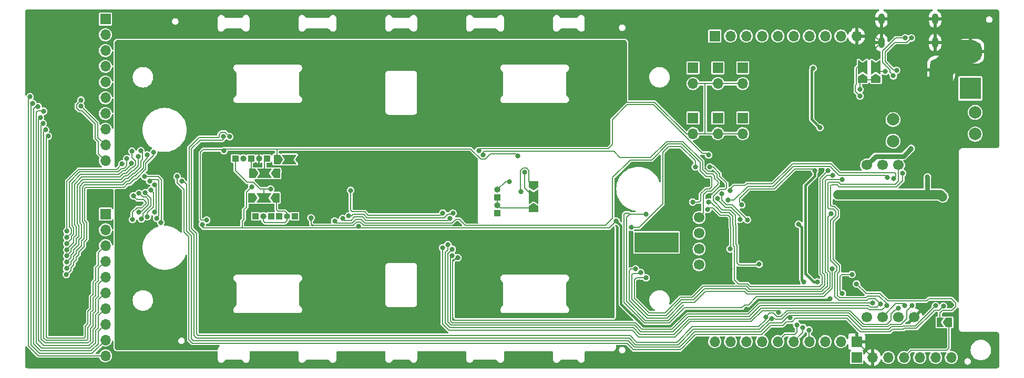
<source format=gbl>
G04 #@! TF.GenerationSoftware,KiCad,Pcbnew,(6.0.5-0)*
G04 #@! TF.CreationDate,2022-06-09T15:38:57+09:00*
G04 #@! TF.ProjectId,qLAMP-main,714c414d-502d-46d6-9169-6e2e6b696361,rev?*
G04 #@! TF.SameCoordinates,Original*
G04 #@! TF.FileFunction,Copper,L2,Bot*
G04 #@! TF.FilePolarity,Positive*
%FSLAX46Y46*%
G04 Gerber Fmt 4.6, Leading zero omitted, Abs format (unit mm)*
G04 Created by KiCad (PCBNEW (6.0.5-0)) date 2022-06-09 15:38:57*
%MOMM*%
%LPD*%
G01*
G04 APERTURE LIST*
G04 Aperture macros list*
%AMRoundRect*
0 Rectangle with rounded corners*
0 $1 Rounding radius*
0 $2 $3 $4 $5 $6 $7 $8 $9 X,Y pos of 4 corners*
0 Add a 4 corners polygon primitive as box body*
4,1,4,$2,$3,$4,$5,$6,$7,$8,$9,$2,$3,0*
0 Add four circle primitives for the rounded corners*
1,1,$1+$1,$2,$3*
1,1,$1+$1,$4,$5*
1,1,$1+$1,$6,$7*
1,1,$1+$1,$8,$9*
0 Add four rect primitives between the rounded corners*
20,1,$1+$1,$2,$3,$4,$5,0*
20,1,$1+$1,$4,$5,$6,$7,0*
20,1,$1+$1,$6,$7,$8,$9,0*
20,1,$1+$1,$8,$9,$2,$3,0*%
%AMFreePoly0*
4,1,6,1.000000,0.000000,0.500000,-0.750000,-0.500000,-0.750000,-0.500000,0.750000,0.500000,0.750000,1.000000,0.000000,1.000000,0.000000,$1*%
%AMFreePoly1*
4,1,7,0.700000,0.000000,1.200000,-0.750000,-1.200000,-0.750000,-0.700000,0.000000,-1.200000,0.750000,1.200000,0.750000,0.700000,0.000000,0.700000,0.000000,$1*%
%AMFreePoly2*
4,1,6,0.500000,-0.750000,-0.650000,-0.750000,-0.150000,0.000000,-0.650000,0.750000,0.500000,0.750000,0.500000,-0.750000,0.500000,-0.750000,$1*%
G04 Aperture macros list end*
G04 #@! TA.AperFunction,ComponentPad*
%ADD10R,1.700000X1.700000*%
G04 #@! TD*
G04 #@! TA.AperFunction,ComponentPad*
%ADD11O,1.700000X1.700000*%
G04 #@! TD*
G04 #@! TA.AperFunction,ComponentPad*
%ADD12C,2.000000*%
G04 #@! TD*
G04 #@! TA.AperFunction,ComponentPad*
%ADD13C,0.600000*%
G04 #@! TD*
G04 #@! TA.AperFunction,SMDPad,CuDef*
%ADD14R,7.100000X3.200000*%
G04 #@! TD*
G04 #@! TA.AperFunction,ComponentPad*
%ADD15R,3.500000X3.500000*%
G04 #@! TD*
G04 #@! TA.AperFunction,ComponentPad*
%ADD16RoundRect,0.750000X-1.000000X0.750000X-1.000000X-0.750000X1.000000X-0.750000X1.000000X0.750000X0*%
G04 #@! TD*
G04 #@! TA.AperFunction,ComponentPad*
%ADD17RoundRect,0.875000X-0.875000X0.875000X-0.875000X-0.875000X0.875000X-0.875000X0.875000X0.875000X0*%
G04 #@! TD*
G04 #@! TA.AperFunction,ComponentPad*
%ADD18C,1.700000*%
G04 #@! TD*
G04 #@! TA.AperFunction,ComponentPad*
%ADD19O,1.000000X1.800000*%
G04 #@! TD*
G04 #@! TA.AperFunction,ComponentPad*
%ADD20R,1.000000X1.000000*%
G04 #@! TD*
G04 #@! TA.AperFunction,SMDPad,CuDef*
%ADD21FreePoly0,180.000000*%
G04 #@! TD*
G04 #@! TA.AperFunction,SMDPad,CuDef*
%ADD22FreePoly1,180.000000*%
G04 #@! TD*
G04 #@! TA.AperFunction,SMDPad,CuDef*
%ADD23FreePoly0,0.000000*%
G04 #@! TD*
G04 #@! TA.AperFunction,SMDPad,CuDef*
%ADD24FreePoly1,0.000000*%
G04 #@! TD*
G04 #@! TA.AperFunction,SMDPad,CuDef*
%ADD25FreePoly2,180.000000*%
G04 #@! TD*
G04 #@! TA.AperFunction,ComponentPad*
%ADD26O,1.000000X1.000000*%
G04 #@! TD*
G04 #@! TA.AperFunction,SMDPad,CuDef*
%ADD27FreePoly0,90.000000*%
G04 #@! TD*
G04 #@! TA.AperFunction,SMDPad,CuDef*
%ADD28FreePoly1,90.000000*%
G04 #@! TD*
G04 #@! TA.AperFunction,SMDPad,CuDef*
%ADD29FreePoly0,270.000000*%
G04 #@! TD*
G04 #@! TA.AperFunction,ViaPad*
%ADD30C,0.800000*%
G04 #@! TD*
G04 #@! TA.AperFunction,Conductor*
%ADD31C,0.381000*%
G04 #@! TD*
G04 #@! TA.AperFunction,Conductor*
%ADD32C,0.210820*%
G04 #@! TD*
G04 #@! TA.AperFunction,Conductor*
%ADD33C,0.762000*%
G04 #@! TD*
G04 #@! TA.AperFunction,Conductor*
%ADD34C,1.524000*%
G04 #@! TD*
G04 #@! TA.AperFunction,Conductor*
%ADD35C,3.810000*%
G04 #@! TD*
G04 #@! TA.AperFunction,Conductor*
%ADD36C,0.203200*%
G04 #@! TD*
G04 APERTURE END LIST*
D10*
X65000000Y-106075000D03*
D11*
X65000000Y-108615000D03*
X65000000Y-111155000D03*
X65000000Y-113695000D03*
X65000000Y-116235000D03*
X65000000Y-118775000D03*
X65000000Y-121315000D03*
X65000000Y-123855000D03*
X65000000Y-126395000D03*
X65000000Y-128935000D03*
D10*
X64999997Y-74619993D03*
D11*
X64999997Y-77159993D03*
X64999997Y-79699993D03*
X64999997Y-82239993D03*
X64999997Y-84779993D03*
X64999997Y-87319993D03*
X64999997Y-89859993D03*
X64999997Y-92399993D03*
X64999997Y-94939993D03*
X64999997Y-97479993D03*
D12*
X205069999Y-89680009D03*
X205069999Y-93180009D03*
X191850000Y-90800000D03*
X191850000Y-94300000D03*
D13*
X155706000Y-111930000D03*
X150506000Y-110630000D03*
X151806000Y-109330000D03*
X150506000Y-111930000D03*
X153106000Y-110630000D03*
X155706000Y-109330000D03*
X151806000Y-111930000D03*
X154406000Y-111930000D03*
X154406000Y-109330000D03*
X153106000Y-109330000D03*
X151806000Y-110630000D03*
X157006000Y-111930000D03*
X153106000Y-111930000D03*
X154406000Y-110630000D03*
X155706000Y-110630000D03*
X157006000Y-110630000D03*
X150506000Y-109330000D03*
D14*
X153756000Y-110630000D03*
D13*
X157006000Y-109330000D03*
D10*
X167646956Y-90579052D03*
D11*
X167646956Y-93119052D03*
D10*
X159646956Y-90579052D03*
D11*
X159646956Y-93119052D03*
D10*
X167646956Y-82479052D03*
D11*
X167646956Y-85019052D03*
D10*
X163646956Y-82479052D03*
D11*
X163646956Y-85019052D03*
D10*
X159646956Y-82479052D03*
D11*
X159646956Y-85019052D03*
D10*
X163646956Y-90579052D03*
D11*
X163646956Y-93119052D03*
D15*
X204295792Y-85809800D03*
D16*
X204295792Y-79809800D03*
D17*
X199595792Y-82809800D03*
D18*
X187611003Y-98175006D03*
X190151003Y-98175006D03*
X192691003Y-98175006D03*
X195231003Y-98175006D03*
X187611003Y-122675006D03*
X190151003Y-122675006D03*
X192691003Y-122675006D03*
X195231003Y-122675006D03*
X160611003Y-106615006D03*
X160611003Y-109155006D03*
X160611003Y-111695006D03*
X160611003Y-114235006D03*
D19*
X198608282Y-78419792D03*
X198608282Y-74619792D03*
X189968282Y-78419792D03*
X189968282Y-74619792D03*
D10*
X186001000Y-126628000D03*
D11*
X183461000Y-126628000D03*
X180921000Y-126628000D03*
X178381000Y-126628000D03*
X175841000Y-126628000D03*
X173301000Y-126628000D03*
X170761000Y-126628000D03*
X168221000Y-126628000D03*
X165681000Y-126628000D03*
X163141000Y-126628000D03*
D10*
X186000993Y-129200000D03*
D11*
X188540993Y-129200000D03*
X191080993Y-129200000D03*
X193620993Y-129200000D03*
X196160993Y-129200000D03*
X198701000Y-129199996D03*
X201240993Y-129200000D03*
D10*
X163141000Y-77372000D03*
D11*
X165681000Y-77372000D03*
X168221000Y-77372000D03*
X170761000Y-77372000D03*
X173301000Y-77372000D03*
X175841000Y-77372000D03*
X178381000Y-77372000D03*
X180921000Y-77372000D03*
X183461000Y-77372000D03*
X186001000Y-77372000D03*
D20*
X89155998Y-106419994D03*
X95506007Y-106420006D03*
D21*
X92616000Y-99500000D03*
D22*
X90616000Y-99500000D03*
D23*
X88616000Y-99500000D03*
D20*
X90996000Y-97110005D03*
D23*
X88526000Y-103440000D03*
D24*
X90526000Y-103440000D03*
D21*
X92526000Y-103440000D03*
X200855000Y-123520000D03*
D25*
X199405000Y-123520000D03*
D20*
X85916000Y-97110005D03*
D26*
X87186000Y-97110005D03*
D27*
X186957487Y-84390005D03*
D28*
X186957487Y-82390005D03*
D29*
X186957487Y-80390005D03*
D20*
X91695998Y-106419994D03*
D26*
X90425998Y-106419994D03*
D20*
X92965998Y-106419994D03*
D26*
X94235998Y-106419994D03*
D27*
X133950000Y-105280000D03*
D28*
X133950000Y-103280000D03*
D29*
X133950000Y-101280000D03*
D20*
X88456000Y-97110005D03*
D26*
X89726000Y-97110005D03*
D27*
X189100003Y-84390005D03*
D28*
X189100003Y-82390005D03*
D29*
X189100003Y-80390005D03*
D20*
X128135000Y-105910000D03*
D26*
X128135000Y-104640000D03*
D20*
X128135000Y-103370000D03*
D26*
X128135000Y-102100000D03*
D21*
X96620000Y-97270000D03*
D22*
X94620000Y-97270000D03*
D23*
X92620000Y-97270000D03*
D30*
X177890000Y-99700000D03*
X123360000Y-104750000D03*
X120510000Y-96880000D03*
X124090000Y-103080000D03*
X122630000Y-106340000D03*
X120800000Y-104650000D03*
X118520000Y-103530000D03*
X116630000Y-105500000D03*
X114360000Y-103570000D03*
X112220000Y-105520000D03*
X110120000Y-103890000D03*
X115540000Y-101150000D03*
X124280000Y-98590000D03*
X123260000Y-96280000D03*
X119520000Y-98530000D03*
X117020000Y-96650000D03*
X114240000Y-98550000D03*
X111760000Y-96520000D03*
X105930000Y-102660000D03*
X108100000Y-103910000D03*
X108950000Y-98080000D03*
X105490000Y-96710000D03*
X102580000Y-96610000D03*
X103620000Y-103350000D03*
X99000000Y-103180000D03*
X100620000Y-102170000D03*
X98610000Y-96810000D03*
X96720000Y-98930000D03*
X95100000Y-101230000D03*
X96070000Y-104180000D03*
X100220000Y-106850000D03*
X96990000Y-107060000D03*
X96740000Y-102160000D03*
X93910000Y-104840000D03*
X94390000Y-99100000D03*
X93470000Y-101860000D03*
X58280000Y-129800000D03*
X63250000Y-129910000D03*
X52950000Y-129170000D03*
X65770000Y-102800000D03*
X63020000Y-105060000D03*
X62600000Y-102680000D03*
X62940000Y-107880000D03*
X64040000Y-109960000D03*
X61380000Y-114730000D03*
X61580000Y-112360000D03*
X62440000Y-116420000D03*
X59650000Y-116520000D03*
X62140000Y-118310000D03*
X58970000Y-122840000D03*
X61850000Y-120860000D03*
X60800000Y-125180000D03*
X56260000Y-125280000D03*
X56450000Y-121160000D03*
X57360000Y-118140000D03*
X56240000Y-97470000D03*
X56260000Y-94540000D03*
X52920000Y-86000000D03*
X58970000Y-90190000D03*
X59920000Y-86930000D03*
X60520000Y-81360000D03*
X60760000Y-76290000D03*
X55820000Y-76630000D03*
X55890000Y-81290000D03*
X57860000Y-85120000D03*
X58270000Y-74280000D03*
X53510000Y-78460000D03*
X62600000Y-78480000D03*
X61660000Y-83670000D03*
X58100000Y-78430000D03*
X53460000Y-83270000D03*
X53730000Y-74330000D03*
X62600000Y-73930000D03*
X179310000Y-101160000D03*
X182220000Y-97160000D03*
X181916000Y-105970000D03*
X179390000Y-114620000D03*
X179350000Y-109860000D03*
X177504864Y-117035707D03*
X176652669Y-107722669D03*
X185700000Y-108220000D03*
X69481520Y-103111506D03*
X69359077Y-106927206D03*
X70407896Y-102727787D03*
X70392579Y-105745210D03*
X71406027Y-102632151D03*
X70775308Y-106878771D03*
X71760533Y-106478380D03*
X72317402Y-102214049D03*
X72878350Y-105762525D03*
X72872817Y-101379228D03*
X73230982Y-106730982D03*
X72106064Y-100733085D03*
X73940000Y-107440000D03*
X71322086Y-100024975D03*
X58706893Y-115827595D03*
X72780000Y-96105430D03*
X71710000Y-96518969D03*
X58729529Y-114825148D03*
X70682644Y-95867217D03*
X58739979Y-113822499D03*
X70269095Y-96793593D03*
X58748314Y-112819831D03*
X69266413Y-95939203D03*
X58772515Y-111817420D03*
X58756495Y-110814845D03*
X69147445Y-97857426D03*
X68439335Y-97134033D03*
X58790000Y-109812703D03*
X58790000Y-108810000D03*
X67670000Y-97980000D03*
X61066072Y-87679981D03*
X61066072Y-88682681D03*
X55769350Y-93502436D03*
X55355810Y-92490000D03*
X54942270Y-91459626D03*
X54528730Y-90490000D03*
X55051690Y-89470000D03*
X54153974Y-88711892D03*
X53288110Y-88206231D03*
X52840000Y-87150000D03*
X152072890Y-106070678D03*
X182086000Y-114870000D03*
X145580000Y-111170000D03*
X145146000Y-94840000D03*
X116870000Y-80760000D03*
X89580000Y-115080000D03*
X84780000Y-96730000D03*
X139150000Y-114760000D03*
X142310000Y-92500000D03*
X112510000Y-79180000D03*
X118250000Y-88500000D03*
X98310000Y-114680000D03*
X114206000Y-109030000D03*
X128020000Y-85120000D03*
X133130000Y-92620000D03*
X100146000Y-109030000D03*
X85720000Y-91040000D03*
X140570000Y-122060000D03*
X100870000Y-85450000D03*
X76790000Y-107980000D03*
X125540000Y-115080000D03*
X103330000Y-90090000D03*
X97850000Y-79290000D03*
X137160000Y-92700000D03*
X104890000Y-121730000D03*
X113450000Y-82100000D03*
X102840000Y-114780000D03*
X90610000Y-79070000D03*
X130740000Y-112850000D03*
X124890000Y-117140000D03*
X109710000Y-92840000D03*
X81730000Y-85640000D03*
X69890000Y-115290000D03*
X97390000Y-118430000D03*
X136086000Y-94840000D03*
X118460000Y-115800000D03*
X105940000Y-86910000D03*
X115690000Y-92260000D03*
X72920000Y-82170000D03*
X139200000Y-109860000D03*
X84470000Y-79070000D03*
X77500000Y-121640000D03*
X109260000Y-114530000D03*
X118146000Y-109030000D03*
X121820000Y-122420000D03*
X109400000Y-89660000D03*
X84990000Y-81990000D03*
X109066000Y-94840000D03*
X140060000Y-85160000D03*
X75170000Y-100540000D03*
X125350000Y-89020000D03*
X80570000Y-119780000D03*
X73040000Y-121920000D03*
X78700000Y-91140000D03*
X98170000Y-121910000D03*
X91116000Y-109030000D03*
X124190000Y-80550000D03*
X128180000Y-122340000D03*
X103030000Y-118590000D03*
X142920000Y-120540000D03*
X127166000Y-94840000D03*
X134040000Y-80470000D03*
X87716000Y-107610000D03*
X145156000Y-109040000D03*
X72920000Y-117790000D03*
X89440000Y-88970000D03*
X118176000Y-94840000D03*
X96680000Y-96272480D03*
X109106000Y-109030000D03*
X74940000Y-106920000D03*
X114290000Y-90880000D03*
X76630000Y-84070000D03*
X91511430Y-104954024D03*
X77200000Y-125040000D03*
X82176000Y-109030000D03*
X84900000Y-88560000D03*
X124490000Y-92260000D03*
X80580000Y-124830000D03*
X145010000Y-118510000D03*
X112920000Y-113080000D03*
X142630000Y-115810000D03*
X84740000Y-117130000D03*
X138740000Y-90220000D03*
X93750000Y-124880000D03*
X79280000Y-87580000D03*
X71090000Y-79020000D03*
X110080000Y-121830000D03*
X104290000Y-82130000D03*
X136216000Y-109030000D03*
X104980000Y-114850000D03*
X97670000Y-82240000D03*
X145280000Y-122260000D03*
X109290000Y-84670000D03*
X121740000Y-90980000D03*
X127860000Y-92660000D03*
X134210000Y-114610000D03*
X100230000Y-118450000D03*
X103080000Y-121880000D03*
X91126000Y-94840000D03*
X68160000Y-123400000D03*
X98020000Y-88880000D03*
X77640000Y-117600000D03*
X87010000Y-124890000D03*
X67820000Y-81360000D03*
X107320000Y-118450000D03*
X113466000Y-94841020D03*
X127076000Y-109030000D03*
X82166000Y-94860000D03*
X81060000Y-121650000D03*
X69850000Y-88760000D03*
X142910000Y-89280000D03*
X137400000Y-111950000D03*
X134060000Y-89300000D03*
X130780000Y-91010000D03*
X118660000Y-92760000D03*
X68200000Y-126670000D03*
X77600000Y-79070000D03*
X106520000Y-92430000D03*
X94610000Y-90950000D03*
X145420000Y-114590000D03*
X84500000Y-107090000D03*
X102740000Y-124800000D03*
X97270000Y-92510000D03*
X83040000Y-92200000D03*
X104640000Y-79050000D03*
X122880000Y-85220000D03*
X115920000Y-124330000D03*
X141630000Y-112140000D03*
X144660000Y-84600000D03*
X118420000Y-84200000D03*
X91720000Y-92620000D03*
X72150000Y-86250000D03*
X140100000Y-118340000D03*
X121890000Y-119020000D03*
X118280000Y-121140000D03*
X100126000Y-94840000D03*
X112820000Y-93570000D03*
X139810000Y-92140000D03*
X88410000Y-92340000D03*
X75650000Y-126920000D03*
X147360000Y-79570000D03*
X72330000Y-125320000D03*
X128010000Y-118720000D03*
X80940000Y-115460000D03*
X84720000Y-120530000D03*
X121990000Y-115520000D03*
X78230000Y-94390000D03*
X100420000Y-92860000D03*
X80581346Y-107758760D03*
X159993887Y-98440263D03*
X168275911Y-121410065D03*
X199850000Y-103260000D03*
X194771240Y-95481696D03*
X197401788Y-100058212D03*
X88566000Y-101672300D03*
X181726000Y-119687126D03*
X182950000Y-102930000D03*
X105760000Y-108046300D03*
X147281000Y-107175000D03*
X149686000Y-108210000D03*
X185970000Y-117317298D03*
X125117879Y-95843700D03*
X162170000Y-96550000D03*
X91586000Y-102020000D03*
X84090103Y-95851320D03*
X130060002Y-100809998D03*
X81310000Y-107040000D03*
X131400000Y-96670780D03*
X162161645Y-104118312D03*
X181390000Y-99071859D03*
X199966000Y-120890000D03*
X76556000Y-100002890D03*
X175277030Y-122757506D03*
X77286000Y-100780000D03*
X198696000Y-120850000D03*
X194916000Y-120790000D03*
X172323445Y-122914030D03*
X84998252Y-93590068D03*
X191975273Y-100310000D03*
X165620000Y-102260000D03*
X120147289Y-110980171D03*
X190816000Y-120808775D03*
X193406733Y-99481985D03*
X103200000Y-106786689D03*
X120454814Y-106786689D03*
X83996000Y-93560000D03*
X192752408Y-121223602D03*
X171348522Y-122679645D03*
X120974380Y-105929098D03*
X189846156Y-120528649D03*
X104154436Y-106373149D03*
X120855399Y-111735233D03*
X119339520Y-105899129D03*
X170286000Y-114170000D03*
X162350888Y-98468681D03*
X104490000Y-102250000D03*
X173430144Y-121930426D03*
X119296000Y-111510000D03*
X186520000Y-85980000D03*
X165591000Y-111715000D03*
X162004597Y-105295481D03*
X167198065Y-106911149D03*
X163577876Y-103594085D03*
X168376000Y-106987300D03*
X164293606Y-102814760D03*
X191907567Y-83775288D03*
X193785589Y-77672020D03*
X192418792Y-82874441D03*
X194788292Y-77672020D03*
X139650000Y-76900000D03*
X173460000Y-74550000D03*
X189750000Y-115660000D03*
X203264246Y-77155754D03*
X187110000Y-78820000D03*
X136170000Y-129140000D03*
X190645000Y-76645000D03*
X184900000Y-96570000D03*
X119170000Y-76970000D03*
X171290000Y-92050000D03*
X89240000Y-129180000D03*
X165580000Y-114900000D03*
X185830000Y-106110000D03*
X109040000Y-75130000D03*
X112530000Y-130180000D03*
X165690000Y-93990000D03*
X197255680Y-75164320D03*
X174720000Y-78710000D03*
X200160000Y-116730000D03*
X159990000Y-117710000D03*
X151130000Y-119210000D03*
X173700000Y-130070000D03*
X162161645Y-103115609D03*
X94960000Y-129180000D03*
X122010000Y-129370000D03*
X169670000Y-128000000D03*
X187210000Y-76000000D03*
X121682490Y-107613769D03*
X195650000Y-116020000D03*
X207730000Y-94430000D03*
X116040000Y-75320000D03*
X192380000Y-106250000D03*
X108620000Y-129180000D03*
X130870000Y-75250000D03*
X121777458Y-113101644D03*
X112720000Y-77080000D03*
X162430000Y-89180000D03*
X99270000Y-73930000D03*
X159910000Y-74130000D03*
X150976000Y-117055903D03*
X81920000Y-128810000D03*
X182200000Y-73960000D03*
X207620000Y-85140000D03*
X78930000Y-76670000D03*
X155650000Y-78820000D03*
X116080000Y-129510000D03*
X98110000Y-106670000D03*
X183670000Y-128890000D03*
X153290000Y-117630000D03*
X165950000Y-79920000D03*
X159340000Y-86880000D03*
X130070000Y-129100000D03*
X189210000Y-106710000D03*
X153980000Y-98870000D03*
X142980000Y-75220000D03*
X149360000Y-129070000D03*
X199569007Y-91540479D03*
X166020000Y-73970000D03*
X201272812Y-75164320D03*
X179760000Y-78480000D03*
X95190000Y-75220000D03*
X136040000Y-75290000D03*
X185090000Y-83580000D03*
X67970000Y-129910000D03*
X77160000Y-129950000D03*
X89480000Y-75320000D03*
X143020000Y-128900000D03*
X81290000Y-74260000D03*
X139660000Y-130330000D03*
X99220000Y-76860000D03*
X197310000Y-94222302D03*
X125790000Y-76960000D03*
X161470000Y-126390000D03*
X72780000Y-129020000D03*
X70210000Y-76950000D03*
X154230000Y-87360000D03*
X205280000Y-74370000D03*
X194315680Y-75164320D03*
X167331000Y-107905000D03*
X196680000Y-106320000D03*
X198630000Y-109520000D03*
X166500000Y-100750000D03*
X68190000Y-74220000D03*
X167640000Y-96510000D03*
X185620000Y-111260000D03*
X178320000Y-75380000D03*
X167080000Y-130220000D03*
X122110000Y-75350000D03*
X201270000Y-100420000D03*
X153970000Y-75090000D03*
X170430000Y-79030000D03*
X207620000Y-77900000D03*
X85490000Y-130200000D03*
X160770000Y-80280000D03*
X201580200Y-78419800D03*
X207250000Y-87950000D03*
X186292776Y-92541689D03*
X181710000Y-127980000D03*
X165630000Y-90770000D03*
X184830000Y-76290000D03*
X201256000Y-120710000D03*
X192730000Y-114880000D03*
X159150000Y-129970000D03*
X103640000Y-129370000D03*
X149170429Y-122816188D03*
X150650000Y-84190000D03*
X149390000Y-77070000D03*
X191375680Y-75164320D03*
X177590000Y-94910000D03*
X200090000Y-105960000D03*
X186260000Y-114700000D03*
X165780000Y-82220000D03*
X85010000Y-77060000D03*
X179200000Y-130080000D03*
X198200000Y-112640000D03*
X187890000Y-73600000D03*
X159250000Y-127890000D03*
X164340000Y-128070000D03*
X188250000Y-112610000D03*
X98980000Y-130270000D03*
X125670000Y-73810000D03*
X201607796Y-80797796D03*
X182240000Y-76270000D03*
X139570000Y-73730000D03*
X113020000Y-73770000D03*
X167130000Y-88810000D03*
X161600000Y-82810000D03*
X85110000Y-73730000D03*
X74750000Y-74360000D03*
X205210000Y-82920000D03*
X103290000Y-75170000D03*
X159575348Y-103109481D03*
X192940000Y-112710000D03*
X126370000Y-130270000D03*
X176940000Y-127970000D03*
X187510000Y-109590000D03*
X120831190Y-112770000D03*
X188576000Y-120395236D03*
X88523790Y-103777677D03*
X92776006Y-99135012D03*
X190900000Y-100140000D03*
X165289153Y-103822068D03*
X180080000Y-92135000D03*
X179270000Y-99079479D03*
X167478878Y-104587993D03*
X125848127Y-96530831D03*
X178970000Y-82570000D03*
X179661222Y-117028087D03*
X190610000Y-83070000D03*
X186525121Y-87033813D03*
X150386000Y-114930000D03*
X183660000Y-100530000D03*
X151220145Y-115486430D03*
X152071519Y-116347793D03*
X182134985Y-99815015D03*
X178326000Y-124761769D03*
X177335297Y-124348229D03*
X176342290Y-123934689D03*
X101920000Y-107200229D03*
X159584294Y-104119764D03*
X183690678Y-118852426D03*
X185233578Y-115789487D03*
X193770000Y-120840000D03*
X131945000Y-102432700D03*
X94530000Y-97330000D03*
X132520000Y-99320000D03*
D31*
X179270000Y-99079479D02*
X179270000Y-99920000D01*
X179270000Y-99920000D02*
X177730000Y-101460000D01*
X177730000Y-101460000D02*
X177730000Y-115690000D01*
X179661222Y-117028087D02*
X179068087Y-117028087D01*
X179068087Y-117028087D02*
X177730000Y-115690000D01*
D32*
X175995333Y-98784909D02*
X178975430Y-98784909D01*
X178975430Y-98784909D02*
X179270000Y-99079479D01*
X182204959Y-107267310D02*
X183037660Y-106434609D01*
X181791419Y-107096016D02*
X182624121Y-106263314D01*
X182204959Y-113394959D02*
X182204959Y-107267310D01*
X181791419Y-113573984D02*
X181791419Y-107096016D01*
X182624121Y-106263314D02*
X182624121Y-105676686D01*
X183037660Y-106434609D02*
X183037660Y-105505391D01*
X183037660Y-105505391D02*
X182380609Y-104848340D01*
X182624121Y-105676686D02*
X182209314Y-105261879D01*
X181377879Y-106508121D02*
X181916000Y-105970000D01*
D31*
X177504864Y-117035707D02*
X177146280Y-116677123D01*
X177146280Y-116677123D02*
X177146280Y-108216280D01*
X177146280Y-108216280D02*
X176652669Y-107722669D01*
D32*
X182209314Y-105261879D02*
X181531879Y-105261879D01*
X181377879Y-101092121D02*
X181526460Y-100943540D01*
X181531879Y-105261879D02*
X181377879Y-105107879D01*
X181377879Y-105107879D02*
X181377879Y-101092121D01*
X181526460Y-100943540D02*
X183072105Y-100943540D01*
X192221879Y-101238121D02*
X192691003Y-100768997D01*
X183072105Y-100943540D02*
X183366686Y-101238121D01*
X183366686Y-101238121D02*
X192221879Y-101238121D01*
X192691003Y-100768997D02*
X192691003Y-98175006D01*
X181791419Y-101498581D02*
X181932920Y-101357080D01*
X181932920Y-101357080D02*
X182860000Y-101357080D01*
X181791419Y-104631419D02*
X181791419Y-101498581D01*
X182860000Y-101357080D02*
X183154581Y-101651661D01*
X182380609Y-104848340D02*
X182008340Y-104848340D01*
X183154581Y-101651661D02*
X183162201Y-101659281D01*
X182008340Y-104848340D02*
X181791419Y-104631419D01*
X192396329Y-101659281D02*
X193406733Y-100648877D01*
X183162201Y-101659281D02*
X192396329Y-101659281D01*
X193406733Y-100648877D02*
X193406733Y-99481985D01*
X70123825Y-103753811D02*
X71140000Y-103753811D01*
X71518760Y-104132571D02*
X71518760Y-104366178D01*
X69359077Y-105777277D02*
X69359077Y-106927206D01*
X69805922Y-103435908D02*
X70123825Y-103753811D01*
X69481520Y-103111506D02*
X69805922Y-103435908D01*
X70847849Y-105037089D02*
X70099265Y-105037089D01*
X71002469Y-104882469D02*
X70847849Y-105037089D01*
X71518760Y-104366178D02*
X71002469Y-104882469D01*
X70099265Y-105037089D02*
X69359077Y-105777277D01*
X71140000Y-103753811D02*
X71518760Y-104132571D01*
X71932300Y-104537472D02*
X70784886Y-105684886D01*
X71529314Y-103340272D02*
X71932300Y-103743258D01*
X70407896Y-102727787D02*
X71020381Y-103340272D01*
X71020381Y-103340272D02*
X71529314Y-103340272D01*
X70784886Y-105684886D02*
X70724562Y-105745210D01*
X70724562Y-105745210D02*
X70392579Y-105745210D01*
X71932300Y-103743258D02*
X71932300Y-104537472D01*
X71406027Y-102632151D02*
X72345840Y-103571964D01*
X71052412Y-106002194D02*
X71052412Y-106601667D01*
X72345840Y-103571964D02*
X72345840Y-104708766D01*
X71052412Y-106601667D02*
X70775308Y-106878771D01*
X72345840Y-104708766D02*
X71052412Y-106002194D01*
X72317402Y-102214049D02*
X72759380Y-102656027D01*
X72759380Y-104920000D02*
X72719440Y-104920000D01*
X72719440Y-104920000D02*
X71760533Y-105878907D01*
X72759380Y-102656027D02*
X72759380Y-104920000D01*
X71760533Y-105878907D02*
X71760533Y-106478380D01*
X73172920Y-105467955D02*
X72878350Y-105762525D01*
X73172920Y-104110000D02*
X73172920Y-105467955D01*
X73172920Y-101679331D02*
X73172920Y-104110000D01*
X72872817Y-101379228D02*
X73172920Y-101679331D01*
X73586460Y-106375504D02*
X73230982Y-106730982D01*
X73250000Y-100510000D02*
X73385166Y-100510000D01*
X72329149Y-100510000D02*
X73250000Y-100510000D01*
X73586460Y-100711294D02*
X73586460Y-105040000D01*
X72106064Y-100733085D02*
X72329149Y-100510000D01*
X73586460Y-105040000D02*
X73586460Y-106375504D01*
X73385166Y-100510000D02*
X73586460Y-100711294D01*
X74000000Y-107380000D02*
X73940000Y-107440000D01*
X74000000Y-100540000D02*
X74000000Y-107380000D01*
X73484975Y-100024975D02*
X74000000Y-100540000D01*
X71322086Y-100024975D02*
X73484975Y-100024975D01*
X59861640Y-113877608D02*
X60283513Y-113455735D01*
X59437650Y-114711097D02*
X59861640Y-114287106D01*
X61979357Y-107416815D02*
X61684780Y-107122238D01*
X67999063Y-101754774D02*
X68536919Y-101216918D01*
X61979358Y-107644525D02*
X61979357Y-107416815D01*
X61979359Y-110136461D02*
X61979358Y-107644525D01*
X60283513Y-113062359D02*
X60721254Y-112624616D01*
X61565820Y-110550000D02*
X61979359Y-110136461D01*
X71509726Y-98835915D02*
X71509726Y-97852588D01*
X72780000Y-96582314D02*
X72780000Y-96105430D01*
X59861640Y-114287106D02*
X59861640Y-113877608D01*
X60721254Y-112624616D02*
X60721254Y-112190856D01*
X61684780Y-102250000D02*
X61684780Y-101929058D01*
X61859058Y-101754780D02*
X67999061Y-101754775D01*
X68536919Y-101216918D02*
X68943516Y-101216918D01*
X61565820Y-111346290D02*
X61565820Y-110550000D01*
X58728517Y-115827595D02*
X59437650Y-115118462D01*
X69730218Y-100430218D02*
X69915423Y-100430218D01*
X60283513Y-113455735D02*
X60283513Y-113062359D01*
X58706893Y-115827595D02*
X58728517Y-115827595D01*
X67999061Y-101754775D02*
X67999063Y-101754774D01*
X68943516Y-101216918D02*
X69730218Y-100430218D01*
X71509725Y-98835916D02*
X71509726Y-98835915D01*
X60721254Y-112190856D02*
X61565820Y-111346290D01*
X61684780Y-101929058D02*
X61859058Y-101754780D01*
X59437650Y-115118462D02*
X59437650Y-114711097D01*
X69915423Y-100430218D02*
X71509725Y-98835916D01*
X71509726Y-97852588D02*
X72780000Y-96582314D01*
X61684780Y-107122238D02*
X61684780Y-102250000D01*
X71710000Y-97067480D02*
X71710000Y-96518969D01*
X71096186Y-97681294D02*
X71710000Y-97067480D01*
X71096186Y-98664622D02*
X71096186Y-97681294D01*
X69818007Y-99942801D02*
X71096186Y-98664622D01*
X68798856Y-100776746D02*
X69632801Y-99942801D01*
X68786100Y-100789501D02*
X68798856Y-100776746D01*
X69632801Y-99942801D02*
X69818007Y-99942801D01*
X61565820Y-109959784D02*
X61565819Y-107815819D01*
X67827768Y-101341235D02*
X68144502Y-101024501D01*
X60307715Y-112019561D02*
X61152280Y-111174994D01*
X59869974Y-112891064D02*
X60307715Y-112453322D01*
X68379502Y-100789501D02*
X68786100Y-100789501D01*
X61271240Y-101757764D02*
X61687764Y-101341240D01*
X59869974Y-113284440D02*
X59869974Y-112891064D01*
X58738765Y-114825148D02*
X59448100Y-114115813D01*
X61152280Y-110470000D02*
X61152280Y-110373325D01*
X59448100Y-113706314D02*
X59869974Y-113284440D01*
X60307715Y-112453322D02*
X60307715Y-112019561D01*
X61152280Y-110373325D02*
X61565820Y-109959784D01*
X61565818Y-107588110D02*
X61271240Y-107293532D01*
X58729529Y-114825148D02*
X58738765Y-114825148D01*
X59448100Y-114115813D02*
X59448100Y-113706314D01*
X61152280Y-111174994D02*
X61152280Y-110470000D01*
X61565819Y-107815819D02*
X61565818Y-107588110D01*
X61687764Y-101341240D02*
X67827768Y-101341235D01*
X61271240Y-107293532D02*
X61271240Y-101757764D01*
X68144502Y-101024501D02*
X68379502Y-100789501D01*
X61152279Y-107759405D02*
X60857700Y-107464826D01*
X70977216Y-97215430D02*
X70977216Y-96161789D01*
X69480000Y-99510768D02*
X69665207Y-99510768D01*
X70977216Y-96161789D02*
X70682644Y-95867217D01*
X60738740Y-111003701D02*
X60738740Y-110202031D01*
X70682646Y-98493329D02*
X70682646Y-97510000D01*
X59894175Y-112282029D02*
X59894175Y-111939439D01*
X60738740Y-110202031D02*
X61152280Y-109788491D01*
X68220962Y-100363207D02*
X68627561Y-100363207D01*
X67656473Y-100927696D02*
X68117085Y-100467084D01*
X60857700Y-101586470D02*
X61516470Y-100927700D01*
X68627561Y-100363207D02*
X69480000Y-99510768D01*
X69665207Y-99510768D02*
X69696499Y-99479476D01*
X59894175Y-111848268D02*
X60738740Y-111003701D01*
X69696499Y-99479476D02*
X70262986Y-98912986D01*
X60857700Y-107464826D02*
X60857700Y-101586470D01*
X59456435Y-113113145D02*
X59456435Y-112719769D01*
X58747081Y-113822499D02*
X59456435Y-113113145D01*
X69696499Y-99479476D02*
X70682646Y-98493329D01*
X59894175Y-111939439D02*
X59894175Y-111848268D01*
X61152280Y-109788491D02*
X61152279Y-107759405D01*
X58739979Y-113822499D02*
X58747081Y-113822499D01*
X61516470Y-100927700D02*
X67656473Y-100927696D01*
X59456435Y-112719769D02*
X59894175Y-112282029D01*
X68117085Y-100467084D02*
X68220962Y-100363207D01*
X70682646Y-97510000D02*
X70977216Y-97215430D01*
X70269095Y-97389095D02*
X70269095Y-96793593D01*
X70269106Y-97389106D02*
X70269095Y-97389095D01*
X60325200Y-110030737D02*
X60738741Y-109617194D01*
X61345176Y-100514160D02*
X67485178Y-100514157D01*
X59480636Y-111676973D02*
X60325200Y-110832408D01*
X58771539Y-112819831D02*
X59470000Y-112121370D01*
X60738740Y-107930700D02*
X60444160Y-107636120D01*
X68049668Y-99949667D02*
X68456271Y-99949667D01*
X69340000Y-99065936D02*
X69525204Y-99065936D01*
X68456271Y-99949664D02*
X68719444Y-99686492D01*
X60738741Y-108400000D02*
X60738740Y-107930700D01*
X68456271Y-99949667D02*
X68456271Y-99949664D01*
X59480636Y-112110734D02*
X59480636Y-111676973D01*
X58748314Y-112819831D02*
X58771539Y-112819831D01*
X60325200Y-110832408D02*
X60325200Y-110030737D01*
X60444160Y-101415176D02*
X61345176Y-100514160D01*
X60738741Y-109617194D02*
X60738741Y-108400000D01*
X70269106Y-98322033D02*
X70269106Y-97389106D01*
X67485178Y-100514157D02*
X68049668Y-99949667D01*
X59470000Y-112121370D02*
X59480636Y-112110734D01*
X60444160Y-107636120D02*
X60444160Y-101415176D01*
X68719444Y-99686492D02*
X69340000Y-99065936D01*
X69525204Y-99065936D02*
X70269106Y-98322033D01*
X58772515Y-111800260D02*
X59911660Y-110661115D01*
X60030620Y-107807414D02*
X60030620Y-101243882D01*
X58772515Y-111817420D02*
X58772515Y-111800260D01*
X69855566Y-97564112D02*
X69266413Y-96974959D01*
X60325201Y-108101995D02*
X60030620Y-107807414D01*
X67313883Y-100100618D02*
X67899300Y-99515201D01*
X60325201Y-109445901D02*
X60325201Y-108101995D01*
X60030620Y-101243882D02*
X61173882Y-100100620D01*
X59911660Y-109859443D02*
X60325201Y-109445901D01*
X61173882Y-100100620D02*
X67313883Y-100100618D01*
X59911660Y-110661115D02*
X59911660Y-109859443D01*
X67899300Y-99515201D02*
X68305904Y-99515200D01*
X68305904Y-99515200D02*
X69235551Y-98585550D01*
X69266413Y-96974959D02*
X69266413Y-95939203D01*
X69235551Y-98585550D02*
X69420756Y-98585550D01*
X69420756Y-98585550D02*
X69855566Y-98150740D01*
X69855566Y-98150740D02*
X69855566Y-97564112D01*
X69147445Y-98088823D02*
X69147445Y-97857426D01*
X59498121Y-109688148D02*
X59911661Y-109274608D01*
X59911661Y-109274608D02*
X59911661Y-108273288D01*
X67728006Y-99101661D02*
X68134609Y-99101660D01*
X67142588Y-99687079D02*
X67627079Y-99202588D01*
X59617080Y-101072588D02*
X61002588Y-99687080D01*
X59911661Y-108273288D02*
X59617080Y-107978707D01*
X59498121Y-110106017D02*
X59498121Y-109688148D01*
X68852875Y-98383393D02*
X69147445Y-98088823D01*
X59617080Y-107978707D02*
X59617080Y-101072588D01*
X58756495Y-110814845D02*
X58789293Y-110814845D01*
X68134609Y-99101660D02*
X68852875Y-98383393D01*
X58789293Y-110814845D02*
X59498121Y-110106017D01*
X67627079Y-99202588D02*
X67728006Y-99101661D01*
X61002588Y-99687080D02*
X67142588Y-99687079D01*
X67556712Y-98688121D02*
X67963314Y-98688121D01*
X59203540Y-100901294D02*
X60831294Y-99273540D01*
X58790000Y-109812703D02*
X58790000Y-109811435D01*
X68295718Y-98355717D02*
X68439335Y-98212100D01*
X68439335Y-98212100D02*
X68439335Y-97134033D01*
X67963314Y-98688121D02*
X68295718Y-98355717D01*
X59498121Y-108444581D02*
X59203540Y-108150000D01*
X59498121Y-109103314D02*
X59498121Y-108444581D01*
X59203540Y-108150000D02*
X59203540Y-100901294D01*
X58790000Y-109811435D02*
X59498121Y-109103314D01*
X67213540Y-99031293D02*
X67556712Y-98688121D01*
X66971293Y-99273540D02*
X67213540Y-99031293D01*
X60831294Y-99273540D02*
X66971293Y-99273540D01*
X66800000Y-98860000D02*
X67670000Y-97990000D01*
X58790000Y-100730000D02*
X60660000Y-98860000D01*
X67670000Y-97990000D02*
X67670000Y-97980000D01*
X58790000Y-108810000D02*
X58790000Y-100730000D01*
X60660000Y-98860000D02*
X66800000Y-98860000D01*
X60357951Y-88975995D02*
X60772758Y-89390802D01*
X63841879Y-94366713D02*
X63841879Y-96321879D01*
X61066072Y-87679981D02*
X60357951Y-88388102D01*
X60357951Y-88388102D02*
X60357951Y-88975995D01*
X63336461Y-93861295D02*
X63841879Y-94366713D01*
X60772758Y-89390802D02*
X61189359Y-89390802D01*
X61189359Y-89390802D02*
X63336460Y-91537903D01*
X63336460Y-91537903D02*
X63336461Y-93861295D01*
X63841879Y-96321879D02*
X65000000Y-97480000D01*
X61066072Y-88682681D02*
X63750000Y-91366609D01*
X63750000Y-91366609D02*
X63750000Y-93690000D01*
X63750000Y-93690000D02*
X65000000Y-94940000D01*
X56390220Y-126040220D02*
X55629888Y-126040220D01*
X55629888Y-126040220D02*
X55474780Y-125885112D01*
X55474780Y-125885112D02*
X55474780Y-94260000D01*
X55474780Y-94260000D02*
X55474780Y-93797006D01*
X55474780Y-93797006D02*
X55769350Y-93502436D01*
X55918594Y-126453760D02*
X55458594Y-126453760D01*
X55061240Y-126056406D02*
X55061240Y-92880000D01*
X55458594Y-126453760D02*
X55061240Y-126056406D01*
X55061240Y-92784570D02*
X55355810Y-92490000D01*
X55061240Y-92880000D02*
X55061240Y-92784570D01*
X55287300Y-126867300D02*
X54647700Y-126227700D01*
X54647700Y-126227700D02*
X54647700Y-92000000D01*
X54647700Y-92000000D02*
X54647700Y-91754196D01*
X54647700Y-91754196D02*
X54942270Y-91459626D01*
X55747300Y-126867300D02*
X55287300Y-126867300D01*
X54234160Y-90784570D02*
X54528730Y-90490000D01*
X54234160Y-126454160D02*
X54234160Y-90784570D01*
X54924160Y-127144160D02*
X54234160Y-126454160D01*
X53820620Y-89699380D02*
X54099987Y-89420013D01*
X53820620Y-126796118D02*
X53820620Y-89699380D01*
X55001703Y-89420013D02*
X55051690Y-89470000D01*
X54099987Y-89420013D02*
X55001703Y-89420013D01*
X54572251Y-127547749D02*
X53820620Y-126796118D01*
X54718882Y-127694380D02*
X54572251Y-127547749D01*
X54572251Y-127547749D02*
X54510620Y-127486118D01*
X53407080Y-89088696D02*
X53783884Y-88711892D01*
X53407080Y-126967412D02*
X53407080Y-89612920D01*
X53407080Y-89612920D02*
X53407080Y-89088696D01*
X53783884Y-88711892D02*
X54153974Y-88711892D01*
X54097080Y-127657412D02*
X53407080Y-126967412D01*
X52993540Y-127138706D02*
X52993540Y-89160000D01*
X53683540Y-127828706D02*
X52993540Y-127138706D01*
X52993540Y-88500801D02*
X53288110Y-88206231D01*
X52993540Y-89160000D02*
X52993540Y-88500801D01*
X54205000Y-128935000D02*
X53305000Y-128035000D01*
X52580000Y-87410000D02*
X52840000Y-87150000D01*
X52580000Y-127310000D02*
X52580000Y-87410000D01*
X53305000Y-128035000D02*
X52580000Y-127310000D01*
X65000000Y-111155000D02*
X63841879Y-112313121D01*
X63841879Y-112313121D02*
X63841879Y-114268287D01*
X61619780Y-126040220D02*
X56390220Y-126040220D01*
X63841879Y-114268287D02*
X63428339Y-114681828D01*
X63428339Y-114681828D02*
X63428339Y-116636993D01*
X63428339Y-116636993D02*
X63014800Y-117050533D01*
X62187721Y-123743109D02*
X61749381Y-124181450D01*
X63014800Y-117050533D02*
X63014800Y-119005699D01*
X63014800Y-119005699D02*
X62601259Y-119419242D01*
X62601259Y-119419242D02*
X62601259Y-121370000D01*
X61749381Y-124181450D02*
X61749381Y-125910619D01*
X62601259Y-121370000D02*
X62187721Y-121783538D01*
X62187721Y-121783538D02*
X62187721Y-123743109D01*
X61749381Y-125910619D02*
X61619780Y-126040220D01*
X65000000Y-113695000D02*
X63841879Y-114853121D01*
X63014799Y-119590535D02*
X63014799Y-121545699D01*
X63841879Y-114853121D02*
X63841879Y-116808287D01*
X63841879Y-116808287D02*
X63428340Y-117221826D01*
X63428340Y-117221826D02*
X63428340Y-119176993D01*
X63428340Y-119176993D02*
X63014799Y-119590535D01*
X63014799Y-121545699D02*
X62601260Y-121959238D01*
X62601260Y-121959238D02*
X62601260Y-123914404D01*
X62162921Y-124352743D02*
X62162921Y-126307909D01*
X62601260Y-123914404D02*
X62162921Y-124352743D01*
X62162921Y-126307909D02*
X62017070Y-126453760D01*
X62017070Y-126453760D02*
X55918594Y-126453760D01*
X65000000Y-116235000D02*
X63841879Y-117393121D01*
X63428339Y-121716993D02*
X63014799Y-122130535D01*
X63841879Y-117393121D02*
X63841879Y-119348287D01*
X63428339Y-119761828D02*
X63428339Y-121716993D01*
X63014799Y-124085699D02*
X62576460Y-124524040D01*
X63014799Y-122130535D02*
X63014799Y-124085699D01*
X62576460Y-124524040D02*
X62576460Y-126479204D01*
X62576460Y-126479204D02*
X62188364Y-126867300D01*
X62188364Y-126867300D02*
X55747300Y-126867300D01*
X63841879Y-119348287D02*
X63428339Y-119761828D01*
X65000000Y-118775000D02*
X63841879Y-119933121D01*
X63841879Y-119933121D02*
X63841879Y-121888287D01*
X63841879Y-121888287D02*
X63428339Y-122301828D01*
X63428339Y-122301828D02*
X63428339Y-124256993D01*
X55060840Y-127280840D02*
X54924160Y-127144160D01*
X63428339Y-124256993D02*
X62990000Y-124695333D01*
X62990000Y-124695333D02*
X62990000Y-126650498D01*
X62990000Y-126650498D02*
X62359658Y-127280840D01*
X62359658Y-127280840D02*
X55060840Y-127280840D01*
X65000000Y-121315000D02*
X63841879Y-122473121D01*
X63428339Y-126796993D02*
X62530952Y-127694380D01*
X62530952Y-127694380D02*
X54718882Y-127694380D01*
X63841879Y-122473121D02*
X63841879Y-124428287D01*
X63428340Y-124841826D02*
X63428339Y-126796993D01*
X63841879Y-124428287D02*
X63428340Y-124841826D01*
X65000000Y-123855000D02*
X63841879Y-125013121D01*
X62702246Y-128107920D02*
X54547588Y-128107920D01*
X63841879Y-125013121D02*
X63841879Y-126968287D01*
X54547588Y-128107920D02*
X54097080Y-127657412D01*
X63841879Y-126968287D02*
X62702246Y-128107920D01*
X65000000Y-126395000D02*
X62873540Y-128521460D01*
X62873540Y-128521460D02*
X54376294Y-128521460D01*
X54376294Y-128521460D02*
X53683540Y-127828706D01*
X65000000Y-128935000D02*
X54205000Y-128935000D01*
X64595000Y-110750000D02*
X65000000Y-111155000D01*
X148525290Y-120344122D02*
X148525290Y-106074710D01*
X152072890Y-106070678D02*
X149465337Y-106070678D01*
X148600584Y-120419416D02*
X148525290Y-120344122D01*
X182086000Y-117997976D02*
X182086000Y-114870000D01*
X158271037Y-121164300D02*
X167520241Y-121164300D01*
X155781180Y-123654156D02*
X158271037Y-121164300D01*
X148600584Y-120419416D02*
X151835323Y-123654156D01*
X151835323Y-123654156D02*
X155781180Y-123654156D01*
X169879082Y-119397976D02*
X180686000Y-119397976D01*
X148525290Y-106074710D02*
X148690000Y-105910000D01*
X167520241Y-121164300D02*
X167984541Y-120700000D01*
X148690000Y-105910000D02*
X149304659Y-105910000D01*
X149465337Y-106070678D02*
X148938830Y-106597185D01*
X155609885Y-123240617D02*
X158099744Y-120750760D01*
X148525290Y-120344123D02*
X148600584Y-120419416D01*
X168577057Y-120700000D02*
X169879082Y-119397976D01*
X180686000Y-119397976D02*
X182086000Y-117997976D01*
X148938830Y-120172830D02*
X152006617Y-123240617D01*
X149304659Y-105910000D02*
X149465337Y-106070678D01*
X148938830Y-106597185D02*
X148938830Y-120172830D01*
X167984541Y-120700000D02*
X168577057Y-120700000D01*
X152006617Y-123240617D02*
X155609885Y-123240617D01*
D33*
X91126000Y-94860000D02*
X100126000Y-94860000D01*
D32*
X92854119Y-109018119D02*
X92866000Y-109030000D01*
X163646956Y-93119052D02*
X167646956Y-93119052D01*
X145690000Y-94840000D02*
X146230000Y-94300000D01*
D33*
X100146000Y-109030000D02*
X109106000Y-109030000D01*
D32*
X159646956Y-93060956D02*
X159705052Y-93119052D01*
D33*
X80526000Y-94860000D02*
X82166000Y-94860000D01*
X79566406Y-108134982D02*
X79566406Y-95819594D01*
X82176000Y-109030000D02*
X80461423Y-109029999D01*
D32*
X87716000Y-107610000D02*
X87716000Y-105543750D01*
D33*
X127166000Y-94860000D02*
X136086000Y-94860000D01*
D32*
X163646956Y-85019052D02*
X161640948Y-85019052D01*
X146230000Y-90655167D02*
X148868707Y-88016460D01*
X161580948Y-93119052D02*
X161580948Y-85079052D01*
X87997877Y-105261873D02*
X91203581Y-105261873D01*
D33*
X136216000Y-109030000D02*
X145146000Y-109030000D01*
D32*
X96680000Y-96272480D02*
X96680000Y-97210000D01*
D33*
X109106000Y-109030000D02*
X114206000Y-109030000D01*
X118176000Y-94860000D02*
X127166000Y-94860000D01*
D32*
X161640948Y-85019052D02*
X159646956Y-85019052D01*
D33*
X79566406Y-95819594D02*
X80526000Y-94860000D01*
X145146000Y-94860000D02*
X145156000Y-94850000D01*
X109066000Y-94860000D02*
X118176000Y-94860000D01*
D32*
X145146000Y-94840000D02*
X145690000Y-94840000D01*
D33*
X118146000Y-109030000D02*
X127076000Y-109030000D01*
X80461423Y-109029999D02*
X79566406Y-108134982D01*
X90656000Y-109030000D02*
X91116000Y-109030000D01*
X82166000Y-94860000D02*
X91126000Y-94860000D01*
X92866000Y-109030000D02*
X100146000Y-109030000D01*
X127076000Y-109030000D02*
X136216000Y-109030000D01*
D32*
X153461295Y-88016461D02*
X158563886Y-93119052D01*
X146230000Y-94300000D02*
X146230000Y-90655167D01*
D33*
X136086000Y-94860000D02*
X145146000Y-94860000D01*
X145146000Y-109030000D02*
X145156000Y-109040000D01*
D32*
X91203581Y-105261873D02*
X91511430Y-104954024D01*
D33*
X91116000Y-109030000D02*
X92866000Y-109030000D01*
X100126000Y-94860000D02*
X109066000Y-94860000D01*
D32*
X161580948Y-93119052D02*
X163646956Y-93119052D01*
X167646956Y-85019052D02*
X163646956Y-85019052D01*
X159646956Y-93119052D02*
X161580948Y-93119052D01*
X158563886Y-93119052D02*
X159646956Y-93119052D01*
X87716000Y-105543750D02*
X87997877Y-105261873D01*
X148868707Y-88016460D02*
X153461295Y-88016461D01*
D33*
X114206000Y-109030000D02*
X118146000Y-109030000D01*
D32*
X96680000Y-97210000D02*
X96620000Y-97270000D01*
X161580948Y-85079052D02*
X161640948Y-85019052D01*
X90537877Y-108911877D02*
X90656000Y-109030000D01*
D33*
X82176000Y-109030000D02*
X90656000Y-109030000D01*
D31*
X151628784Y-124152786D02*
X155987720Y-124152786D01*
D32*
X201275775Y-119728340D02*
X197592835Y-119728340D01*
D33*
X193536001Y-96741295D02*
X194698648Y-95578648D01*
D32*
X110057879Y-108321879D02*
X146134121Y-108321879D01*
X87302460Y-105372457D02*
X87302460Y-106920000D01*
X149686000Y-108210000D02*
X150986000Y-108210000D01*
X80765861Y-108321879D02*
X86954121Y-108321879D01*
D33*
X194698648Y-95578648D02*
X194771240Y-95506056D01*
D32*
X192810062Y-120081879D02*
X190985655Y-120081879D01*
D34*
X197030000Y-102930000D02*
X198190000Y-102930000D01*
D32*
X88566000Y-101672300D02*
X87717870Y-102520430D01*
X155700130Y-95194372D02*
X157693484Y-95194372D01*
X105760000Y-108340870D02*
X105760000Y-108046300D01*
X197335587Y-119985588D02*
X197239296Y-120081879D01*
X87717870Y-104957046D02*
X87302460Y-105372457D01*
D31*
X181516520Y-119896606D02*
X181726000Y-119687126D01*
D33*
X197401788Y-100058212D02*
X197401788Y-102558212D01*
D32*
X86954121Y-108321879D02*
X103397879Y-108321879D01*
D31*
X147281000Y-107175000D02*
X148026660Y-107920660D01*
D32*
X157693484Y-95194372D02*
X159993887Y-97494775D01*
D33*
X197401788Y-102558212D02*
X197030000Y-102930000D01*
D32*
X199842713Y-121598121D02*
X201369314Y-121598121D01*
X154756000Y-104440000D02*
X154756000Y-96138502D01*
X150986000Y-108210000D02*
X154756000Y-104440000D01*
X197592835Y-119728340D02*
X197335587Y-119985588D01*
X80765861Y-108321879D02*
X80581346Y-108137364D01*
X80765861Y-108321879D02*
X80727879Y-108321879D01*
X197239296Y-120081879D02*
X192810062Y-120081879D01*
X87007879Y-108268121D02*
X86954121Y-108321879D01*
X87007879Y-107214581D02*
X87007879Y-108268121D01*
X187601991Y-118860037D02*
X187512739Y-118860037D01*
X201369314Y-121598121D02*
X201964121Y-121003314D01*
X154756000Y-96138502D02*
X155700130Y-95194372D01*
X80581346Y-108137364D02*
X80581346Y-107758760D01*
D31*
X168319296Y-121662930D02*
X168754113Y-121228113D01*
D32*
X199405000Y-123520000D02*
X199405000Y-122035834D01*
D31*
X168754113Y-121228113D02*
X170085621Y-119896606D01*
D34*
X199000000Y-102930000D02*
X199520000Y-102930000D01*
D31*
X158477576Y-121662930D02*
X168319296Y-121662930D01*
X148026660Y-107920660D02*
X148026660Y-120550663D01*
D32*
X187512739Y-118860037D02*
X185970000Y-117317298D01*
D31*
X180126000Y-119896606D02*
X181516520Y-119896606D01*
D33*
X189044714Y-96741295D02*
X193536001Y-96741295D01*
D32*
X189763813Y-118860037D02*
X187601991Y-118860037D01*
D34*
X182950000Y-102930000D02*
X197030000Y-102930000D01*
D31*
X170085621Y-119896606D02*
X180126000Y-119896606D01*
D32*
X199405000Y-122035834D02*
X199842713Y-121598121D01*
X168275911Y-121410065D02*
X168275911Y-121619545D01*
X87302460Y-106920000D02*
X87007879Y-107214581D01*
D34*
X199520000Y-102930000D02*
X199850000Y-103260000D01*
D31*
X155987720Y-124152786D02*
X158477576Y-121662930D01*
D32*
X87717870Y-102520430D02*
X87717870Y-104957046D01*
X190985655Y-120081879D02*
X189763813Y-118860037D01*
X201964121Y-120416686D02*
X201275775Y-119728340D01*
X159994339Y-98439811D02*
X159993887Y-98440263D01*
X168275911Y-121619545D02*
X168319296Y-121662930D01*
X103397879Y-108321879D02*
X110057879Y-108321879D01*
X159993887Y-97494775D02*
X159993887Y-98440263D01*
X201964121Y-121003314D02*
X201964121Y-120416686D01*
D34*
X198190000Y-102930000D02*
X199000000Y-102930000D01*
D33*
X187611003Y-98175006D02*
X189044714Y-96741295D01*
X194771240Y-95506056D02*
X194771240Y-95481696D01*
D32*
X146134121Y-108321879D02*
X147281000Y-107175000D01*
D31*
X148026660Y-120550663D02*
X151628784Y-124152786D01*
D32*
X145940870Y-95549130D02*
X146650000Y-94840000D01*
X153290000Y-88430000D02*
X161116000Y-96256000D01*
X149040000Y-88430000D02*
X153290000Y-88430000D01*
X161116000Y-96256000D02*
X161876000Y-96256000D01*
X161876000Y-96256000D02*
X162170000Y-96550000D01*
X146650000Y-94840000D02*
X146650000Y-90820000D01*
X125412449Y-95549130D02*
X145940870Y-95549130D01*
X125117879Y-95843700D02*
X125412449Y-95549130D01*
X146650000Y-90820000D02*
X149040000Y-88430000D01*
X85916000Y-99030000D02*
X85916000Y-97110005D01*
X88856000Y-100950000D02*
X87836000Y-100950000D01*
X90456000Y-102020000D02*
X89926000Y-102020000D01*
X89926000Y-102020000D02*
X88856000Y-100950000D01*
X90526000Y-103440000D02*
X90526000Y-102090000D01*
X87836000Y-100950000D02*
X85916000Y-99030000D01*
X90526000Y-102090000D02*
X90456000Y-102020000D01*
X90456000Y-102020000D02*
X90666000Y-102020000D01*
X91586000Y-102020000D02*
X90666000Y-102020000D01*
X125500919Y-97238952D02*
X126141441Y-97238952D01*
X123818717Y-95556750D02*
X94286750Y-95556750D01*
X126141441Y-97238952D02*
X127004183Y-96376210D01*
X92663250Y-95556750D02*
X94286750Y-95556750D01*
X81310000Y-107040000D02*
X80410000Y-107040000D01*
X84090103Y-95851320D02*
X84384673Y-95556750D01*
X128135000Y-102100000D02*
X129425002Y-100809998D01*
X80690576Y-95670000D02*
X83908783Y-95670000D01*
X129425002Y-100809998D02*
X130060002Y-100809998D01*
X83908783Y-95670000D02*
X84090103Y-95851320D01*
X92620000Y-95600000D02*
X92663250Y-95556750D01*
X84384673Y-95556750D02*
X92663250Y-95556750D01*
X80255536Y-96105040D02*
X80690576Y-95670000D01*
X123818717Y-95556750D02*
X125500919Y-97238952D01*
X131105430Y-96376210D02*
X131400000Y-96670780D01*
X80410000Y-107040000D02*
X80255536Y-106885536D01*
X80255536Y-106885536D02*
X80255536Y-96105040D01*
X92620000Y-97270000D02*
X92620000Y-95600000D01*
X94300000Y-95570000D02*
X94286750Y-95556750D01*
X127004183Y-96376210D02*
X131105430Y-96376210D01*
X162515834Y-104118312D02*
X162161645Y-104118312D01*
X164700000Y-105809800D02*
X164207321Y-105809799D01*
X165422446Y-105809800D02*
X164700000Y-105809800D01*
X162948761Y-104551239D02*
X162515834Y-104118312D01*
X168820653Y-117743817D02*
X180000823Y-117743817D01*
X166299121Y-111303121D02*
X166299121Y-116673121D01*
X180000823Y-117743817D02*
X180431840Y-117312800D01*
X180431840Y-117312800D02*
X180431840Y-116230000D01*
X167796000Y-117311213D02*
X168388049Y-117311213D01*
X164207321Y-105809799D02*
X163488761Y-105091239D01*
X166131000Y-111135000D02*
X166299121Y-111303121D01*
X168388049Y-117311213D02*
X168820653Y-117743817D01*
X166131000Y-108017247D02*
X166131000Y-108017246D01*
X180137260Y-102899072D02*
X180137260Y-100324599D01*
X166131000Y-108017247D02*
X166131000Y-111135000D01*
X166937213Y-117311213D02*
X167796000Y-117311213D01*
X166131000Y-108017246D02*
X166068785Y-107955031D01*
X180137260Y-115736093D02*
X180137260Y-102899072D01*
X166068785Y-106456139D02*
X165422446Y-105809800D01*
X166299121Y-116673121D02*
X166937213Y-117311213D01*
X163488761Y-105091239D02*
X162948761Y-104551239D01*
X180431840Y-116230000D02*
X180431840Y-116030674D01*
X180431840Y-116030674D02*
X180137260Y-115736093D01*
X180137260Y-100324599D02*
X181390000Y-99071859D01*
X166068785Y-107955031D02*
X166068785Y-106456139D01*
X174063253Y-124053254D02*
X174496254Y-123620253D01*
X184417974Y-122876476D02*
X186146000Y-124604502D01*
X150059235Y-127967079D02*
X157567594Y-127967078D01*
X172146000Y-124053254D02*
X173043594Y-124053254D01*
X76556000Y-101051435D02*
X77636656Y-102132091D01*
X160064793Y-125469879D02*
X170729375Y-125469879D01*
X198572713Y-121558121D02*
X199297879Y-121558121D01*
X186615244Y-125073745D02*
X191368357Y-125073744D01*
X158052081Y-127482588D02*
X158800336Y-126734336D01*
X157567594Y-127967078D02*
X157567594Y-127967075D01*
X78436000Y-126330000D02*
X78996000Y-126890000D01*
X174496254Y-123620253D02*
X174650880Y-123465627D01*
X77636656Y-102132091D02*
X77636656Y-108934307D01*
X170729375Y-125469879D02*
X172146000Y-124053254D01*
X157567594Y-127967075D02*
X158052081Y-127482588D01*
X78436000Y-109733651D02*
X78436000Y-126330000D01*
X195625958Y-124504876D02*
X198118417Y-122012417D01*
X191368357Y-125073744D02*
X191781895Y-124660206D01*
X148982156Y-126890000D02*
X150059235Y-127967079D01*
X173043594Y-124053254D02*
X174063253Y-124053254D01*
X191781895Y-124660206D02*
X193486000Y-124660205D01*
X176159495Y-122876476D02*
X184417974Y-122876476D01*
X186146000Y-124604502D02*
X186615244Y-125073745D01*
X77636656Y-108934307D02*
X78436000Y-109733651D01*
X193513304Y-124660205D02*
X193668632Y-124504877D01*
X195625956Y-124504877D02*
X195625958Y-124504876D01*
X78996000Y-126890000D02*
X148982156Y-126890000D01*
X175570344Y-123465627D02*
X176159495Y-122876476D01*
X198118417Y-122012417D02*
X198572713Y-121558121D01*
X158800336Y-126734336D02*
X160064793Y-125469879D01*
X193668632Y-124504877D02*
X195625956Y-124504877D01*
X174650880Y-123465627D02*
X175570344Y-123465627D01*
X193486000Y-124660205D02*
X193513304Y-124660205D01*
X199297879Y-121558121D02*
X199966000Y-120890000D01*
X76556000Y-100002890D02*
X76556000Y-101051435D01*
X173909522Y-123622151D02*
X175068737Y-122462936D01*
X78050196Y-108763014D02*
X78849540Y-109562358D01*
X79167294Y-126476460D02*
X149153450Y-126476460D01*
X193497338Y-124091337D02*
X195454663Y-124091337D01*
X175068737Y-122462936D02*
X184589268Y-122462936D01*
X195454663Y-124091337D02*
X198696000Y-120850000D01*
X158647919Y-126301919D02*
X159893500Y-125056339D01*
X78849540Y-126158706D02*
X79167294Y-126476460D01*
X191197062Y-124660205D02*
X191610600Y-124246667D01*
X157396296Y-127553539D02*
X157638542Y-127311293D01*
X157638542Y-127311293D02*
X158647919Y-126301919D01*
X78050196Y-101274196D02*
X78050196Y-108763014D01*
X78849540Y-109562358D02*
X78849540Y-126158706D01*
X159893500Y-125056339D02*
X170558081Y-125056339D01*
X175277030Y-122757506D02*
X175277030Y-122671229D01*
X184589268Y-122462936D02*
X186786537Y-124660205D01*
X186786537Y-124660205D02*
X191197062Y-124660205D01*
X77556000Y-100780000D02*
X78050196Y-101274196D01*
X175277030Y-122671229D02*
X175068737Y-122462936D01*
X150230531Y-127553540D02*
X157396296Y-127553539D01*
X171992269Y-123622151D02*
X173909522Y-123622151D01*
X149153450Y-126476460D02*
X150230531Y-127553540D01*
X191610600Y-124246667D02*
X193342009Y-124246666D01*
X170558081Y-125056339D02*
X171992269Y-123622151D01*
X193342009Y-124246666D02*
X193497338Y-124091337D01*
X77286000Y-100780000D02*
X77556000Y-100780000D01*
X79263080Y-111510000D02*
X79263080Y-125660000D01*
X87616000Y-126062920D02*
X149324744Y-126062920D01*
X83287879Y-93266686D02*
X83287879Y-93650000D01*
X79666000Y-126062920D02*
X87616000Y-126062920D01*
X184760562Y-122049396D02*
X186957832Y-124246666D01*
X79263080Y-109391065D02*
X79263080Y-111510000D01*
X149324744Y-126062920D02*
X150401824Y-127140000D01*
X174897443Y-122049396D02*
X184760562Y-122049396D01*
X194072882Y-122930959D02*
X194072882Y-121633118D01*
X170386787Y-124642799D02*
X172115556Y-122914030D01*
X79263080Y-125660000D02*
X79666000Y-126062920D01*
X172323445Y-122914030D02*
X172820030Y-122914030D01*
X78463736Y-108591721D02*
X79263080Y-109391065D01*
X173894753Y-123052086D02*
X174897443Y-122049396D01*
X159722207Y-124642799D02*
X170386787Y-124642799D01*
X80088252Y-93738339D02*
X78463736Y-95362855D01*
X191025767Y-124246666D02*
X191439306Y-123833127D01*
X172115556Y-122914030D02*
X172323445Y-122914030D01*
X83199540Y-93738339D02*
X80088252Y-93738339D01*
X193170714Y-123833127D02*
X194072882Y-122930959D01*
X194072882Y-121633118D02*
X194916000Y-120790000D01*
X78463736Y-95362855D02*
X78463736Y-108591721D01*
X84289314Y-92851879D02*
X83702686Y-92851879D01*
X84998252Y-93590068D02*
X84998252Y-93560817D01*
X83287879Y-93650000D02*
X83199540Y-93738339D01*
X87616000Y-126062920D02*
X87556000Y-126062920D01*
X83702686Y-92851879D02*
X83287879Y-93266686D01*
X150401824Y-127140000D02*
X157225002Y-127140000D01*
X186957832Y-124246666D02*
X191025767Y-124246666D01*
X157225002Y-127140000D02*
X159722207Y-124642799D01*
X172958087Y-123052087D02*
X173894753Y-123052086D01*
X172820030Y-122914030D02*
X172958087Y-123052087D01*
X84998252Y-93560817D02*
X84289314Y-92851879D01*
X191439306Y-123833127D02*
X193170714Y-123833127D01*
X168285903Y-101169590D02*
X171910000Y-101169590D01*
X167997372Y-101458121D02*
X168285903Y-101169590D01*
X165620000Y-102044807D02*
X165620000Y-102260000D01*
X183320891Y-99393099D02*
X183660000Y-99393099D01*
X181862750Y-97934958D02*
X183320891Y-99393099D01*
X172410410Y-101169590D02*
X172419432Y-101169590D01*
X175654064Y-97934958D02*
X181860921Y-97934958D01*
X181860921Y-97934958D02*
X181862750Y-97934958D01*
X192269843Y-100015430D02*
X191975273Y-100310000D01*
X172419432Y-101169590D02*
X175230000Y-98359022D01*
X183660000Y-99393099D02*
X192093099Y-99393099D01*
X175230000Y-98359022D02*
X175654064Y-97934958D01*
X192269843Y-99780000D02*
X192269843Y-100015430D01*
X192093099Y-99393099D02*
X192269843Y-99569843D01*
X166801879Y-101458121D02*
X166206686Y-101458121D01*
X166801879Y-101458121D02*
X167997372Y-101458121D01*
X171910000Y-101169590D02*
X172410410Y-101169590D01*
X166206686Y-101458121D02*
X165620000Y-102044807D01*
X192269843Y-99569843D02*
X192269843Y-99780000D01*
X180826000Y-121222316D02*
X187726000Y-121222316D01*
X190816000Y-120497058D02*
X189592518Y-119273576D01*
X112560000Y-107081259D02*
X120160244Y-107081259D01*
X120147289Y-110980171D02*
X120147289Y-111832251D01*
X168868425Y-122988639D02*
X169691532Y-122165532D01*
X183207660Y-114397660D02*
X182204959Y-113394959D01*
X170016532Y-121840532D02*
X170634748Y-121222316D01*
X159037032Y-122988639D02*
X168868425Y-122988639D01*
X182913079Y-119198245D02*
X182913079Y-115641755D01*
X103200000Y-106786689D02*
X103200000Y-106840000D01*
X150009920Y-124408760D02*
X151079654Y-125478494D01*
X119709540Y-123623207D02*
X120495094Y-124408760D01*
X183207660Y-115347174D02*
X183207660Y-114397660D01*
X106966062Y-107081259D02*
X112560000Y-107081259D01*
X187726000Y-121222316D02*
X188020581Y-121516897D01*
X187773286Y-119273576D02*
X187478706Y-119568156D01*
X120495094Y-124408760D02*
X150009920Y-124408760D01*
X190107878Y-121516897D02*
X190816000Y-120808775D01*
X106395904Y-106511101D02*
X106966062Y-107081259D01*
X190816000Y-120808775D02*
X190816000Y-120497058D01*
X187478706Y-119568156D02*
X183282990Y-119568156D01*
X104553938Y-107081259D02*
X105124100Y-106511099D01*
X120147289Y-111832251D02*
X119709540Y-112270000D01*
X103441259Y-107081259D02*
X104553938Y-107081259D01*
X189592518Y-119273576D02*
X187773286Y-119273576D01*
X105124100Y-106511099D02*
X106395904Y-106511101D01*
X151079654Y-125478494D02*
X156547174Y-125478494D01*
X156547174Y-125478494D02*
X159037032Y-122988639D01*
X188020581Y-121516897D02*
X190107878Y-121516897D01*
X183282990Y-119568156D02*
X182913079Y-119198245D01*
X182913079Y-115641755D02*
X183207660Y-115347174D01*
X170634748Y-121222316D02*
X180826000Y-121222316D01*
X169691532Y-122165532D02*
X170016532Y-121840532D01*
X119709540Y-112270000D02*
X119709540Y-123623207D01*
X103200000Y-106840000D02*
X103441259Y-107081259D01*
X120160244Y-107081259D02*
X120454814Y-106786689D01*
X173136830Y-122638547D02*
X173723458Y-122638547D01*
X173723458Y-122638547D02*
X174726149Y-121635856D01*
X83996000Y-93560000D02*
X83996000Y-93970000D01*
X171978771Y-122049396D02*
X172547679Y-122049396D01*
X83757148Y-94170870D02*
X83738157Y-94151879D01*
X79676620Y-125430620D02*
X79895380Y-125649380D01*
X79895380Y-125649380D02*
X149496038Y-125649380D01*
X184931856Y-121635856D02*
X187129127Y-123833127D01*
X79676620Y-109219772D02*
X79676620Y-125430620D01*
X159550911Y-124229259D02*
X170215509Y-124229259D01*
X149496038Y-125649380D02*
X150566658Y-126720000D01*
X171348522Y-123096246D02*
X171348522Y-122679645D01*
X80259545Y-94151879D02*
X78877276Y-95534148D01*
X83996000Y-93970000D02*
X83795130Y-94170870D01*
X150566658Y-126720000D02*
X157060169Y-126720000D01*
X192459125Y-121516885D02*
X192752408Y-121223602D01*
X172547679Y-122049396D02*
X173136830Y-122638547D01*
X170215509Y-124229259D02*
X171348522Y-123096246D01*
X192211292Y-121516885D02*
X192459125Y-121516885D01*
X157060169Y-126720000D02*
X159550911Y-124229259D01*
X78877276Y-95534148D02*
X78877276Y-108420428D01*
X191518800Y-123168800D02*
X191518800Y-122209377D01*
X191518800Y-122209377D02*
X192211292Y-121516885D01*
X174726149Y-121635856D02*
X184931856Y-121635856D01*
X187129127Y-123833127D02*
X190854472Y-123833127D01*
X83738157Y-94151879D02*
X80259545Y-94151879D01*
X78877276Y-108420428D02*
X79676620Y-109219772D01*
X83776139Y-94151879D02*
X83757148Y-94170870D01*
X190854472Y-123833127D02*
X191518800Y-123168800D01*
X171348522Y-122679645D02*
X171978771Y-122049396D01*
X83795130Y-94170870D02*
X83776139Y-94151879D01*
X187650000Y-119981696D02*
X183111696Y-119981696D01*
X151250949Y-125064955D02*
X156375879Y-125064955D01*
X189271448Y-121103357D02*
X189846156Y-120528649D01*
X182499539Y-119369539D02*
X182499539Y-115470461D01*
X104154436Y-106373149D02*
X104677217Y-106373149D01*
X156375879Y-125064955D02*
X158865734Y-122575100D01*
X106567196Y-106097559D02*
X107137356Y-106667719D01*
X150181214Y-123995220D02*
X151250949Y-125064955D01*
X158865734Y-122575100D02*
X168697130Y-122575100D01*
X104952807Y-106097559D02*
X106567196Y-106097559D01*
X168697130Y-122575100D02*
X169344115Y-121928115D01*
X120855399Y-111735233D02*
X120830767Y-111735233D01*
X120123081Y-123451915D02*
X120666387Y-123995220D01*
X104677217Y-106373149D02*
X104952807Y-106097559D01*
X107137356Y-106667719D02*
X112220000Y-106667719D01*
X183111696Y-119981696D02*
X182499539Y-119369539D01*
X189846156Y-120528649D02*
X189004622Y-119687115D01*
X120123080Y-112442920D02*
X120123081Y-123451915D01*
X120824910Y-106078568D02*
X120974380Y-105929098D01*
X169344115Y-121928115D02*
X170463454Y-120808776D01*
X187944581Y-119687115D02*
X187650000Y-119981696D01*
X120161500Y-106078568D02*
X120824910Y-106078568D01*
X187904776Y-120808776D02*
X188199357Y-121103357D01*
X182499539Y-115470461D02*
X182794121Y-115175879D01*
X189004622Y-119687115D02*
X187944581Y-119687115D01*
X182794121Y-115175879D02*
X182794121Y-114576686D01*
X120666387Y-123995220D02*
X150181214Y-123995220D01*
X170463454Y-120808776D02*
X187904776Y-120808776D01*
X112220000Y-106667719D02*
X119572349Y-106667719D01*
X188199357Y-121103357D02*
X189271448Y-121103357D01*
X182794121Y-114576686D02*
X181791419Y-113573984D01*
X119572349Y-106667719D02*
X120161500Y-106078568D01*
X120830767Y-111735233D02*
X120123080Y-112442920D01*
X170806042Y-121635856D02*
X173135574Y-121635856D01*
X167016000Y-114270000D02*
X170186000Y-114270000D01*
X166544540Y-110938540D02*
X166712660Y-111106660D01*
X104781511Y-105684019D02*
X106025981Y-105684019D01*
X166712660Y-113966660D02*
X167016000Y-114270000D01*
X165593740Y-105396260D02*
X165577609Y-105380129D01*
X166544540Y-107845952D02*
X166482324Y-107783736D01*
X106025981Y-105684019D02*
X106738491Y-105684020D01*
X119296000Y-111510000D02*
X119296000Y-123794502D01*
X159208325Y-123402179D02*
X169039719Y-123402179D01*
X106738491Y-105684020D02*
X107308650Y-106254179D01*
X169039719Y-123402179D02*
X170806042Y-121635856D01*
X166544540Y-107845952D02*
X166544540Y-110938540D01*
X162350888Y-98468681D02*
X162870688Y-98468681D01*
X165040000Y-101850000D02*
X164783361Y-102106639D01*
X166482324Y-107783736D02*
X166482324Y-106284844D01*
X164000292Y-102106639D02*
X162869755Y-103237176D01*
X164378616Y-105396260D02*
X165593740Y-105396260D01*
X112070000Y-106254179D02*
X118780000Y-106254179D01*
X150908359Y-125892033D02*
X156718469Y-125892033D01*
X118984470Y-106254179D02*
X119339520Y-105899129D01*
X120323798Y-124822300D02*
X149838626Y-124822300D01*
X149838626Y-124822300D02*
X150908359Y-125892033D01*
X165040000Y-101054594D02*
X165040000Y-101850000D01*
X164783361Y-102106639D02*
X164000292Y-102106639D01*
X162869755Y-103237176D02*
X162869755Y-103887399D01*
X170186000Y-114270000D02*
X170286000Y-114170000D01*
X104490000Y-105392508D02*
X104781511Y-105684019D01*
X166482324Y-106284844D02*
X165593740Y-105396260D01*
X162869755Y-103887399D02*
X164378616Y-105396260D01*
X156718469Y-125892033D02*
X159208325Y-123402179D01*
X118780000Y-106254179D02*
X118984470Y-106254179D01*
X104490000Y-102250000D02*
X104490000Y-105392508D01*
X166712660Y-111106660D02*
X166712660Y-113966660D01*
X162870688Y-98468681D02*
X163950000Y-99547993D01*
X163950000Y-99964594D02*
X165040000Y-101054594D01*
X119296000Y-123794502D02*
X120323798Y-124822300D01*
X107308650Y-106254179D02*
X112070000Y-106254179D01*
X173135574Y-121635856D02*
X173430144Y-121930426D01*
X163950000Y-99547993D02*
X163950000Y-99964594D01*
X186520000Y-85980000D02*
X186520000Y-84827492D01*
X186520000Y-84827492D02*
X186957487Y-84390005D01*
X189100003Y-84390005D02*
X186957487Y-84390005D01*
X165717460Y-111588540D02*
X165591000Y-111715000D01*
X162004597Y-105295481D02*
X162260078Y-105040000D01*
X164036027Y-106223339D02*
X165251151Y-106223339D01*
X162852688Y-105040000D02*
X164036027Y-106223339D01*
X165655245Y-108126324D02*
X165714461Y-108185540D01*
X165717460Y-108188540D02*
X165717460Y-111588540D01*
X162260078Y-105040000D02*
X162852688Y-105040000D01*
X165251151Y-106223339D02*
X165655245Y-106627433D01*
X165655245Y-106627433D02*
X165655245Y-108126324D01*
X164818232Y-104958969D02*
X163577876Y-103718613D01*
X167198065Y-106404975D02*
X165756545Y-104963455D01*
X165752059Y-104958969D02*
X164818232Y-104958969D01*
X167198065Y-106911149D02*
X167198065Y-106404975D01*
X165756545Y-104963455D02*
X165752059Y-104958969D01*
X163577876Y-103718613D02*
X163577876Y-103594085D01*
X167619350Y-106230650D02*
X165926509Y-104537809D01*
X164992682Y-104537809D02*
X164293606Y-103838733D01*
X167619350Y-106230650D02*
X168376000Y-106987300D01*
X164293606Y-103838733D02*
X164293606Y-102814760D01*
X165926509Y-104537809D02*
X164992682Y-104537809D01*
X192258922Y-77672020D02*
X193785589Y-77672020D01*
X190158133Y-81616698D02*
X190158133Y-79772809D01*
X191318121Y-82776686D02*
X190158133Y-81616698D01*
X191318121Y-83185842D02*
X191907567Y-83775288D01*
X191318121Y-82776686D02*
X191318121Y-83185842D01*
X190158133Y-79772809D02*
X192258922Y-77672020D01*
X190571673Y-81445404D02*
X190571673Y-79944103D01*
X191731660Y-82605391D02*
X192000710Y-82874441D01*
X191731660Y-82605391D02*
X190571673Y-81445404D01*
X194080171Y-78380141D02*
X194788292Y-77672020D01*
X192000710Y-82874441D02*
X192418792Y-82874441D01*
X190571673Y-79944103D02*
X192135635Y-78380141D01*
X192135635Y-78380141D02*
X194080171Y-78380141D01*
X164546901Y-101693099D02*
X163828999Y-101693099D01*
X98110000Y-106670000D02*
X98110000Y-107590000D01*
X200687879Y-120141879D02*
X197764130Y-120141879D01*
X186957487Y-80390005D02*
X189100003Y-80390005D01*
X158071539Y-115504461D02*
X158071539Y-104613290D01*
X188540993Y-129200000D02*
X186001000Y-126660007D01*
D35*
X184900000Y-96570000D02*
X184900000Y-95436712D01*
D33*
X186181983Y-80390005D02*
X186957487Y-80390005D01*
X197315626Y-94227928D02*
X197310000Y-94222302D01*
D32*
X163418587Y-99601414D02*
X163536460Y-99719287D01*
X186957487Y-80390005D02*
X186957487Y-80442513D01*
X186001000Y-77372000D02*
X188920490Y-77372000D01*
D35*
X201607796Y-80797796D02*
X202595792Y-79809800D01*
D33*
X185090000Y-83580000D02*
X185090000Y-81481988D01*
D35*
X174150000Y-94910000D02*
X177590000Y-94910000D01*
X198117507Y-97227507D02*
X200210000Y-99320000D01*
D32*
X164626460Y-101613540D02*
X164546901Y-101693099D01*
X121387920Y-107908339D02*
X121682490Y-107613769D01*
X120950160Y-122880000D02*
X120950160Y-122894160D01*
D35*
X193555792Y-85734208D02*
X193495087Y-85734208D01*
D33*
X185090000Y-81481988D02*
X186181983Y-80390005D01*
D32*
X163828999Y-101693099D02*
X163828997Y-101693100D01*
D33*
X198117507Y-95704290D02*
X199593869Y-94227928D01*
D35*
X202595792Y-79809800D02*
X204295792Y-79809800D01*
D32*
X164366178Y-99795938D02*
X164366178Y-99379337D01*
X197764130Y-120141879D02*
X195231003Y-122675006D01*
D33*
X199593869Y-94227928D02*
X197315626Y-94227928D01*
D32*
X158176000Y-115608922D02*
X158071539Y-115504461D01*
D33*
X170020000Y-90780000D02*
X171290000Y-92050000D01*
D32*
X167188422Y-107905000D02*
X167331000Y-107905000D01*
D35*
X184900000Y-95436712D02*
X183859160Y-94395872D01*
D32*
X121500981Y-113101644D02*
X120950160Y-113652465D01*
X189100003Y-80390005D02*
X189100003Y-79288071D01*
D35*
X172598446Y-93358446D02*
X174150000Y-94910000D01*
X191537006Y-87692289D02*
X190562743Y-87692289D01*
D32*
X158071539Y-104613290D02*
X159575348Y-103109481D01*
X165320240Y-100750000D02*
X164366178Y-99795938D01*
D35*
X181357906Y-94395872D02*
X183859160Y-94395872D01*
D32*
X157510097Y-117055903D02*
X158176000Y-116390000D01*
D35*
X190562743Y-87692289D02*
X184896586Y-93358446D01*
D32*
X120950160Y-113652465D02*
X120950160Y-122880000D01*
X163536460Y-99719287D02*
X163536461Y-100135889D01*
D35*
X199595792Y-85734208D02*
X193555792Y-85734208D01*
D32*
X104896526Y-107908339D02*
X105466686Y-107338179D01*
X121777458Y-113101644D02*
X121500981Y-113101644D01*
X166500000Y-100750000D02*
X165320240Y-100750000D01*
D35*
X180843778Y-94910000D02*
X181357906Y-94395872D01*
D36*
X149170429Y-122816188D02*
X148818477Y-123168140D01*
D32*
X163828997Y-101693100D02*
X162406488Y-103115609D01*
D35*
X193495087Y-85734208D02*
X191537006Y-87692289D01*
D32*
X162993975Y-99176802D02*
X163418587Y-99601414D01*
D35*
X199595792Y-85734208D02*
X199595792Y-94227928D01*
D32*
X150976000Y-117055903D02*
X157510097Y-117055903D01*
X98110000Y-107590000D02*
X98428339Y-107908339D01*
X158176000Y-116390000D02*
X158176000Y-115608922D01*
D35*
X184896586Y-93358446D02*
X184896586Y-96706587D01*
X198117507Y-95704290D02*
X198117507Y-97227507D01*
D32*
X164366178Y-99379337D02*
X162658502Y-97671661D01*
D35*
X199595792Y-82809800D02*
X199595792Y-85734208D01*
D32*
X163536461Y-100135889D02*
X164626460Y-101225888D01*
D33*
X200210000Y-99360000D02*
X201270000Y-100420000D01*
D35*
X172598446Y-93358446D02*
X171290000Y-92050000D01*
D32*
X186001000Y-126660007D02*
X186001000Y-126628000D01*
D35*
X199595792Y-82809800D02*
X201607796Y-80797796D01*
D32*
X161778339Y-97671661D02*
X161607649Y-97842351D01*
D35*
X183859160Y-94395872D02*
X184896586Y-93358446D01*
D32*
X162057574Y-99176802D02*
X162993975Y-99176802D01*
X161607649Y-97842351D02*
X161607649Y-98620000D01*
D35*
X177590000Y-94910000D02*
X180843778Y-94910000D01*
D32*
X161607649Y-98620000D02*
X161607649Y-98726877D01*
D35*
X199595792Y-94227928D02*
X195648714Y-98175006D01*
D32*
X106053314Y-107338179D02*
X106623474Y-107908339D01*
X106623474Y-107908339D02*
X121387920Y-107908339D01*
X161607649Y-98726877D02*
X162057574Y-99176802D01*
X98428339Y-107908339D02*
X104896526Y-107908339D01*
D33*
X200210000Y-99320000D02*
X200210000Y-99360000D01*
D32*
X105466686Y-107338179D02*
X106053314Y-107338179D01*
X164626460Y-101225888D02*
X164626460Y-101613540D01*
X121224140Y-123168140D02*
X141056000Y-123168140D01*
X189100003Y-79288071D02*
X189968282Y-78419792D01*
D36*
X148818477Y-123168140D02*
X141056000Y-123168140D01*
D32*
X162406488Y-103115609D02*
X162161645Y-103115609D01*
D35*
X199595792Y-94227928D02*
X199593869Y-94227928D01*
D32*
X120950160Y-122894160D02*
X121224140Y-123168140D01*
X188920490Y-77372000D02*
X189968282Y-78419792D01*
X162658502Y-97671661D02*
X161778339Y-97671661D01*
X201256000Y-120710000D02*
X200687879Y-120141879D01*
X188576000Y-120395236D02*
X170292160Y-120395236D01*
X151422245Y-124651416D02*
X150352508Y-123581680D01*
X168525836Y-122161560D02*
X158694441Y-122161560D01*
X170292160Y-120395236D02*
X168525836Y-122161560D01*
X120536620Y-113064570D02*
X120831190Y-112770000D01*
X150352508Y-123581680D02*
X120837680Y-123581680D01*
X158694441Y-122161560D02*
X156204584Y-124651416D01*
X120536620Y-123280620D02*
X120536620Y-113064570D01*
X120837680Y-123581680D02*
X120536620Y-123280620D01*
X156204584Y-124651416D02*
X151422245Y-124651416D01*
X92616000Y-99500000D02*
X92616000Y-99295018D01*
X92616000Y-99295018D02*
X92776006Y-99135012D01*
X93897873Y-105611873D02*
X94235998Y-105949998D01*
X90425998Y-106419994D02*
X90425998Y-107199998D01*
X90425998Y-107199998D02*
X90666000Y-107440000D01*
X92526000Y-105340000D02*
X92797873Y-105611873D01*
X94235998Y-105949998D02*
X94235998Y-106419994D01*
X93946000Y-107440000D02*
X94235998Y-107150002D01*
X92797873Y-105611873D02*
X93897873Y-105611873D01*
X90666000Y-107440000D02*
X93946000Y-107440000D01*
X92526000Y-103440000D02*
X92526000Y-105340000D01*
X94235998Y-107150002D02*
X94235998Y-106419994D01*
X88456000Y-97110005D02*
X88456000Y-99340000D01*
X88456000Y-99340000D02*
X88616000Y-99500000D01*
X90616000Y-99500000D02*
X90616000Y-97490005D01*
X90616000Y-97490005D02*
X90996000Y-97110005D01*
X175820883Y-98363749D02*
X178800000Y-98363749D01*
X182121829Y-98789647D02*
X183146441Y-99814259D01*
X168460353Y-101590750D02*
X172593882Y-101590750D01*
X182120000Y-98789647D02*
X182121829Y-98789647D01*
X165289153Y-103592282D02*
X165289153Y-103822068D01*
X190574259Y-99814259D02*
X190900000Y-100140000D01*
X183790000Y-99814259D02*
X190574259Y-99814259D01*
X165289153Y-103822068D02*
X166229035Y-103822068D01*
X183146441Y-99814259D02*
X183790000Y-99814259D01*
X178800000Y-98363749D02*
X178807631Y-98356118D01*
X181686471Y-98356118D02*
X182120000Y-98789647D01*
X178807631Y-98356118D02*
X181686471Y-98356118D01*
X172593882Y-101590750D02*
X175820883Y-98363749D01*
X166229035Y-103822068D02*
X168460353Y-101590750D01*
X161296476Y-105929533D02*
X161296476Y-102979343D01*
X160611003Y-106615006D02*
X161296476Y-105929533D01*
X155357542Y-94367292D02*
X152791295Y-96933539D01*
X161194110Y-98898172D02*
X161194109Y-97525329D01*
X161194109Y-97525329D02*
X158036072Y-94367292D01*
X163657706Y-101279559D02*
X163657706Y-100841968D01*
X167478878Y-104587993D02*
X167128349Y-104237464D01*
D31*
X178740000Y-90795000D02*
X178740000Y-82810000D01*
D32*
X152791295Y-96933539D02*
X147838261Y-96933539D01*
X126470000Y-95962670D02*
X126007330Y-95962670D01*
X167128349Y-103518364D02*
X168634803Y-102011910D01*
X158036072Y-94367292D02*
X155357542Y-94367292D01*
X162800342Y-99590342D02*
X161886281Y-99590342D01*
X125848127Y-96121873D02*
X125848127Y-96530831D01*
X126007330Y-95962670D02*
X125848127Y-96121873D01*
X163110000Y-99900000D02*
X162800342Y-99590342D01*
D31*
X178740000Y-82800000D02*
X178970000Y-82570000D01*
D32*
X167128349Y-104237464D02*
X167128349Y-103518364D01*
X168634803Y-102011910D02*
X172768332Y-102011910D01*
X163657706Y-100841968D02*
X163110000Y-100294262D01*
D31*
X178740000Y-82810000D02*
X178740000Y-82800000D01*
D32*
X161296476Y-102979343D02*
X161868331Y-102407488D01*
X160611003Y-106615006D02*
X160108764Y-106112767D01*
X146867392Y-95962670D02*
X126470000Y-95962670D01*
X161886281Y-99590342D02*
X161194110Y-98898172D01*
X161868331Y-102407488D02*
X162529776Y-102407488D01*
X172768332Y-102011910D02*
X175995333Y-98784909D01*
X163110000Y-100294262D02*
X163110000Y-99900000D01*
D31*
X180080000Y-92135000D02*
X178740000Y-90795000D01*
X179631010Y-116997875D02*
X179661222Y-117028087D01*
D32*
X147838261Y-96933539D02*
X146867392Y-95962670D01*
X162529776Y-102407488D02*
X163657706Y-101279559D01*
X189100003Y-82390005D02*
X189779998Y-83070000D01*
X189779998Y-83070000D02*
X190610000Y-83070000D01*
X185899357Y-85184685D02*
X185804259Y-85279783D01*
X185804259Y-86312951D02*
X186525121Y-87033813D01*
X185899357Y-85049357D02*
X185899357Y-85184685D01*
X186059995Y-82390005D02*
X185899357Y-82550643D01*
X185899357Y-82550643D02*
X185899357Y-85049357D01*
X186957487Y-82390005D02*
X186059995Y-82390005D01*
X185804259Y-85279783D02*
X185804259Y-86312951D01*
X149656000Y-114930000D02*
X149352370Y-115233630D01*
X159887344Y-120337221D02*
X161672732Y-118551833D01*
X149352370Y-119976370D02*
X152203078Y-122827078D01*
X181672460Y-117160000D02*
X181672460Y-115516460D01*
X149352370Y-115233630D02*
X149352370Y-119976370D01*
X180514705Y-118984437D02*
X181672460Y-117826682D01*
X155438590Y-122827078D02*
X157928447Y-120337221D01*
X157928447Y-120337221D02*
X159887344Y-120337221D01*
X181377879Y-115221879D02*
X181377879Y-106508121D01*
X168306770Y-118984436D02*
X170050377Y-118984437D01*
X152203078Y-122827078D02*
X155438590Y-122827078D01*
X161672732Y-118551833D02*
X167874167Y-118551833D01*
X181672460Y-115516460D02*
X181377879Y-115221879D01*
X170050377Y-118984437D02*
X180514705Y-118984437D01*
X167874167Y-118551833D02*
X168306770Y-118984436D01*
X181672460Y-117826682D02*
X181672460Y-117160000D01*
X150386000Y-114930000D02*
X149656000Y-114930000D01*
X155267295Y-122413539D02*
X157757154Y-119923681D01*
X168045462Y-118138294D02*
X168478065Y-118570897D01*
X161501437Y-118138294D02*
X161501439Y-118138293D01*
X149944121Y-115638121D02*
X149765910Y-115816332D01*
X161501439Y-118138293D02*
X167876000Y-118138293D01*
X157757154Y-119923681D02*
X159716050Y-119923681D01*
X151220145Y-115486430D02*
X151068454Y-115638121D01*
X167876000Y-118138293D02*
X168045462Y-118138294D01*
X151068454Y-115638121D02*
X149944121Y-115638121D01*
X181101527Y-100530000D02*
X183660000Y-100530000D01*
X181258920Y-115687754D02*
X180964339Y-115393172D01*
X152378155Y-122413539D02*
X155267295Y-122413539D01*
X161422866Y-118216865D02*
X161501437Y-118138294D01*
X180343411Y-118570897D02*
X181258920Y-117655388D01*
X168478065Y-118570897D02*
X180343411Y-118570897D01*
X181258920Y-115840000D02*
X181258920Y-115687754D01*
X180964339Y-115393172D02*
X180964339Y-103241661D01*
X180964339Y-103241661D02*
X180964339Y-100667188D01*
X149765910Y-115816332D02*
X149765911Y-119801295D01*
X181258920Y-117655388D02*
X181258920Y-115840000D01*
X159716050Y-119923681D02*
X161422866Y-118216865D01*
X180964339Y-100667188D02*
X181101527Y-100530000D01*
X149765911Y-119801295D02*
X152378155Y-122413539D01*
X160410449Y-118644448D02*
X161334897Y-117720000D01*
X168649359Y-118157357D02*
X179916000Y-118157357D01*
X167836000Y-117724753D02*
X168216757Y-117724755D01*
X181231678Y-99815015D02*
X182134985Y-99815015D01*
X181026693Y-100020000D02*
X181231678Y-99815015D01*
X150538207Y-116347793D02*
X150179450Y-116706550D01*
X155096000Y-122000000D02*
X157456000Y-119640000D01*
X157585858Y-119510142D02*
X159544755Y-119510142D01*
X180550800Y-103070366D02*
X180550800Y-100495893D01*
X150179450Y-116706550D02*
X150179450Y-119630000D01*
X180550800Y-100495893D02*
X181026693Y-100020000D01*
X179916000Y-118157357D02*
X180172117Y-118157357D01*
X180845380Y-117484094D02*
X180845380Y-115859380D01*
X168216757Y-117724755D02*
X168629001Y-118136999D01*
X150179450Y-119630000D02*
X152549450Y-122000000D01*
X180172117Y-118157357D02*
X180845380Y-117484094D01*
X159544755Y-119510142D02*
X160410449Y-118644448D01*
X152549450Y-122000000D02*
X155096000Y-122000000D01*
X161339650Y-117724753D02*
X167836000Y-117724753D01*
X161334897Y-117720000D02*
X161339650Y-117724753D01*
X180550800Y-115564800D02*
X180550800Y-103070366D01*
X157456000Y-119640000D02*
X157585858Y-119510142D01*
X180845380Y-115859380D02*
X180550800Y-115564800D01*
X152071519Y-116347793D02*
X150538207Y-116347793D01*
X168629001Y-118136999D02*
X168649359Y-118157357D01*
X178326000Y-124761769D02*
X178326000Y-126573000D01*
X178326000Y-126573000D02*
X178381000Y-126628000D01*
X177335297Y-124348229D02*
X177335297Y-125133703D01*
X177335297Y-125133703D02*
X175841000Y-126628000D01*
X174459121Y-125469879D02*
X173301000Y-126628000D01*
X176342290Y-123934689D02*
X176342290Y-125163710D01*
X176036121Y-125469879D02*
X174459121Y-125469879D01*
X176342290Y-125163710D02*
X176036121Y-125469879D01*
X146690000Y-106764565D02*
X146690000Y-100180000D01*
X106794768Y-107494799D02*
X120800025Y-107494799D01*
X101920000Y-107200229D02*
X102214570Y-107494799D01*
X104725232Y-107494799D02*
X105295393Y-106924639D01*
X161714987Y-100003881D02*
X162493882Y-100003882D01*
X120800025Y-107494799D02*
X121389176Y-106905648D01*
X121975804Y-106905648D02*
X122978495Y-107908339D01*
X160780000Y-99068894D02*
X161714987Y-100003881D01*
X160640236Y-104119764D02*
X159584294Y-104119764D01*
X122978495Y-107908339D02*
X145546226Y-107908339D01*
X102214570Y-107494799D02*
X104725232Y-107494799D01*
X162493882Y-100003882D02*
X162696461Y-100206461D01*
X105295393Y-106924639D02*
X106224609Y-106924640D01*
X149522922Y-97347078D02*
X152962590Y-97347078D01*
X146690000Y-100180000D02*
X149522922Y-97347078D01*
X145546226Y-107908339D02*
X146690000Y-106764565D01*
X162696461Y-101655969D02*
X162358482Y-101993948D01*
X160780000Y-97696054D02*
X160780000Y-99068894D01*
X161697038Y-101993948D02*
X160882937Y-102808048D01*
X162696461Y-100206461D02*
X162696461Y-101655969D01*
X162358482Y-101993948D02*
X161697038Y-101993948D01*
X152962590Y-97347078D02*
X155528836Y-94780832D01*
X160882937Y-102808048D02*
X160882936Y-103877064D01*
X160882936Y-103877064D02*
X160640236Y-104119764D01*
X155528836Y-94780832D02*
X157864778Y-94780832D01*
X106224609Y-106924640D02*
X106794768Y-107494799D01*
X121389176Y-106905648D02*
X121975804Y-106905648D01*
X157864778Y-94780832D02*
X160780000Y-97696054D01*
X185233578Y-115789487D02*
X183610513Y-115789487D01*
X183610513Y-115789487D02*
X183326619Y-116073381D01*
X183326619Y-116073381D02*
X183326619Y-118488367D01*
X183326619Y-118488367D02*
X183690678Y-118852426D01*
X190151003Y-122675006D02*
X192310528Y-120515481D01*
X193445481Y-120515481D02*
X193770000Y-120840000D01*
X192310528Y-120515481D02*
X193445481Y-120515481D01*
X194779114Y-128041879D02*
X193620993Y-129200000D01*
X200855000Y-127675000D02*
X200488121Y-128041879D01*
X200488121Y-128041879D02*
X194779114Y-128041879D01*
X200855000Y-123520000D02*
X200855000Y-127675000D01*
X133691242Y-101280000D02*
X133950000Y-101280000D01*
X132813314Y-98611879D02*
X133228121Y-99026686D01*
X133228121Y-100816879D02*
X133691242Y-101280000D01*
X132226686Y-98611879D02*
X132813314Y-98611879D01*
X131945000Y-102432700D02*
X131811879Y-102299579D01*
X133228121Y-99026686D02*
X133228121Y-100816879D01*
X131811879Y-99026686D02*
X132226686Y-98611879D01*
X131811879Y-102299579D02*
X131811879Y-99026686D01*
X128596879Y-105101879D02*
X128135000Y-104640000D01*
X128135000Y-104640000D02*
X128135000Y-103370000D01*
X133950000Y-105280000D02*
X133771879Y-105101879D01*
X133771879Y-105101879D02*
X128596879Y-105101879D01*
X94620000Y-97270000D02*
X94590000Y-97270000D01*
X94590000Y-97270000D02*
X94530000Y-97330000D01*
X133950000Y-103280000D02*
X132520000Y-101850000D01*
X132520000Y-101850000D02*
X132520000Y-99320000D01*
G04 #@! TA.AperFunction,Conductor*
G36*
X202405305Y-121159309D02*
G01*
X202444130Y-121218749D01*
X202449500Y-121255142D01*
X202449500Y-124489955D01*
X202447921Y-124489955D01*
X202448365Y-124492695D01*
X202445339Y-124500000D01*
X202446270Y-124502248D01*
X202459907Y-124623273D01*
X202500879Y-124740364D01*
X202504644Y-124746356D01*
X202545401Y-124811220D01*
X202566879Y-124845403D01*
X202654597Y-124933121D01*
X202660591Y-124936887D01*
X202660592Y-124936888D01*
X202753644Y-124995356D01*
X202759636Y-124999121D01*
X202876727Y-125040093D01*
X202997752Y-125053730D01*
X203000000Y-125054661D01*
X203009839Y-125050585D01*
X203020884Y-125051772D01*
X203029727Y-125050500D01*
X208489955Y-125050500D01*
X208489955Y-125052077D01*
X208492691Y-125051633D01*
X208500000Y-125054661D01*
X208507623Y-125051504D01*
X208508637Y-125051637D01*
X208508638Y-125051638D01*
X208551563Y-125057289D01*
X208599892Y-125063651D01*
X208631663Y-125072164D01*
X208709428Y-125104376D01*
X208737908Y-125120818D01*
X208804688Y-125172061D01*
X208827939Y-125195312D01*
X208879182Y-125262092D01*
X208895624Y-125290572D01*
X208927836Y-125368337D01*
X208936349Y-125400108D01*
X208938956Y-125419908D01*
X208948069Y-125489134D01*
X208948119Y-125493288D01*
X208945339Y-125500000D01*
X208948284Y-125507108D01*
X208948426Y-125519039D01*
X208948228Y-125520882D01*
X208949500Y-125529727D01*
X208949500Y-130489955D01*
X208947923Y-130489955D01*
X208948367Y-130492691D01*
X208945339Y-130500000D01*
X208948496Y-130507623D01*
X208948363Y-130508637D01*
X208948362Y-130508638D01*
X208936350Y-130599889D01*
X208927836Y-130631663D01*
X208895624Y-130709428D01*
X208879182Y-130737908D01*
X208827939Y-130804688D01*
X208804688Y-130827939D01*
X208737908Y-130879182D01*
X208709428Y-130895624D01*
X208631663Y-130927836D01*
X208599892Y-130936349D01*
X208531604Y-130945339D01*
X208510866Y-130948069D01*
X208506712Y-130948119D01*
X208500000Y-130945339D01*
X208492892Y-130948284D01*
X208480961Y-130948426D01*
X208479118Y-130948228D01*
X208470273Y-130949500D01*
X52510045Y-130949500D01*
X52510045Y-130947923D01*
X52507309Y-130948367D01*
X52500000Y-130945339D01*
X52492377Y-130948496D01*
X52491363Y-130948363D01*
X52491362Y-130948362D01*
X52448437Y-130942711D01*
X52400108Y-130936349D01*
X52368337Y-130927836D01*
X52290572Y-130895624D01*
X52262092Y-130879182D01*
X52195312Y-130827939D01*
X52172061Y-130804688D01*
X52120818Y-130737908D01*
X52104376Y-130709428D01*
X52072164Y-130631663D01*
X52063650Y-130599889D01*
X52051931Y-130510866D01*
X52051881Y-130506712D01*
X52054661Y-130500000D01*
X52051716Y-130492892D01*
X52051574Y-130480961D01*
X52051772Y-130479118D01*
X52050500Y-130470273D01*
X52050500Y-127481910D01*
X52070502Y-127413789D01*
X52124158Y-127367296D01*
X52194432Y-127357192D01*
X52259012Y-127386686D01*
X52285263Y-127424043D01*
X52286620Y-127423207D01*
X52300063Y-127445016D01*
X52308569Y-127461390D01*
X52318685Y-127484935D01*
X52322815Y-127489963D01*
X52325302Y-127492450D01*
X52325494Y-127492693D01*
X52327054Y-127494413D01*
X52326937Y-127494519D01*
X52335374Y-127505191D01*
X52340940Y-127511329D01*
X52347044Y-127521232D01*
X52369641Y-127538415D01*
X52382462Y-127549610D01*
X52715780Y-127882927D01*
X53047811Y-128214958D01*
X53047815Y-128214963D01*
X53948234Y-129115382D01*
X53950158Y-129117610D01*
X53952543Y-129122491D01*
X53989536Y-129156807D01*
X53992915Y-129160063D01*
X54006753Y-129173901D01*
X54010801Y-129176678D01*
X54013698Y-129179222D01*
X54028433Y-129192890D01*
X54028435Y-129192891D01*
X54036965Y-129200804D01*
X54047769Y-129205115D01*
X54050935Y-129207116D01*
X54064587Y-129214405D01*
X54068006Y-129215920D01*
X54077598Y-129222500D01*
X54092494Y-129226035D01*
X54102523Y-129228415D01*
X54120114Y-129233978D01*
X54143920Y-129243475D01*
X54150396Y-129244110D01*
X54153917Y-129244110D01*
X54154232Y-129244147D01*
X54156547Y-129244260D01*
X54156539Y-129244417D01*
X54170036Y-129245996D01*
X54178316Y-129246401D01*
X54189639Y-129249088D01*
X54201168Y-129247519D01*
X54201169Y-129247519D01*
X54217760Y-129245261D01*
X54234751Y-129244110D01*
X63898637Y-129244110D01*
X63966758Y-129264112D01*
X64014972Y-129322736D01*
X64015555Y-129324770D01*
X64018370Y-129330247D01*
X64018371Y-129330250D01*
X64103849Y-129496572D01*
X64110010Y-129508560D01*
X64113835Y-129513386D01*
X64113837Y-129513389D01*
X64209484Y-129634066D01*
X64238364Y-129670503D01*
X64243057Y-129674497D01*
X64243058Y-129674498D01*
X64365131Y-129778389D01*
X64395730Y-129804431D01*
X64576111Y-129905243D01*
X64772639Y-129969099D01*
X64977826Y-129993566D01*
X64983961Y-129993094D01*
X64983963Y-129993094D01*
X65177715Y-129978185D01*
X65177718Y-129978184D01*
X65183858Y-129977712D01*
X65382887Y-129922143D01*
X65567332Y-129828973D01*
X65577818Y-129820781D01*
X65725307Y-129705550D01*
X65725308Y-129705549D01*
X65730168Y-129701752D01*
X65865191Y-129545325D01*
X65878587Y-129521745D01*
X65906981Y-129471762D01*
X65967260Y-129365652D01*
X66032486Y-129169575D01*
X66058385Y-128964563D01*
X66058798Y-128935000D01*
X66038633Y-128729345D01*
X66035519Y-128719029D01*
X65980688Y-128537422D01*
X65978907Y-128531523D01*
X65895571Y-128374791D01*
X65884789Y-128354512D01*
X65884787Y-128354509D01*
X65881895Y-128349070D01*
X65878005Y-128344300D01*
X65878002Y-128344296D01*
X65755187Y-128193710D01*
X65755184Y-128193707D01*
X65751292Y-128188935D01*
X65746231Y-128184748D01*
X65596822Y-128061146D01*
X65596819Y-128061144D01*
X65592072Y-128057217D01*
X65410301Y-127958933D01*
X65293528Y-127922786D01*
X65218788Y-127899650D01*
X65218785Y-127899649D01*
X65212901Y-127897828D01*
X65206776Y-127897184D01*
X65206775Y-127897184D01*
X65013520Y-127876872D01*
X65013519Y-127876872D01*
X65007392Y-127876228D01*
X64880582Y-127887768D01*
X64807742Y-127894397D01*
X64807741Y-127894397D01*
X64801601Y-127894956D01*
X64603367Y-127953300D01*
X64420241Y-128049036D01*
X64415441Y-128052896D01*
X64415440Y-128052896D01*
X64410066Y-128057217D01*
X64259198Y-128178518D01*
X64255239Y-128183236D01*
X64255238Y-128183237D01*
X64173064Y-128281168D01*
X64126371Y-128336814D01*
X64123408Y-128342203D01*
X64123405Y-128342208D01*
X64041501Y-128491193D01*
X64026821Y-128517895D01*
X64024960Y-128523761D01*
X64024958Y-128523766D01*
X64020447Y-128537988D01*
X63980784Y-128596872D01*
X63915583Y-128624965D01*
X63900345Y-128625890D01*
X63510448Y-128625890D01*
X63442327Y-128605888D01*
X63395834Y-128552232D01*
X63385730Y-128481958D01*
X63415224Y-128417378D01*
X63421353Y-128410795D01*
X64439789Y-127392359D01*
X64502101Y-127358333D01*
X64575976Y-127365659D01*
X64576111Y-127365243D01*
X64772639Y-127429099D01*
X64977826Y-127453566D01*
X64983961Y-127453094D01*
X64983963Y-127453094D01*
X65177715Y-127438185D01*
X65177718Y-127438184D01*
X65183858Y-127437712D01*
X65382887Y-127382143D01*
X65567332Y-127288973D01*
X65577859Y-127280749D01*
X65725307Y-127165550D01*
X65725308Y-127165549D01*
X65730168Y-127161752D01*
X65865191Y-127005325D01*
X65873026Y-126991534D01*
X65942960Y-126868427D01*
X65967260Y-126825652D01*
X66032486Y-126629575D01*
X66040294Y-126567768D01*
X66068676Y-126502691D01*
X66127735Y-126463290D01*
X66198721Y-126462073D01*
X66259097Y-126499428D01*
X66289692Y-126563494D01*
X66291300Y-126583560D01*
X66291300Y-127693810D01*
X66292495Y-127716115D01*
X66292675Y-127717792D01*
X66292676Y-127717801D01*
X66293945Y-127729604D01*
X66295374Y-127742898D01*
X66319709Y-127820615D01*
X66322671Y-127826039D01*
X66322673Y-127826044D01*
X66338587Y-127855186D01*
X66353735Y-127882927D01*
X66356437Y-127886536D01*
X66383574Y-127922786D01*
X66389332Y-127930478D01*
X66569522Y-128110668D01*
X66570779Y-128111797D01*
X66570782Y-128111800D01*
X66584893Y-128124476D01*
X66584903Y-128124484D01*
X66586137Y-128125593D01*
X66607111Y-128142496D01*
X66643295Y-128161424D01*
X66673696Y-128177327D01*
X66679272Y-128180244D01*
X66685210Y-128181987D01*
X66685211Y-128181988D01*
X66685729Y-128182140D01*
X66747393Y-128200246D01*
X66751852Y-128200887D01*
X66751856Y-128200888D01*
X66776792Y-128204473D01*
X66806190Y-128208700D01*
X82971793Y-128208700D01*
X82971793Y-128209511D01*
X83037520Y-128226079D01*
X83086054Y-128277896D01*
X83099550Y-128334632D01*
X83099550Y-129488203D01*
X83097968Y-129488203D01*
X83098413Y-129490948D01*
X83095389Y-129498246D01*
X83095897Y-129499473D01*
X83098249Y-129519363D01*
X83098249Y-129519366D01*
X83109514Y-129614613D01*
X83111056Y-129627647D01*
X83156149Y-129749898D01*
X83160274Y-129756072D01*
X83160275Y-129756074D01*
X83216348Y-129840000D01*
X83228537Y-129858244D01*
X83253723Y-129881526D01*
X83316435Y-129939498D01*
X83324220Y-129946695D01*
X83330701Y-129950324D01*
X83330703Y-129950326D01*
X83407915Y-129993566D01*
X83437909Y-130010363D01*
X83445059Y-130012379D01*
X83445061Y-130012380D01*
X83556171Y-130043712D01*
X83556173Y-130043712D01*
X83563321Y-130045728D01*
X83621560Y-130048013D01*
X83686097Y-130050545D01*
X83686100Y-130050545D01*
X83693524Y-130050836D01*
X83813698Y-130026922D01*
X83814035Y-130026855D01*
X83814036Y-130026855D01*
X83821321Y-130025405D01*
X83939649Y-129970840D01*
X84040862Y-129891029D01*
X84042260Y-129890450D01*
X84046333Y-129880613D01*
X84054979Y-129873646D01*
X84060331Y-129866496D01*
X84200315Y-129726512D01*
X84341170Y-129585656D01*
X84403483Y-129551631D01*
X84430266Y-129548751D01*
X86869835Y-129548751D01*
X86937956Y-129568753D01*
X86958930Y-129585656D01*
X87253685Y-129880411D01*
X87252569Y-129881526D01*
X87254819Y-129883148D01*
X87257846Y-129890456D01*
X87258836Y-129890866D01*
X87274999Y-129903607D01*
X87275000Y-129903609D01*
X87311634Y-129932488D01*
X87360386Y-129970920D01*
X87367130Y-129974029D01*
X87471977Y-130022363D01*
X87471979Y-130022364D01*
X87478724Y-130025473D01*
X87578139Y-130045245D01*
X87598956Y-130049385D01*
X87606528Y-130050891D01*
X87736734Y-130045770D01*
X87743883Y-130043754D01*
X87743886Y-130043753D01*
X87854993Y-130012412D01*
X87862147Y-130010394D01*
X87939275Y-129967195D01*
X87969354Y-129950348D01*
X87969357Y-129950346D01*
X87975836Y-129946717D01*
X88029414Y-129897183D01*
X88066063Y-129863301D01*
X88066066Y-129863298D01*
X88071517Y-129858258D01*
X88075656Y-129852063D01*
X88139775Y-129756086D01*
X88139777Y-129756082D01*
X88143903Y-129749906D01*
X88188994Y-129627650D01*
X88204133Y-129499641D01*
X88204711Y-129498245D01*
X88200634Y-129488405D01*
X88201821Y-129477352D01*
X88200550Y-129468515D01*
X88200550Y-128334566D01*
X88220552Y-128266445D01*
X88274208Y-128219952D01*
X88328425Y-128210169D01*
X88328425Y-128208700D01*
X95971793Y-128208700D01*
X95971793Y-128209511D01*
X96037520Y-128226079D01*
X96086054Y-128277896D01*
X96099550Y-128334632D01*
X96099550Y-129488203D01*
X96097968Y-129488203D01*
X96098413Y-129490948D01*
X96095389Y-129498246D01*
X96095897Y-129499473D01*
X96098249Y-129519363D01*
X96098249Y-129519366D01*
X96109514Y-129614613D01*
X96111056Y-129627647D01*
X96156149Y-129749898D01*
X96160274Y-129756072D01*
X96160275Y-129756074D01*
X96216348Y-129840000D01*
X96228537Y-129858244D01*
X96253723Y-129881526D01*
X96316435Y-129939498D01*
X96324220Y-129946695D01*
X96330701Y-129950324D01*
X96330703Y-129950326D01*
X96407915Y-129993566D01*
X96437909Y-130010363D01*
X96445059Y-130012379D01*
X96445061Y-130012380D01*
X96556171Y-130043712D01*
X96556173Y-130043712D01*
X96563321Y-130045728D01*
X96621560Y-130048013D01*
X96686097Y-130050545D01*
X96686100Y-130050545D01*
X96693524Y-130050836D01*
X96813698Y-130026922D01*
X96814035Y-130026855D01*
X96814036Y-130026855D01*
X96821321Y-130025405D01*
X96939649Y-129970840D01*
X97040862Y-129891029D01*
X97042260Y-129890450D01*
X97046333Y-129880613D01*
X97054979Y-129873646D01*
X97060331Y-129866496D01*
X97200315Y-129726512D01*
X97341170Y-129585656D01*
X97403483Y-129551631D01*
X97430266Y-129548751D01*
X100869835Y-129548751D01*
X100937956Y-129568753D01*
X100958930Y-129585656D01*
X101253685Y-129880411D01*
X101252569Y-129881526D01*
X101254819Y-129883148D01*
X101257846Y-129890456D01*
X101258836Y-129890866D01*
X101274999Y-129903607D01*
X101275000Y-129903609D01*
X101311634Y-129932488D01*
X101360386Y-129970920D01*
X101367130Y-129974029D01*
X101471977Y-130022363D01*
X101471979Y-130022364D01*
X101478724Y-130025473D01*
X101578139Y-130045245D01*
X101598956Y-130049385D01*
X101606528Y-130050891D01*
X101736734Y-130045770D01*
X101743883Y-130043754D01*
X101743886Y-130043753D01*
X101854993Y-130012412D01*
X101862147Y-130010394D01*
X101939275Y-129967195D01*
X101969354Y-129950348D01*
X101969357Y-129950346D01*
X101975836Y-129946717D01*
X102029414Y-129897183D01*
X102066063Y-129863301D01*
X102066066Y-129863298D01*
X102071517Y-129858258D01*
X102075656Y-129852063D01*
X102139775Y-129756086D01*
X102139777Y-129756082D01*
X102143903Y-129749906D01*
X102188994Y-129627650D01*
X102204133Y-129499641D01*
X102204711Y-129498245D01*
X102200634Y-129488405D01*
X102201821Y-129477352D01*
X102200550Y-129468515D01*
X102200550Y-128334566D01*
X102220552Y-128266445D01*
X102274208Y-128219952D01*
X102328425Y-128210169D01*
X102328425Y-128208700D01*
X109971793Y-128208700D01*
X109971793Y-128209511D01*
X110037520Y-128226079D01*
X110086054Y-128277896D01*
X110099550Y-128334632D01*
X110099550Y-129488203D01*
X110097968Y-129488203D01*
X110098413Y-129490948D01*
X110095389Y-129498246D01*
X110095897Y-129499473D01*
X110098249Y-129519363D01*
X110098249Y-129519366D01*
X110109514Y-129614613D01*
X110111056Y-129627647D01*
X110156149Y-129749898D01*
X110160274Y-129756072D01*
X110160275Y-129756074D01*
X110216348Y-129840000D01*
X110228537Y-129858244D01*
X110253723Y-129881526D01*
X110316435Y-129939498D01*
X110324220Y-129946695D01*
X110330701Y-129950324D01*
X110330703Y-129950326D01*
X110407915Y-129993566D01*
X110437909Y-130010363D01*
X110445059Y-130012379D01*
X110445061Y-130012380D01*
X110556171Y-130043712D01*
X110556173Y-130043712D01*
X110563321Y-130045728D01*
X110621560Y-130048013D01*
X110686097Y-130050545D01*
X110686100Y-130050545D01*
X110693524Y-130050836D01*
X110813698Y-130026922D01*
X110814035Y-130026855D01*
X110814036Y-130026855D01*
X110821321Y-130025405D01*
X110939649Y-129970840D01*
X111040862Y-129891029D01*
X111042260Y-129890450D01*
X111046333Y-129880613D01*
X111054979Y-129873646D01*
X111060331Y-129866496D01*
X111200315Y-129726512D01*
X111341170Y-129585656D01*
X111403483Y-129551631D01*
X111430266Y-129548751D01*
X113869835Y-129548751D01*
X113937956Y-129568753D01*
X113958930Y-129585656D01*
X114253685Y-129880411D01*
X114252569Y-129881526D01*
X114254819Y-129883148D01*
X114257846Y-129890456D01*
X114258836Y-129890866D01*
X114274999Y-129903607D01*
X114275000Y-129903609D01*
X114311634Y-129932488D01*
X114360386Y-129970920D01*
X114367130Y-129974029D01*
X114471977Y-130022363D01*
X114471979Y-130022364D01*
X114478724Y-130025473D01*
X114578139Y-130045245D01*
X114598956Y-130049385D01*
X114606528Y-130050891D01*
X114736734Y-130045770D01*
X114743883Y-130043754D01*
X114743886Y-130043753D01*
X114854993Y-130012412D01*
X114862147Y-130010394D01*
X114939275Y-129967195D01*
X114969354Y-129950348D01*
X114969357Y-129950346D01*
X114975836Y-129946717D01*
X115029414Y-129897183D01*
X115066063Y-129863301D01*
X115066066Y-129863298D01*
X115071517Y-129858258D01*
X115075656Y-129852063D01*
X115139775Y-129756086D01*
X115139777Y-129756082D01*
X115143903Y-129749906D01*
X115188994Y-129627650D01*
X115204133Y-129499641D01*
X115204711Y-129498245D01*
X115200634Y-129488405D01*
X115201821Y-129477352D01*
X115200550Y-129468515D01*
X115200550Y-128334566D01*
X115220552Y-128266445D01*
X115274208Y-128219952D01*
X115328425Y-128210169D01*
X115328425Y-128208700D01*
X122971793Y-128208700D01*
X122971793Y-128209511D01*
X123037520Y-128226079D01*
X123086054Y-128277896D01*
X123099550Y-128334632D01*
X123099550Y-129488203D01*
X123097968Y-129488203D01*
X123098413Y-129490948D01*
X123095389Y-129498246D01*
X123095897Y-129499473D01*
X123098249Y-129519363D01*
X123098249Y-129519366D01*
X123109514Y-129614613D01*
X123111056Y-129627647D01*
X123156149Y-129749898D01*
X123160274Y-129756072D01*
X123160275Y-129756074D01*
X123216348Y-129840000D01*
X123228537Y-129858244D01*
X123253723Y-129881526D01*
X123316435Y-129939498D01*
X123324220Y-129946695D01*
X123330701Y-129950324D01*
X123330703Y-129950326D01*
X123407915Y-129993566D01*
X123437909Y-130010363D01*
X123445059Y-130012379D01*
X123445061Y-130012380D01*
X123556171Y-130043712D01*
X123556173Y-130043712D01*
X123563321Y-130045728D01*
X123621560Y-130048013D01*
X123686097Y-130050545D01*
X123686100Y-130050545D01*
X123693524Y-130050836D01*
X123813698Y-130026922D01*
X123814035Y-130026855D01*
X123814036Y-130026855D01*
X123821321Y-130025405D01*
X123939649Y-129970840D01*
X124040862Y-129891029D01*
X124042260Y-129890450D01*
X124046333Y-129880613D01*
X124054979Y-129873646D01*
X124060331Y-129866496D01*
X124200315Y-129726512D01*
X124341170Y-129585656D01*
X124403483Y-129551631D01*
X124430266Y-129548751D01*
X127869835Y-129548751D01*
X127937956Y-129568753D01*
X127958930Y-129585656D01*
X128253685Y-129880411D01*
X128252569Y-129881526D01*
X128254819Y-129883148D01*
X128257846Y-129890456D01*
X128258836Y-129890866D01*
X128274999Y-129903607D01*
X128275000Y-129903609D01*
X128311634Y-129932488D01*
X128360386Y-129970920D01*
X128367130Y-129974029D01*
X128471977Y-130022363D01*
X128471979Y-130022364D01*
X128478724Y-130025473D01*
X128578139Y-130045245D01*
X128598956Y-130049385D01*
X128606528Y-130050891D01*
X128736734Y-130045770D01*
X128743883Y-130043754D01*
X128743886Y-130043753D01*
X128854993Y-130012412D01*
X128862147Y-130010394D01*
X128939275Y-129967195D01*
X128969354Y-129950348D01*
X128969357Y-129950346D01*
X128975836Y-129946717D01*
X129029414Y-129897183D01*
X129066063Y-129863301D01*
X129066066Y-129863298D01*
X129071517Y-129858258D01*
X129075656Y-129852063D01*
X129139775Y-129756086D01*
X129139777Y-129756082D01*
X129143903Y-129749906D01*
X129188994Y-129627650D01*
X129204133Y-129499641D01*
X129204711Y-129498245D01*
X129200634Y-129488405D01*
X129201821Y-129477352D01*
X129200550Y-129468515D01*
X129200550Y-128334566D01*
X129220552Y-128266445D01*
X129274208Y-128219952D01*
X129328425Y-128210169D01*
X129328425Y-128208700D01*
X136971793Y-128208700D01*
X136971793Y-128209511D01*
X137037520Y-128226079D01*
X137086054Y-128277896D01*
X137099550Y-128334632D01*
X137099550Y-129488203D01*
X137097968Y-129488203D01*
X137098413Y-129490948D01*
X137095389Y-129498246D01*
X137095897Y-129499473D01*
X137098249Y-129519363D01*
X137098249Y-129519366D01*
X137109514Y-129614613D01*
X137111056Y-129627647D01*
X137156149Y-129749898D01*
X137160274Y-129756072D01*
X137160275Y-129756074D01*
X137216348Y-129840000D01*
X137228537Y-129858244D01*
X137253723Y-129881526D01*
X137316435Y-129939498D01*
X137324220Y-129946695D01*
X137330701Y-129950324D01*
X137330703Y-129950326D01*
X137407915Y-129993566D01*
X137437909Y-130010363D01*
X137445059Y-130012379D01*
X137445061Y-130012380D01*
X137556171Y-130043712D01*
X137556173Y-130043712D01*
X137563321Y-130045728D01*
X137621560Y-130048013D01*
X137686097Y-130050545D01*
X137686100Y-130050545D01*
X137693524Y-130050836D01*
X137813698Y-130026922D01*
X137814035Y-130026855D01*
X137814036Y-130026855D01*
X137821321Y-130025405D01*
X137939649Y-129970840D01*
X138040862Y-129891029D01*
X138042260Y-129890450D01*
X138046333Y-129880613D01*
X138054979Y-129873646D01*
X138060331Y-129866496D01*
X138200315Y-129726512D01*
X138341170Y-129585656D01*
X138403483Y-129551631D01*
X138430266Y-129548751D01*
X140869835Y-129548751D01*
X140937956Y-129568753D01*
X140958930Y-129585656D01*
X141253685Y-129880411D01*
X141252569Y-129881526D01*
X141254819Y-129883148D01*
X141257846Y-129890456D01*
X141258836Y-129890866D01*
X141274999Y-129903607D01*
X141275000Y-129903609D01*
X141311634Y-129932488D01*
X141360386Y-129970920D01*
X141367130Y-129974029D01*
X141471977Y-130022363D01*
X141471979Y-130022364D01*
X141478724Y-130025473D01*
X141578139Y-130045245D01*
X141598956Y-130049385D01*
X141606528Y-130050891D01*
X141736734Y-130045770D01*
X141743883Y-130043754D01*
X141743886Y-130043753D01*
X141854993Y-130012412D01*
X141862147Y-130010394D01*
X141939275Y-129967195D01*
X141969354Y-129950348D01*
X141969357Y-129950346D01*
X141975836Y-129946717D01*
X142029414Y-129897183D01*
X142066063Y-129863301D01*
X142066066Y-129863298D01*
X142071517Y-129858258D01*
X142075656Y-129852063D01*
X142139775Y-129756086D01*
X142139777Y-129756082D01*
X142143903Y-129749906D01*
X142188994Y-129627650D01*
X142204133Y-129499641D01*
X142204711Y-129498245D01*
X142200634Y-129488405D01*
X142201821Y-129477352D01*
X142200550Y-129468515D01*
X142200550Y-128334566D01*
X142220552Y-128266445D01*
X142274208Y-128219952D01*
X142328425Y-128210169D01*
X142328425Y-128208700D01*
X146693810Y-128208700D01*
X146695465Y-128208611D01*
X146695477Y-128208611D01*
X146714435Y-128207595D01*
X146716115Y-128207505D01*
X146717792Y-128207325D01*
X146717801Y-128207324D01*
X146736740Y-128205288D01*
X146736741Y-128205288D01*
X146742898Y-128204626D01*
X146797854Y-128187418D01*
X146814711Y-128182140D01*
X146814714Y-128182139D01*
X146820615Y-128180291D01*
X146826039Y-128177329D01*
X146826044Y-128177327D01*
X146878975Y-128148423D01*
X146882927Y-128146265D01*
X146930478Y-128110668D01*
X147041146Y-128000000D01*
X147705965Y-128000000D01*
X147724026Y-128137183D01*
X147776976Y-128265017D01*
X147812400Y-128311182D01*
X147856180Y-128368238D01*
X147856183Y-128368241D01*
X147861209Y-128374791D01*
X147867759Y-128379817D01*
X147867760Y-128379818D01*
X147916709Y-128417378D01*
X147970982Y-128459024D01*
X147978611Y-128462184D01*
X148091189Y-128508815D01*
X148091193Y-128508816D01*
X148098817Y-128511974D01*
X148106997Y-128513051D01*
X148107001Y-128513052D01*
X148227812Y-128528957D01*
X148236000Y-128530035D01*
X148244188Y-128528957D01*
X148364999Y-128513052D01*
X148365003Y-128513051D01*
X148373183Y-128511974D01*
X148380807Y-128508816D01*
X148380811Y-128508815D01*
X148493389Y-128462184D01*
X148501018Y-128459024D01*
X148555291Y-128417378D01*
X148604240Y-128379818D01*
X148604241Y-128379817D01*
X148610791Y-128374791D01*
X148615817Y-128368241D01*
X148615820Y-128368238D01*
X148659600Y-128311182D01*
X148695024Y-128265017D01*
X148747974Y-128137183D01*
X148766035Y-128000000D01*
X148747974Y-127862817D01*
X148695024Y-127734983D01*
X148646861Y-127672216D01*
X148615820Y-127631762D01*
X148615817Y-127631759D01*
X148610791Y-127625209D01*
X148603852Y-127619884D01*
X148507568Y-127546002D01*
X148501018Y-127540976D01*
X148461847Y-127524751D01*
X148380811Y-127491185D01*
X148380807Y-127491184D01*
X148373183Y-127488026D01*
X148365003Y-127486949D01*
X148364999Y-127486948D01*
X148244188Y-127471043D01*
X148236000Y-127469965D01*
X148098817Y-127488026D01*
X147970983Y-127540976D01*
X147861209Y-127625209D01*
X147776976Y-127734983D01*
X147724026Y-127862817D01*
X147705965Y-128000000D01*
X147041146Y-128000000D01*
X147110668Y-127930478D01*
X147120339Y-127919712D01*
X147124476Y-127915107D01*
X147124484Y-127915097D01*
X147125593Y-127913863D01*
X147142496Y-127892889D01*
X147180244Y-127820728D01*
X147200246Y-127752607D01*
X147201765Y-127742046D01*
X147204473Y-127723209D01*
X147208700Y-127693810D01*
X147208700Y-127325110D01*
X147228702Y-127256989D01*
X147282358Y-127210496D01*
X147334700Y-127199110D01*
X148801927Y-127199110D01*
X148870048Y-127219112D01*
X148891022Y-127236014D01*
X149802460Y-128147451D01*
X149804393Y-128149690D01*
X149806778Y-128154570D01*
X149815305Y-128162480D01*
X149815308Y-128162484D01*
X149843771Y-128188887D01*
X149847176Y-128192167D01*
X149860989Y-128205980D01*
X149865041Y-128208759D01*
X149867927Y-128211294D01*
X149876811Y-128219535D01*
X149891200Y-128232883D01*
X149902003Y-128237193D01*
X149905170Y-128239195D01*
X149918812Y-128246479D01*
X149922240Y-128247998D01*
X149931833Y-128254579D01*
X149943150Y-128257265D01*
X149943155Y-128257267D01*
X149956769Y-128260498D01*
X149974356Y-128266060D01*
X149998155Y-128275554D01*
X150004631Y-128276189D01*
X150008148Y-128276189D01*
X150008460Y-128276226D01*
X150010782Y-128276339D01*
X150010774Y-128276496D01*
X150024280Y-128278077D01*
X150032554Y-128278482D01*
X150043874Y-128281168D01*
X150055403Y-128279599D01*
X150055404Y-128279599D01*
X150072000Y-128277340D01*
X150088992Y-128276189D01*
X155772581Y-128276188D01*
X157513284Y-128276188D01*
X157516332Y-128276337D01*
X157521656Y-128278165D01*
X157529423Y-128277873D01*
X157536908Y-128280041D01*
X157575969Y-128276658D01*
X157586840Y-128276188D01*
X157596341Y-128276188D01*
X157601187Y-128275285D01*
X157605083Y-128275033D01*
X157636727Y-128273845D01*
X157643867Y-128270777D01*
X157651631Y-128270105D01*
X157662083Y-128264996D01*
X157665785Y-128263969D01*
X157669366Y-128262587D01*
X157680800Y-128260458D01*
X157702623Y-128247006D01*
X157719000Y-128238500D01*
X157734357Y-128231902D01*
X157734363Y-128231899D01*
X157742529Y-128228390D01*
X157747557Y-128224260D01*
X157749602Y-128222215D01*
X157755085Y-128219535D01*
X157762999Y-128211004D01*
X157766084Y-128208712D01*
X157768922Y-128206139D01*
X157778826Y-128200034D01*
X157796016Y-128177428D01*
X157807217Y-128164600D01*
X158290984Y-127680833D01*
X158980285Y-126991534D01*
X158980294Y-126991525D01*
X158980299Y-126991521D01*
X160155926Y-125815894D01*
X160218238Y-125781868D01*
X160245021Y-125778989D01*
X162207630Y-125778989D01*
X162275751Y-125798991D01*
X162322244Y-125852647D01*
X162332348Y-125922921D01*
X162304152Y-125985980D01*
X162299501Y-125991523D01*
X162267371Y-126029814D01*
X162264408Y-126035203D01*
X162264405Y-126035208D01*
X162174468Y-126198804D01*
X162167821Y-126210895D01*
X162105339Y-126407864D01*
X162104653Y-126413981D01*
X162104652Y-126413985D01*
X162082992Y-126607092D01*
X162082305Y-126613217D01*
X162082821Y-126619361D01*
X162099080Y-126812994D01*
X162099081Y-126812999D01*
X162099596Y-126819133D01*
X162128076Y-126918452D01*
X162149030Y-126991527D01*
X162156555Y-127017770D01*
X162180322Y-127064015D01*
X162230552Y-127161752D01*
X162251010Y-127201560D01*
X162254835Y-127206386D01*
X162254837Y-127206389D01*
X162339606Y-127313341D01*
X162379364Y-127363503D01*
X162384057Y-127367497D01*
X162384058Y-127367498D01*
X162489239Y-127457013D01*
X162536730Y-127497431D01*
X162717111Y-127598243D01*
X162913639Y-127662099D01*
X163118826Y-127686566D01*
X163124961Y-127686094D01*
X163124963Y-127686094D01*
X163318715Y-127671185D01*
X163318718Y-127671184D01*
X163324858Y-127670712D01*
X163523887Y-127615143D01*
X163708332Y-127521973D01*
X163732772Y-127502879D01*
X163866307Y-127398550D01*
X163866308Y-127398549D01*
X163871168Y-127394752D01*
X164006191Y-127238325D01*
X164108260Y-127058652D01*
X164173486Y-126862575D01*
X164199385Y-126657563D01*
X164199798Y-126628000D01*
X164179633Y-126422345D01*
X164164169Y-126371124D01*
X164121688Y-126230422D01*
X164119907Y-126224523D01*
X164042810Y-126079524D01*
X164025789Y-126047512D01*
X164025787Y-126047509D01*
X164022895Y-126042070D01*
X164019005Y-126037300D01*
X164019002Y-126037296D01*
X163976044Y-125984625D01*
X163948490Y-125919193D01*
X163960685Y-125849252D01*
X164008758Y-125797007D01*
X164073687Y-125778989D01*
X164747630Y-125778989D01*
X164815751Y-125798991D01*
X164862244Y-125852647D01*
X164872348Y-125922921D01*
X164844152Y-125985980D01*
X164839501Y-125991523D01*
X164807371Y-126029814D01*
X164804408Y-126035203D01*
X164804405Y-126035208D01*
X164714468Y-126198804D01*
X164707821Y-126210895D01*
X164645339Y-126407864D01*
X164644653Y-126413981D01*
X164644652Y-126413985D01*
X164622992Y-126607092D01*
X164622305Y-126613217D01*
X164622821Y-126619361D01*
X164639080Y-126812994D01*
X164639081Y-126812999D01*
X164639596Y-126819133D01*
X164668076Y-126918452D01*
X164689030Y-126991527D01*
X164696555Y-127017770D01*
X164720322Y-127064015D01*
X164770552Y-127161752D01*
X164791010Y-127201560D01*
X164794835Y-127206386D01*
X164794837Y-127206389D01*
X164879606Y-127313341D01*
X164919364Y-127363503D01*
X164924057Y-127367497D01*
X164924058Y-127367498D01*
X165029239Y-127457013D01*
X165076730Y-127497431D01*
X165257111Y-127598243D01*
X165453639Y-127662099D01*
X165658826Y-127686566D01*
X165664961Y-127686094D01*
X165664963Y-127686094D01*
X165858715Y-127671185D01*
X165858718Y-127671184D01*
X165864858Y-127670712D01*
X166063887Y-127615143D01*
X166248332Y-127521973D01*
X166272772Y-127502879D01*
X166406307Y-127398550D01*
X166406308Y-127398549D01*
X166411168Y-127394752D01*
X166546191Y-127238325D01*
X166648260Y-127058652D01*
X166713486Y-126862575D01*
X166739385Y-126657563D01*
X166739798Y-126628000D01*
X166719633Y-126422345D01*
X166704169Y-126371124D01*
X166661688Y-126230422D01*
X166659907Y-126224523D01*
X166582810Y-126079524D01*
X166565789Y-126047512D01*
X166565787Y-126047509D01*
X166562895Y-126042070D01*
X166559005Y-126037300D01*
X166559002Y-126037296D01*
X166516044Y-125984625D01*
X166488490Y-125919193D01*
X166500685Y-125849252D01*
X166548758Y-125797007D01*
X166613687Y-125778989D01*
X167287630Y-125778989D01*
X167355751Y-125798991D01*
X167402244Y-125852647D01*
X167412348Y-125922921D01*
X167384152Y-125985980D01*
X167379501Y-125991523D01*
X167347371Y-126029814D01*
X167344408Y-126035203D01*
X167344405Y-126035208D01*
X167254468Y-126198804D01*
X167247821Y-126210895D01*
X167185339Y-126407864D01*
X167184653Y-126413981D01*
X167184652Y-126413985D01*
X167162992Y-126607092D01*
X167162305Y-126613217D01*
X167162821Y-126619361D01*
X167179080Y-126812994D01*
X167179081Y-126812999D01*
X167179596Y-126819133D01*
X167208076Y-126918452D01*
X167229030Y-126991527D01*
X167236555Y-127017770D01*
X167260322Y-127064015D01*
X167310552Y-127161752D01*
X167331010Y-127201560D01*
X167334835Y-127206386D01*
X167334837Y-127206389D01*
X167419606Y-127313341D01*
X167459364Y-127363503D01*
X167464057Y-127367497D01*
X167464058Y-127367498D01*
X167569239Y-127457013D01*
X167616730Y-127497431D01*
X167797111Y-127598243D01*
X167993639Y-127662099D01*
X168198826Y-127686566D01*
X168204961Y-127686094D01*
X168204963Y-127686094D01*
X168398715Y-127671185D01*
X168398718Y-127671184D01*
X168404858Y-127670712D01*
X168603887Y-127615143D01*
X168788332Y-127521973D01*
X168812772Y-127502879D01*
X168946307Y-127398550D01*
X168946308Y-127398549D01*
X168951168Y-127394752D01*
X169086191Y-127238325D01*
X169188260Y-127058652D01*
X169253486Y-126862575D01*
X169279385Y-126657563D01*
X169279798Y-126628000D01*
X169259633Y-126422345D01*
X169244169Y-126371124D01*
X169201688Y-126230422D01*
X169199907Y-126224523D01*
X169122810Y-126079524D01*
X169105789Y-126047512D01*
X169105787Y-126047509D01*
X169102895Y-126042070D01*
X169099005Y-126037300D01*
X169099002Y-126037296D01*
X169056044Y-125984625D01*
X169028490Y-125919193D01*
X169040685Y-125849252D01*
X169088758Y-125797007D01*
X169153687Y-125778989D01*
X169827630Y-125778989D01*
X169895751Y-125798991D01*
X169942244Y-125852647D01*
X169952348Y-125922921D01*
X169924152Y-125985980D01*
X169919501Y-125991523D01*
X169887371Y-126029814D01*
X169884408Y-126035203D01*
X169884405Y-126035208D01*
X169794468Y-126198804D01*
X169787821Y-126210895D01*
X169725339Y-126407864D01*
X169724653Y-126413981D01*
X169724652Y-126413985D01*
X169702992Y-126607092D01*
X169702305Y-126613217D01*
X169702821Y-126619361D01*
X169719080Y-126812994D01*
X169719081Y-126812999D01*
X169719596Y-126819133D01*
X169748076Y-126918452D01*
X169769030Y-126991527D01*
X169776555Y-127017770D01*
X169800322Y-127064015D01*
X169850552Y-127161752D01*
X169871010Y-127201560D01*
X169874835Y-127206386D01*
X169874837Y-127206389D01*
X169959606Y-127313341D01*
X169999364Y-127363503D01*
X170004057Y-127367497D01*
X170004058Y-127367498D01*
X170109239Y-127457013D01*
X170156730Y-127497431D01*
X170337111Y-127598243D01*
X170533639Y-127662099D01*
X170738826Y-127686566D01*
X170744961Y-127686094D01*
X170744963Y-127686094D01*
X170938715Y-127671185D01*
X170938718Y-127671184D01*
X170944858Y-127670712D01*
X171143887Y-127615143D01*
X171328332Y-127521973D01*
X171352772Y-127502879D01*
X171486307Y-127398550D01*
X171486308Y-127398549D01*
X171491168Y-127394752D01*
X171626191Y-127238325D01*
X171728260Y-127058652D01*
X171793486Y-126862575D01*
X171819385Y-126657563D01*
X171819798Y-126628000D01*
X171799633Y-126422345D01*
X171784169Y-126371124D01*
X171741688Y-126230422D01*
X171739907Y-126224523D01*
X171662810Y-126079524D01*
X171645789Y-126047512D01*
X171645787Y-126047509D01*
X171642895Y-126042070D01*
X171639005Y-126037300D01*
X171639002Y-126037296D01*
X171516187Y-125886710D01*
X171516184Y-125886707D01*
X171512292Y-125881935D01*
X171507543Y-125878006D01*
X171357822Y-125754146D01*
X171357819Y-125754144D01*
X171353072Y-125750217D01*
X171198732Y-125666765D01*
X171148324Y-125616771D01*
X171132947Y-125547460D01*
X171157483Y-125480838D01*
X171169567Y-125466835D01*
X172237133Y-124399269D01*
X172299445Y-124365243D01*
X172326228Y-124362364D01*
X174009234Y-124362364D01*
X174012177Y-124362580D01*
X174017315Y-124364344D01*
X174028939Y-124363908D01*
X174028941Y-124363908D01*
X174067685Y-124362453D01*
X174072412Y-124362364D01*
X174092000Y-124362364D01*
X174096826Y-124361465D01*
X174100693Y-124361214D01*
X174120759Y-124360461D01*
X174120762Y-124360460D01*
X174132386Y-124360024D01*
X174143075Y-124355431D01*
X174146729Y-124354608D01*
X174161520Y-124350115D01*
X174165021Y-124348764D01*
X174176459Y-124346634D01*
X174186364Y-124340529D01*
X174186368Y-124340527D01*
X174198269Y-124333191D01*
X174214643Y-124324685D01*
X174238188Y-124314569D01*
X174243216Y-124310439D01*
X174245703Y-124307952D01*
X174245946Y-124307760D01*
X174247666Y-124306200D01*
X174247772Y-124306317D01*
X174258444Y-124297880D01*
X174264582Y-124292314D01*
X174274485Y-124286210D01*
X174291668Y-124263613D01*
X174302863Y-124250792D01*
X174676212Y-123877442D01*
X174676217Y-123877438D01*
X174742014Y-123811641D01*
X174804325Y-123777617D01*
X174831108Y-123774737D01*
X175516325Y-123774737D01*
X175519268Y-123774953D01*
X175524406Y-123776717D01*
X175536030Y-123776281D01*
X175536032Y-123776281D01*
X175574776Y-123774826D01*
X175579503Y-123774737D01*
X175599091Y-123774737D01*
X175600667Y-123774444D01*
X175668994Y-123787834D01*
X175720223Y-123836988D01*
X175736745Y-123906035D01*
X175735829Y-123916090D01*
X175734699Y-123924678D01*
X175733381Y-123934689D01*
X175734459Y-123942877D01*
X175752967Y-124083456D01*
X175754129Y-124092286D01*
X175757288Y-124099913D01*
X175757289Y-124099916D01*
X175779666Y-124153938D01*
X175814959Y-124239143D01*
X175819986Y-124245694D01*
X175875528Y-124318078D01*
X175911726Y-124365253D01*
X175918276Y-124370279D01*
X175918279Y-124370282D01*
X175983884Y-124420622D01*
X176025751Y-124477960D01*
X176033180Y-124520584D01*
X176033180Y-124983482D01*
X176013178Y-125051603D01*
X175996275Y-125072578D01*
X175944987Y-125123865D01*
X175882674Y-125157890D01*
X175855892Y-125160769D01*
X174513140Y-125160769D01*
X174510197Y-125160553D01*
X174505059Y-125158789D01*
X174493435Y-125159225D01*
X174493433Y-125159225D01*
X174454689Y-125160680D01*
X174449962Y-125160769D01*
X174430374Y-125160769D01*
X174425548Y-125161668D01*
X174421681Y-125161919D01*
X174401615Y-125162672D01*
X174401612Y-125162673D01*
X174389988Y-125163109D01*
X174379299Y-125167702D01*
X174375645Y-125168525D01*
X174360854Y-125173018D01*
X174357353Y-125174369D01*
X174345915Y-125176499D01*
X174336010Y-125182604D01*
X174336006Y-125182606D01*
X174324105Y-125189942D01*
X174307731Y-125198448D01*
X174284186Y-125208564D01*
X174279158Y-125212695D01*
X174276672Y-125215181D01*
X174276422Y-125215378D01*
X174274707Y-125216934D01*
X174274602Y-125216818D01*
X174263931Y-125225253D01*
X174257794Y-125230817D01*
X174247889Y-125236923D01*
X174238108Y-125249786D01*
X174230705Y-125259521D01*
X174219504Y-125272349D01*
X173861192Y-125630661D01*
X173798880Y-125664687D01*
X173728065Y-125659622D01*
X173722477Y-125657083D01*
X173722406Y-125657253D01*
X173716720Y-125654863D01*
X173711301Y-125651933D01*
X173597710Y-125616771D01*
X173519788Y-125592650D01*
X173519785Y-125592649D01*
X173513901Y-125590828D01*
X173507776Y-125590184D01*
X173507775Y-125590184D01*
X173314520Y-125569872D01*
X173314519Y-125569872D01*
X173308392Y-125569228D01*
X173181582Y-125580768D01*
X173108742Y-125587397D01*
X173108741Y-125587397D01*
X173102601Y-125587956D01*
X172904367Y-125646300D01*
X172721241Y-125742036D01*
X172560198Y-125871518D01*
X172556239Y-125876236D01*
X172556238Y-125876237D01*
X172459501Y-125991523D01*
X172427371Y-126029814D01*
X172424408Y-126035203D01*
X172424405Y-126035208D01*
X172334468Y-126198804D01*
X172327821Y-126210895D01*
X172265339Y-126407864D01*
X172264653Y-126413981D01*
X172264652Y-126413985D01*
X172242992Y-126607092D01*
X172242305Y-126613217D01*
X172242821Y-126619361D01*
X172259080Y-126812994D01*
X172259081Y-126812999D01*
X172259596Y-126819133D01*
X172288076Y-126918452D01*
X172309030Y-126991527D01*
X172316555Y-127017770D01*
X172340322Y-127064015D01*
X172390552Y-127161752D01*
X172411010Y-127201560D01*
X172414835Y-127206386D01*
X172414837Y-127206389D01*
X172499606Y-127313341D01*
X172539364Y-127363503D01*
X172544057Y-127367497D01*
X172544058Y-127367498D01*
X172649239Y-127457013D01*
X172696730Y-127497431D01*
X172877111Y-127598243D01*
X173073639Y-127662099D01*
X173278826Y-127686566D01*
X173284961Y-127686094D01*
X173284963Y-127686094D01*
X173478715Y-127671185D01*
X173478718Y-127671184D01*
X173484858Y-127670712D01*
X173683887Y-127615143D01*
X173868332Y-127521973D01*
X173892772Y-127502879D01*
X174026307Y-127398550D01*
X174026308Y-127398549D01*
X174031168Y-127394752D01*
X174166191Y-127238325D01*
X174268260Y-127058652D01*
X174333486Y-126862575D01*
X174359385Y-126657563D01*
X174359798Y-126628000D01*
X174339633Y-126422345D01*
X174324169Y-126371124D01*
X174294862Y-126274056D01*
X174279907Y-126224523D01*
X174275676Y-126216565D01*
X174275375Y-126215105D01*
X174274665Y-126213382D01*
X174274992Y-126213247D01*
X174261355Y-126147029D01*
X174286903Y-126080788D01*
X174297832Y-126068316D01*
X174550254Y-125815894D01*
X174612566Y-125781868D01*
X174639349Y-125778989D01*
X174907630Y-125778989D01*
X174975751Y-125798991D01*
X175022244Y-125852647D01*
X175032348Y-125922921D01*
X175004152Y-125985980D01*
X174999501Y-125991523D01*
X174967371Y-126029814D01*
X174964408Y-126035203D01*
X174964405Y-126035208D01*
X174874468Y-126198804D01*
X174867821Y-126210895D01*
X174805339Y-126407864D01*
X174804653Y-126413981D01*
X174804652Y-126413985D01*
X174782992Y-126607092D01*
X174782305Y-126613217D01*
X174782821Y-126619361D01*
X174799080Y-126812994D01*
X174799081Y-126812999D01*
X174799596Y-126819133D01*
X174828076Y-126918452D01*
X174849030Y-126991527D01*
X174856555Y-127017770D01*
X174880322Y-127064015D01*
X174930552Y-127161752D01*
X174951010Y-127201560D01*
X174954835Y-127206386D01*
X174954837Y-127206389D01*
X175039606Y-127313341D01*
X175079364Y-127363503D01*
X175084057Y-127367497D01*
X175084058Y-127367498D01*
X175189239Y-127457013D01*
X175236730Y-127497431D01*
X175417111Y-127598243D01*
X175613639Y-127662099D01*
X175818826Y-127686566D01*
X175824961Y-127686094D01*
X175824963Y-127686094D01*
X176018715Y-127671185D01*
X176018718Y-127671184D01*
X176024858Y-127670712D01*
X176223887Y-127615143D01*
X176408332Y-127521973D01*
X176432772Y-127502879D01*
X176566307Y-127398550D01*
X176566308Y-127398549D01*
X176571168Y-127394752D01*
X176706191Y-127238325D01*
X176808260Y-127058652D01*
X176873486Y-126862575D01*
X176899385Y-126657563D01*
X176899798Y-126628000D01*
X176879633Y-126422345D01*
X176864169Y-126371124D01*
X176834862Y-126274056D01*
X176819907Y-126224523D01*
X176815676Y-126216565D01*
X176815375Y-126215105D01*
X176814665Y-126213382D01*
X176814992Y-126213247D01*
X176801355Y-126147029D01*
X176826903Y-126080788D01*
X176837832Y-126068316D01*
X177515673Y-125390475D01*
X177517909Y-125388545D01*
X177522788Y-125386160D01*
X177557104Y-125349167D01*
X177560360Y-125345788D01*
X177574198Y-125331950D01*
X177576975Y-125327902D01*
X177579519Y-125325005D01*
X177593187Y-125310270D01*
X177593188Y-125310268D01*
X177601101Y-125301738D01*
X177605412Y-125290934D01*
X177607413Y-125287768D01*
X177614702Y-125274116D01*
X177616217Y-125270697D01*
X177622797Y-125261105D01*
X177628712Y-125236180D01*
X177634275Y-125218589D01*
X177643772Y-125194783D01*
X177643794Y-125194564D01*
X177677168Y-125136846D01*
X177740295Y-125104356D01*
X177810965Y-125111152D01*
X177864019Y-125151391D01*
X177890405Y-125185778D01*
X177890409Y-125185782D01*
X177895436Y-125192333D01*
X177901986Y-125197359D01*
X177901989Y-125197362D01*
X177967594Y-125247702D01*
X178009461Y-125305040D01*
X178016890Y-125347664D01*
X178016890Y-125552989D01*
X177996888Y-125621110D01*
X177949265Y-125664651D01*
X177801241Y-125742036D01*
X177640198Y-125871518D01*
X177636239Y-125876236D01*
X177636238Y-125876237D01*
X177539501Y-125991523D01*
X177507371Y-126029814D01*
X177504408Y-126035203D01*
X177504405Y-126035208D01*
X177414468Y-126198804D01*
X177407821Y-126210895D01*
X177345339Y-126407864D01*
X177344653Y-126413981D01*
X177344652Y-126413985D01*
X177322992Y-126607092D01*
X177322305Y-126613217D01*
X177322821Y-126619361D01*
X177339080Y-126812994D01*
X177339081Y-126812999D01*
X177339596Y-126819133D01*
X177368076Y-126918452D01*
X177389030Y-126991527D01*
X177396555Y-127017770D01*
X177420322Y-127064015D01*
X177470552Y-127161752D01*
X177491010Y-127201560D01*
X177494835Y-127206386D01*
X177494837Y-127206389D01*
X177579606Y-127313341D01*
X177619364Y-127363503D01*
X177624057Y-127367497D01*
X177624058Y-127367498D01*
X177729239Y-127457013D01*
X177776730Y-127497431D01*
X177957111Y-127598243D01*
X178153639Y-127662099D01*
X178358826Y-127686566D01*
X178364961Y-127686094D01*
X178364963Y-127686094D01*
X178558715Y-127671185D01*
X178558718Y-127671184D01*
X178564858Y-127670712D01*
X178763887Y-127615143D01*
X178948332Y-127521973D01*
X178972772Y-127502879D01*
X179106307Y-127398550D01*
X179106308Y-127398549D01*
X179111168Y-127394752D01*
X179246191Y-127238325D01*
X179348260Y-127058652D01*
X179413486Y-126862575D01*
X179439385Y-126657563D01*
X179439798Y-126628000D01*
X179438348Y-126613217D01*
X179862305Y-126613217D01*
X179862821Y-126619361D01*
X179879080Y-126812994D01*
X179879081Y-126812999D01*
X179879596Y-126819133D01*
X179908076Y-126918452D01*
X179929030Y-126991527D01*
X179936555Y-127017770D01*
X179960322Y-127064015D01*
X180010552Y-127161752D01*
X180031010Y-127201560D01*
X180034835Y-127206386D01*
X180034837Y-127206389D01*
X180119606Y-127313341D01*
X180159364Y-127363503D01*
X180164057Y-127367497D01*
X180164058Y-127367498D01*
X180269239Y-127457013D01*
X180316730Y-127497431D01*
X180497111Y-127598243D01*
X180693639Y-127662099D01*
X180898826Y-127686566D01*
X180904961Y-127686094D01*
X180904963Y-127686094D01*
X181098715Y-127671185D01*
X181098718Y-127671184D01*
X181104858Y-127670712D01*
X181303887Y-127615143D01*
X181488332Y-127521973D01*
X181512772Y-127502879D01*
X181646307Y-127398550D01*
X181646308Y-127398549D01*
X181651168Y-127394752D01*
X181786191Y-127238325D01*
X181888260Y-127058652D01*
X181953486Y-126862575D01*
X181979385Y-126657563D01*
X181979798Y-126628000D01*
X181978348Y-126613217D01*
X182402305Y-126613217D01*
X182402821Y-126619361D01*
X182419080Y-126812994D01*
X182419081Y-126812999D01*
X182419596Y-126819133D01*
X182448076Y-126918452D01*
X182469030Y-126991527D01*
X182476555Y-127017770D01*
X182500322Y-127064015D01*
X182550552Y-127161752D01*
X182571010Y-127201560D01*
X182574835Y-127206386D01*
X182574837Y-127206389D01*
X182659606Y-127313341D01*
X182699364Y-127363503D01*
X182704057Y-127367497D01*
X182704058Y-127367498D01*
X182809239Y-127457013D01*
X182856730Y-127497431D01*
X183037111Y-127598243D01*
X183233639Y-127662099D01*
X183438826Y-127686566D01*
X183444961Y-127686094D01*
X183444963Y-127686094D01*
X183638715Y-127671185D01*
X183638718Y-127671184D01*
X183644858Y-127670712D01*
X183843887Y-127615143D01*
X184028332Y-127521973D01*
X184052772Y-127502879D01*
X184186307Y-127398550D01*
X184186308Y-127398549D01*
X184191168Y-127394752D01*
X184326191Y-127238325D01*
X184348469Y-127199110D01*
X184407445Y-127095293D01*
X184458484Y-127045942D01*
X184528102Y-127032020D01*
X184594196Y-127057946D01*
X184635781Y-127115490D01*
X184643001Y-127157530D01*
X184643001Y-127522669D01*
X184643371Y-127529490D01*
X184648895Y-127580352D01*
X184652521Y-127595604D01*
X184697676Y-127716054D01*
X184706214Y-127731649D01*
X184782715Y-127833724D01*
X184795276Y-127846285D01*
X184897351Y-127922786D01*
X184912946Y-127931324D01*
X185001893Y-127964669D01*
X185058657Y-128007311D01*
X185083357Y-128073872D01*
X185068149Y-128143221D01*
X185027665Y-128187416D01*
X185014450Y-128196246D01*
X185014448Y-128196248D01*
X185004133Y-128203140D01*
X184992900Y-128219952D01*
X184969914Y-128254354D01*
X184959112Y-128270520D01*
X184947293Y-128329936D01*
X184947293Y-130070064D01*
X184959112Y-130129480D01*
X185004133Y-130196860D01*
X185014448Y-130203752D01*
X185057017Y-130232195D01*
X185071513Y-130241881D01*
X185130929Y-130253700D01*
X186871057Y-130253700D01*
X186930473Y-130241881D01*
X186944970Y-130232195D01*
X186987538Y-130203752D01*
X186997853Y-130196860D01*
X187042874Y-130129480D01*
X187054693Y-130070064D01*
X187054693Y-129794633D01*
X187074695Y-129726512D01*
X187128351Y-129680019D01*
X187198625Y-129669915D01*
X187263205Y-129699409D01*
X187297436Y-129747229D01*
X187322763Y-129809603D01*
X187327406Y-129818794D01*
X187438687Y-130000388D01*
X187444770Y-130008699D01*
X187584206Y-130169667D01*
X187591573Y-130176883D01*
X187755427Y-130312916D01*
X187763874Y-130318831D01*
X187947749Y-130426279D01*
X187957035Y-130430729D01*
X188155994Y-130506703D01*
X188165892Y-130509579D01*
X188269243Y-130530606D01*
X188283292Y-130529410D01*
X188286993Y-130519065D01*
X188286993Y-130518517D01*
X188794993Y-130518517D01*
X188799057Y-130532359D01*
X188812471Y-130534393D01*
X188819177Y-130533534D01*
X188829255Y-130531392D01*
X189033248Y-130470191D01*
X189042835Y-130466433D01*
X189234088Y-130372739D01*
X189242938Y-130367464D01*
X189416321Y-130243792D01*
X189424193Y-130237139D01*
X189575045Y-130086812D01*
X189581723Y-130078965D01*
X189705996Y-129906020D01*
X189711306Y-129897183D01*
X189805663Y-129706267D01*
X189809459Y-129696680D01*
X189848872Y-129566956D01*
X189887813Y-129507591D01*
X189952667Y-129478704D01*
X190022844Y-129489465D01*
X190076062Y-129536458D01*
X190090550Y-129568853D01*
X190094496Y-129582613D01*
X190096548Y-129589770D01*
X190119313Y-129634066D01*
X190182023Y-129756086D01*
X190191003Y-129773560D01*
X190194827Y-129778385D01*
X190194830Y-129778389D01*
X190283653Y-129890456D01*
X190319357Y-129935503D01*
X190324050Y-129939497D01*
X190324051Y-129939498D01*
X190472027Y-130065434D01*
X190476723Y-130069431D01*
X190657104Y-130170243D01*
X190853632Y-130234099D01*
X191058819Y-130258566D01*
X191064954Y-130258094D01*
X191064956Y-130258094D01*
X191258708Y-130243185D01*
X191258711Y-130243184D01*
X191264851Y-130242712D01*
X191463880Y-130187143D01*
X191648325Y-130093973D01*
X191667535Y-130078965D01*
X191806300Y-129970550D01*
X191806301Y-129970549D01*
X191811161Y-129966752D01*
X191946184Y-129810325D01*
X191955099Y-129794633D01*
X192025948Y-129669915D01*
X192048253Y-129630652D01*
X192113479Y-129434575D01*
X192139378Y-129229563D01*
X192139791Y-129200000D01*
X192119626Y-128994345D01*
X192109571Y-128961039D01*
X192061681Y-128802422D01*
X192059900Y-128796523D01*
X191983475Y-128652788D01*
X191965782Y-128619512D01*
X191965779Y-128619508D01*
X191962888Y-128614070D01*
X191958998Y-128609300D01*
X191958995Y-128609296D01*
X191836180Y-128458710D01*
X191836177Y-128458707D01*
X191832285Y-128453935D01*
X191827536Y-128450006D01*
X191677815Y-128326146D01*
X191677812Y-128326144D01*
X191673065Y-128322217D01*
X191491294Y-128223933D01*
X191388674Y-128192167D01*
X191299781Y-128164650D01*
X191299778Y-128164649D01*
X191293894Y-128162828D01*
X191287769Y-128162184D01*
X191287768Y-128162184D01*
X191094513Y-128141872D01*
X191094512Y-128141872D01*
X191088385Y-128141228D01*
X190970260Y-128151978D01*
X190888735Y-128159397D01*
X190888734Y-128159397D01*
X190882594Y-128159956D01*
X190684360Y-128218300D01*
X190501234Y-128314036D01*
X190340191Y-128443518D01*
X190336232Y-128448236D01*
X190336231Y-128448237D01*
X190245282Y-128556625D01*
X190207364Y-128601814D01*
X190204401Y-128607203D01*
X190204398Y-128607208D01*
X190133881Y-128735479D01*
X190107814Y-128782895D01*
X190092926Y-128829829D01*
X190090577Y-128837233D01*
X190050913Y-128896117D01*
X189985711Y-128924209D01*
X189915671Y-128912591D01*
X189863032Y-128864951D01*
X189848271Y-128829829D01*
X189832208Y-128765878D01*
X189828887Y-128756124D01*
X189743965Y-128560814D01*
X189739098Y-128551739D01*
X189623419Y-128372926D01*
X189617129Y-128364757D01*
X189473799Y-128207240D01*
X189466266Y-128200215D01*
X189299132Y-128068222D01*
X189290545Y-128062517D01*
X189104110Y-127959599D01*
X189094698Y-127955369D01*
X188893952Y-127884280D01*
X188883981Y-127881646D01*
X188812830Y-127868972D01*
X188799533Y-127870432D01*
X188794993Y-127884989D01*
X188794993Y-130518517D01*
X188286993Y-130518517D01*
X188286993Y-127883102D01*
X188283075Y-127869758D01*
X188268799Y-127867771D01*
X188230317Y-127873660D01*
X188220281Y-127876051D01*
X188017861Y-127942212D01*
X188008352Y-127946209D01*
X187819456Y-128044542D01*
X187810731Y-128050036D01*
X187640426Y-128177905D01*
X187632719Y-128184748D01*
X187485583Y-128338717D01*
X187479097Y-128346727D01*
X187359091Y-128522649D01*
X187353993Y-128531623D01*
X187294981Y-128658754D01*
X187248157Y-128712121D01*
X187179914Y-128731702D01*
X187111918Y-128711279D01*
X187065758Y-128657336D01*
X187054693Y-128605704D01*
X187054693Y-128329936D01*
X187042874Y-128270520D01*
X187032073Y-128254354D01*
X187009086Y-128219952D01*
X186997853Y-128203140D01*
X186987538Y-128196248D01*
X186987535Y-128196245D01*
X186974325Y-128187418D01*
X186928798Y-128132941D01*
X186919951Y-128062498D01*
X186950593Y-127998454D01*
X187000099Y-127964672D01*
X187089052Y-127931325D01*
X187104649Y-127922786D01*
X187206724Y-127846285D01*
X187219285Y-127833724D01*
X187295786Y-127731649D01*
X187304324Y-127716054D01*
X187349478Y-127595606D01*
X187353105Y-127580351D01*
X187358631Y-127529486D01*
X187359000Y-127522672D01*
X187359000Y-126900115D01*
X187354525Y-126884876D01*
X187353135Y-126883671D01*
X187345452Y-126882000D01*
X185873000Y-126882000D01*
X185804879Y-126861998D01*
X185758386Y-126808342D01*
X185747000Y-126756000D01*
X185747000Y-125288116D01*
X185742525Y-125272877D01*
X185741135Y-125271672D01*
X185733452Y-125270001D01*
X185106331Y-125270001D01*
X185099510Y-125270371D01*
X185048648Y-125275895D01*
X185033396Y-125279521D01*
X184912946Y-125324676D01*
X184897351Y-125333214D01*
X184795276Y-125409715D01*
X184782715Y-125422276D01*
X184706214Y-125524351D01*
X184697676Y-125539946D01*
X184652522Y-125660394D01*
X184648895Y-125675649D01*
X184643369Y-125726514D01*
X184643000Y-125733328D01*
X184643000Y-126101129D01*
X184622998Y-126169250D01*
X184569342Y-126215743D01*
X184499068Y-126225847D01*
X184434488Y-126196353D01*
X184405752Y-126160287D01*
X184342895Y-126042070D01*
X184339005Y-126037300D01*
X184339002Y-126037296D01*
X184216187Y-125886710D01*
X184216184Y-125886707D01*
X184212292Y-125881935D01*
X184207543Y-125878006D01*
X184057822Y-125754146D01*
X184057819Y-125754144D01*
X184053072Y-125750217D01*
X183871301Y-125651933D01*
X183757710Y-125616771D01*
X183679788Y-125592650D01*
X183679785Y-125592649D01*
X183673901Y-125590828D01*
X183667776Y-125590184D01*
X183667775Y-125590184D01*
X183474520Y-125569872D01*
X183474519Y-125569872D01*
X183468392Y-125569228D01*
X183341582Y-125580768D01*
X183268742Y-125587397D01*
X183268741Y-125587397D01*
X183262601Y-125587956D01*
X183064367Y-125646300D01*
X182881241Y-125742036D01*
X182720198Y-125871518D01*
X182716239Y-125876236D01*
X182716238Y-125876237D01*
X182619501Y-125991523D01*
X182587371Y-126029814D01*
X182584408Y-126035203D01*
X182584405Y-126035208D01*
X182494468Y-126198804D01*
X182487821Y-126210895D01*
X182425339Y-126407864D01*
X182424653Y-126413981D01*
X182424652Y-126413985D01*
X182402992Y-126607092D01*
X182402305Y-126613217D01*
X181978348Y-126613217D01*
X181959633Y-126422345D01*
X181944169Y-126371124D01*
X181901688Y-126230422D01*
X181899907Y-126224523D01*
X181822810Y-126079524D01*
X181805789Y-126047512D01*
X181805787Y-126047509D01*
X181802895Y-126042070D01*
X181799005Y-126037300D01*
X181799002Y-126037296D01*
X181676187Y-125886710D01*
X181676184Y-125886707D01*
X181672292Y-125881935D01*
X181667543Y-125878006D01*
X181517822Y-125754146D01*
X181517819Y-125754144D01*
X181513072Y-125750217D01*
X181331301Y-125651933D01*
X181217710Y-125616771D01*
X181139788Y-125592650D01*
X181139785Y-125592649D01*
X181133901Y-125590828D01*
X181127776Y-125590184D01*
X181127775Y-125590184D01*
X180934520Y-125569872D01*
X180934519Y-125569872D01*
X180928392Y-125569228D01*
X180801582Y-125580768D01*
X180728742Y-125587397D01*
X180728741Y-125587397D01*
X180722601Y-125587956D01*
X180524367Y-125646300D01*
X180341241Y-125742036D01*
X180180198Y-125871518D01*
X180176239Y-125876236D01*
X180176238Y-125876237D01*
X180079501Y-125991523D01*
X180047371Y-126029814D01*
X180044408Y-126035203D01*
X180044405Y-126035208D01*
X179954468Y-126198804D01*
X179947821Y-126210895D01*
X179885339Y-126407864D01*
X179884653Y-126413981D01*
X179884652Y-126413985D01*
X179862992Y-126607092D01*
X179862305Y-126613217D01*
X179438348Y-126613217D01*
X179419633Y-126422345D01*
X179404169Y-126371124D01*
X179361688Y-126230422D01*
X179359907Y-126224523D01*
X179282810Y-126079524D01*
X179265789Y-126047512D01*
X179265787Y-126047509D01*
X179262895Y-126042070D01*
X179259005Y-126037300D01*
X179259002Y-126037296D01*
X179136187Y-125886710D01*
X179136184Y-125886707D01*
X179132292Y-125881935D01*
X179127543Y-125878006D01*
X178977822Y-125754146D01*
X178977819Y-125754144D01*
X178973072Y-125750217D01*
X178791301Y-125651933D01*
X178723850Y-125631054D01*
X178664692Y-125591803D01*
X178636144Y-125526799D01*
X178635110Y-125510689D01*
X178635110Y-125347664D01*
X178655112Y-125279543D01*
X178684406Y-125247702D01*
X178750011Y-125197362D01*
X178750014Y-125197359D01*
X178756564Y-125192333D01*
X178772122Y-125172058D01*
X178848304Y-125072774D01*
X178853331Y-125066223D01*
X178892279Y-124972195D01*
X178911001Y-124926996D01*
X178911002Y-124926993D01*
X178914161Y-124919366D01*
X178920586Y-124870567D01*
X178926498Y-124825659D01*
X178934909Y-124761769D01*
X178914161Y-124604172D01*
X178853331Y-124457315D01*
X178779013Y-124360461D01*
X178761591Y-124337756D01*
X178761590Y-124337755D01*
X178756564Y-124331205D01*
X178630455Y-124234438D01*
X178493281Y-124177619D01*
X178491227Y-124176768D01*
X178491224Y-124176767D01*
X178483597Y-124173608D01*
X178326000Y-124152860D01*
X178168403Y-124173608D01*
X178160776Y-124176767D01*
X178160773Y-124176768D01*
X178069719Y-124214484D01*
X177999129Y-124222073D01*
X177935642Y-124190294D01*
X177905092Y-124146293D01*
X177899585Y-124132997D01*
X177862628Y-124043775D01*
X177802929Y-123965973D01*
X177770888Y-123924216D01*
X177770887Y-123924215D01*
X177765861Y-123917665D01*
X177639752Y-123820898D01*
X177546391Y-123782227D01*
X177500524Y-123763228D01*
X177500521Y-123763227D01*
X177492894Y-123760068D01*
X177335297Y-123739320D01*
X177177700Y-123760068D01*
X177077048Y-123801759D01*
X177006461Y-123809348D01*
X176942974Y-123777569D01*
X176912423Y-123733568D01*
X176900784Y-123705470D01*
X176869621Y-123630235D01*
X176772854Y-123504125D01*
X176766304Y-123499099D01*
X176766301Y-123499096D01*
X176652206Y-123411548D01*
X176610339Y-123354210D01*
X176606117Y-123283339D01*
X176640881Y-123221436D01*
X176703594Y-123188155D01*
X176728910Y-123185586D01*
X184237746Y-123185586D01*
X184305867Y-123205588D01*
X184326841Y-123222491D01*
X185888816Y-124784465D01*
X186231075Y-125126724D01*
X186265100Y-125189036D01*
X186261174Y-125243934D01*
X186263507Y-125244441D01*
X186255000Y-125283548D01*
X186255000Y-126355885D01*
X186259475Y-126371124D01*
X186260865Y-126372329D01*
X186268548Y-126374000D01*
X187340884Y-126374000D01*
X187356123Y-126369525D01*
X187357328Y-126368135D01*
X187358999Y-126360452D01*
X187358999Y-125733331D01*
X187358629Y-125726510D01*
X187353105Y-125675648D01*
X187349478Y-125660394D01*
X187309250Y-125553084D01*
X187304067Y-125482277D01*
X187337988Y-125419908D01*
X187400243Y-125385779D01*
X187427232Y-125382855D01*
X191302996Y-125382854D01*
X191314338Y-125382854D01*
X191317281Y-125383070D01*
X191322419Y-125384834D01*
X191334043Y-125384398D01*
X191334045Y-125384398D01*
X191372789Y-125382943D01*
X191377516Y-125382854D01*
X191397104Y-125382854D01*
X191401930Y-125381955D01*
X191405797Y-125381704D01*
X191425863Y-125380951D01*
X191425866Y-125380950D01*
X191437490Y-125380514D01*
X191448179Y-125375921D01*
X191451833Y-125375098D01*
X191466624Y-125370605D01*
X191470125Y-125369254D01*
X191481563Y-125367124D01*
X191491468Y-125361019D01*
X191491472Y-125361017D01*
X191503373Y-125353681D01*
X191519747Y-125345175D01*
X191543292Y-125335059D01*
X191548320Y-125330929D01*
X191550807Y-125328442D01*
X191551050Y-125328250D01*
X191552770Y-125326690D01*
X191552876Y-125326807D01*
X191563548Y-125318370D01*
X191569687Y-125312804D01*
X191579589Y-125306700D01*
X191586867Y-125297130D01*
X191596770Y-125284106D01*
X191607971Y-125271278D01*
X191873028Y-125006221D01*
X191935340Y-124972195D01*
X191962123Y-124969316D01*
X193395722Y-124969315D01*
X193459285Y-124969315D01*
X193462228Y-124969531D01*
X193467366Y-124971295D01*
X193478990Y-124970859D01*
X193478992Y-124970859D01*
X193517736Y-124969404D01*
X193522463Y-124969315D01*
X193542051Y-124969315D01*
X193546877Y-124968416D01*
X193550744Y-124968165D01*
X193570810Y-124967412D01*
X193570813Y-124967411D01*
X193582437Y-124966975D01*
X193593126Y-124962382D01*
X193596780Y-124961559D01*
X193611571Y-124957066D01*
X193615072Y-124955715D01*
X193626510Y-124953585D01*
X193636415Y-124947480D01*
X193636419Y-124947478D01*
X193648320Y-124940142D01*
X193664694Y-124931636D01*
X193688239Y-124921520D01*
X193693267Y-124917390D01*
X193695754Y-124914903D01*
X193695997Y-124914711D01*
X193697717Y-124913151D01*
X193697823Y-124913268D01*
X193708495Y-124904831D01*
X193714634Y-124899265D01*
X193724536Y-124893161D01*
X193741717Y-124870567D01*
X193752918Y-124857739D01*
X193759765Y-124850892D01*
X193822077Y-124816866D01*
X193848860Y-124813987D01*
X195571906Y-124813987D01*
X195574669Y-124814129D01*
X195580020Y-124815966D01*
X195587417Y-124815688D01*
X195594532Y-124817767D01*
X195634124Y-124814432D01*
X195644698Y-124813987D01*
X195654703Y-124813987D01*
X195659535Y-124813087D01*
X195663417Y-124812835D01*
X195695091Y-124811646D01*
X195701895Y-124808723D01*
X195709279Y-124808101D01*
X195715355Y-124805773D01*
X195718095Y-124804403D01*
X195720930Y-124803155D01*
X195726338Y-124800922D01*
X195727725Y-124800387D01*
X195739162Y-124798257D01*
X195760973Y-124784812D01*
X195777347Y-124776307D01*
X195792719Y-124769703D01*
X195792721Y-124769702D01*
X195800893Y-124766191D01*
X195805921Y-124762061D01*
X195808409Y-124759573D01*
X195808652Y-124759381D01*
X195810371Y-124757822D01*
X195810477Y-124757939D01*
X195821141Y-124749508D01*
X195827285Y-124743937D01*
X195837188Y-124737833D01*
X195844229Y-124728574D01*
X195846802Y-124726241D01*
X195849138Y-124723677D01*
X195858416Y-124716656D01*
X195864544Y-124706767D01*
X195869385Y-124701453D01*
X195880289Y-124687693D01*
X198505117Y-122062865D01*
X198663845Y-121904136D01*
X198726157Y-121870110D01*
X198752940Y-121867231D01*
X198968226Y-121867231D01*
X199036347Y-121887233D01*
X199082840Y-121940889D01*
X199094076Y-121999385D01*
X199093598Y-122009153D01*
X199090912Y-122020473D01*
X199092481Y-122032002D01*
X199094739Y-122048594D01*
X199095890Y-122065585D01*
X199095890Y-122436309D01*
X199075888Y-122504430D01*
X199022232Y-122550923D01*
X198969890Y-122562309D01*
X198905000Y-122562309D01*
X198825520Y-122578119D01*
X198758140Y-122623140D01*
X198713119Y-122690520D01*
X198697309Y-122770000D01*
X198697309Y-124270000D01*
X198713119Y-124349480D01*
X198720013Y-124359797D01*
X198720013Y-124359798D01*
X198721728Y-124362364D01*
X198758140Y-124416860D01*
X198825520Y-124461881D01*
X198905000Y-124477691D01*
X200055000Y-124477691D01*
X200095305Y-124473743D01*
X200103877Y-124470203D01*
X200103880Y-124470202D01*
X200155480Y-124448891D01*
X200226078Y-124441375D01*
X200252914Y-124452225D01*
X200253737Y-124450238D01*
X200265202Y-124454987D01*
X200275520Y-124461881D01*
X200355000Y-124477691D01*
X200419890Y-124477691D01*
X200488011Y-124497693D01*
X200534504Y-124551349D01*
X200545890Y-124603691D01*
X200545890Y-127494772D01*
X200525888Y-127562893D01*
X200508985Y-127583868D01*
X200396987Y-127695865D01*
X200334675Y-127729890D01*
X200307892Y-127732769D01*
X194833133Y-127732769D01*
X194830190Y-127732553D01*
X194825052Y-127730789D01*
X194813428Y-127731225D01*
X194813426Y-127731225D01*
X194774682Y-127732680D01*
X194769955Y-127732769D01*
X194750367Y-127732769D01*
X194745541Y-127733668D01*
X194741674Y-127733919D01*
X194721608Y-127734672D01*
X194721605Y-127734673D01*
X194709981Y-127735109D01*
X194699292Y-127739702D01*
X194695638Y-127740525D01*
X194680847Y-127745018D01*
X194677346Y-127746369D01*
X194665908Y-127748499D01*
X194656003Y-127754604D01*
X194655999Y-127754606D01*
X194644098Y-127761942D01*
X194627724Y-127770448D01*
X194604179Y-127780564D01*
X194599151Y-127784695D01*
X194596665Y-127787181D01*
X194596415Y-127787378D01*
X194594700Y-127788934D01*
X194594595Y-127788818D01*
X194583924Y-127797253D01*
X194577787Y-127802817D01*
X194567882Y-127808923D01*
X194560840Y-127818184D01*
X194550698Y-127831521D01*
X194539497Y-127844349D01*
X194181185Y-128202661D01*
X194118873Y-128236687D01*
X194048058Y-128231622D01*
X194042470Y-128229083D01*
X194042399Y-128229253D01*
X194036713Y-128226863D01*
X194031294Y-128223933D01*
X193928674Y-128192167D01*
X193839781Y-128164650D01*
X193839778Y-128164649D01*
X193833894Y-128162828D01*
X193827769Y-128162184D01*
X193827768Y-128162184D01*
X193634513Y-128141872D01*
X193634512Y-128141872D01*
X193628385Y-128141228D01*
X193510260Y-128151978D01*
X193428735Y-128159397D01*
X193428734Y-128159397D01*
X193422594Y-128159956D01*
X193224360Y-128218300D01*
X193041234Y-128314036D01*
X192880191Y-128443518D01*
X192876232Y-128448236D01*
X192876231Y-128448237D01*
X192785282Y-128556625D01*
X192747364Y-128601814D01*
X192744401Y-128607203D01*
X192744398Y-128607208D01*
X192673881Y-128735479D01*
X192647814Y-128782895D01*
X192585332Y-128979864D01*
X192584646Y-128985981D01*
X192584645Y-128985985D01*
X192564028Y-129169793D01*
X192562298Y-129185217D01*
X192562814Y-129191357D01*
X192562814Y-129191361D01*
X192579073Y-129384994D01*
X192579074Y-129384999D01*
X192579589Y-129391133D01*
X192603254Y-129473662D01*
X192634496Y-129582613D01*
X192636548Y-129589770D01*
X192659313Y-129634066D01*
X192722023Y-129756086D01*
X192731003Y-129773560D01*
X192734827Y-129778385D01*
X192734830Y-129778389D01*
X192823653Y-129890456D01*
X192859357Y-129935503D01*
X192864050Y-129939497D01*
X192864051Y-129939498D01*
X193012027Y-130065434D01*
X193016723Y-130069431D01*
X193197104Y-130170243D01*
X193393632Y-130234099D01*
X193598819Y-130258566D01*
X193604954Y-130258094D01*
X193604956Y-130258094D01*
X193798708Y-130243185D01*
X193798711Y-130243184D01*
X193804851Y-130242712D01*
X194003880Y-130187143D01*
X194188325Y-130093973D01*
X194207535Y-130078965D01*
X194346300Y-129970550D01*
X194346301Y-129970549D01*
X194351161Y-129966752D01*
X194486184Y-129810325D01*
X194495099Y-129794633D01*
X194565948Y-129669915D01*
X194588253Y-129630652D01*
X194653479Y-129434575D01*
X194679378Y-129229563D01*
X194679791Y-129200000D01*
X194659626Y-128994345D01*
X194640651Y-128931495D01*
X194612191Y-128837233D01*
X194599900Y-128796523D01*
X194595669Y-128788565D01*
X194595368Y-128787105D01*
X194594658Y-128785382D01*
X194594985Y-128785247D01*
X194581348Y-128719029D01*
X194606896Y-128652788D01*
X194617825Y-128640316D01*
X194870247Y-128387894D01*
X194932559Y-128353868D01*
X194959342Y-128350989D01*
X195227623Y-128350989D01*
X195295744Y-128370991D01*
X195342237Y-128424647D01*
X195352341Y-128494921D01*
X195324145Y-128557980D01*
X195287364Y-128601814D01*
X195284401Y-128607203D01*
X195284398Y-128607208D01*
X195213881Y-128735479D01*
X195187814Y-128782895D01*
X195125332Y-128979864D01*
X195124646Y-128985981D01*
X195124645Y-128985985D01*
X195104028Y-129169793D01*
X195102298Y-129185217D01*
X195102814Y-129191357D01*
X195102814Y-129191361D01*
X195119073Y-129384994D01*
X195119074Y-129384999D01*
X195119589Y-129391133D01*
X195143254Y-129473662D01*
X195174496Y-129582613D01*
X195176548Y-129589770D01*
X195199313Y-129634066D01*
X195262023Y-129756086D01*
X195271003Y-129773560D01*
X195274827Y-129778385D01*
X195274830Y-129778389D01*
X195363653Y-129890456D01*
X195399357Y-129935503D01*
X195404050Y-129939497D01*
X195404051Y-129939498D01*
X195552027Y-130065434D01*
X195556723Y-130069431D01*
X195737104Y-130170243D01*
X195933632Y-130234099D01*
X196138819Y-130258566D01*
X196144954Y-130258094D01*
X196144956Y-130258094D01*
X196338708Y-130243185D01*
X196338711Y-130243184D01*
X196344851Y-130242712D01*
X196543880Y-130187143D01*
X196728325Y-130093973D01*
X196747535Y-130078965D01*
X196886300Y-129970550D01*
X196886301Y-129970549D01*
X196891161Y-129966752D01*
X197026184Y-129810325D01*
X197035099Y-129794633D01*
X197105948Y-129669915D01*
X197128253Y-129630652D01*
X197193479Y-129434575D01*
X197219378Y-129229563D01*
X197219791Y-129200000D01*
X197199626Y-128994345D01*
X197189571Y-128961039D01*
X197141681Y-128802422D01*
X197139900Y-128796523D01*
X197063475Y-128652788D01*
X197045782Y-128619512D01*
X197045779Y-128619508D01*
X197042888Y-128614070D01*
X197038998Y-128609300D01*
X197038995Y-128609296D01*
X196996037Y-128556625D01*
X196968483Y-128491193D01*
X196980678Y-128421252D01*
X197028751Y-128369007D01*
X197093680Y-128350989D01*
X197767627Y-128350989D01*
X197835748Y-128370991D01*
X197882241Y-128424647D01*
X197892345Y-128494921D01*
X197864148Y-128557980D01*
X197831333Y-128597087D01*
X197831328Y-128597094D01*
X197827371Y-128601810D01*
X197824408Y-128607199D01*
X197824405Y-128607204D01*
X197745008Y-128751628D01*
X197727821Y-128782891D01*
X197665339Y-128979860D01*
X197664653Y-128985977D01*
X197664652Y-128985981D01*
X197644355Y-129166933D01*
X197642305Y-129185213D01*
X197642821Y-129191357D01*
X197659080Y-129384990D01*
X197659081Y-129384994D01*
X197659596Y-129391129D01*
X197684320Y-129477352D01*
X197714504Y-129582613D01*
X197716555Y-129589766D01*
X197739322Y-129634066D01*
X197798856Y-129749906D01*
X197811010Y-129773556D01*
X197814835Y-129778382D01*
X197814837Y-129778385D01*
X197926577Y-129919366D01*
X197939364Y-129935499D01*
X197944057Y-129939493D01*
X197944058Y-129939494D01*
X198074544Y-130050545D01*
X198096730Y-130069427D01*
X198277111Y-130170239D01*
X198473639Y-130234095D01*
X198678826Y-130258562D01*
X198684961Y-130258090D01*
X198684963Y-130258090D01*
X198878715Y-130243181D01*
X198878718Y-130243180D01*
X198884858Y-130242708D01*
X199083887Y-130187139D01*
X199268332Y-130093969D01*
X199287537Y-130078965D01*
X199426307Y-129970546D01*
X199426308Y-129970545D01*
X199431168Y-129966748D01*
X199561169Y-129816139D01*
X199562167Y-129814983D01*
X199562167Y-129814982D01*
X199566191Y-129810321D01*
X199571806Y-129800438D01*
X199625302Y-129706267D01*
X199668260Y-129630648D01*
X199733486Y-129434571D01*
X199759385Y-129229559D01*
X199759798Y-129199996D01*
X199739633Y-128994341D01*
X199730643Y-128964563D01*
X199681688Y-128802418D01*
X199679907Y-128796519D01*
X199603484Y-128652788D01*
X199585789Y-128619508D01*
X199585787Y-128619505D01*
X199582895Y-128614066D01*
X199579005Y-128609296D01*
X199579002Y-128609292D01*
X199536047Y-128556625D01*
X199508493Y-128491193D01*
X199520688Y-128421252D01*
X199568761Y-128369007D01*
X199633690Y-128350989D01*
X200307623Y-128350989D01*
X200375744Y-128370991D01*
X200422237Y-128424647D01*
X200432341Y-128494921D01*
X200404145Y-128557980D01*
X200367364Y-128601814D01*
X200364401Y-128607203D01*
X200364398Y-128607208D01*
X200293881Y-128735479D01*
X200267814Y-128782895D01*
X200205332Y-128979864D01*
X200204646Y-128985981D01*
X200204645Y-128985985D01*
X200184028Y-129169793D01*
X200182298Y-129185217D01*
X200182814Y-129191357D01*
X200182814Y-129191361D01*
X200199073Y-129384994D01*
X200199074Y-129384999D01*
X200199589Y-129391133D01*
X200223254Y-129473662D01*
X200254496Y-129582613D01*
X200256548Y-129589770D01*
X200279313Y-129634066D01*
X200342023Y-129756086D01*
X200351003Y-129773560D01*
X200354827Y-129778385D01*
X200354830Y-129778389D01*
X200443653Y-129890456D01*
X200479357Y-129935503D01*
X200484050Y-129939497D01*
X200484051Y-129939498D01*
X200632027Y-130065434D01*
X200636723Y-130069431D01*
X200817104Y-130170243D01*
X201013632Y-130234099D01*
X201218819Y-130258566D01*
X201224954Y-130258094D01*
X201224956Y-130258094D01*
X201418708Y-130243185D01*
X201418711Y-130243184D01*
X201424851Y-130242712D01*
X201623880Y-130187143D01*
X201808325Y-130093973D01*
X201827535Y-130078965D01*
X201966300Y-129970550D01*
X201966301Y-129970549D01*
X201971161Y-129966752D01*
X202080569Y-129840000D01*
X203329965Y-129840000D01*
X203348026Y-129977183D01*
X203400976Y-130105017D01*
X203427665Y-130139798D01*
X203480180Y-130208238D01*
X203480183Y-130208241D01*
X203485209Y-130214791D01*
X203491759Y-130219817D01*
X203491760Y-130219818D01*
X203541642Y-130258094D01*
X203594982Y-130299024D01*
X203602611Y-130302184D01*
X203715189Y-130348815D01*
X203715193Y-130348816D01*
X203722817Y-130351974D01*
X203730997Y-130353051D01*
X203731001Y-130353052D01*
X203851812Y-130368957D01*
X203860000Y-130370035D01*
X203868188Y-130368957D01*
X203988999Y-130353052D01*
X203989003Y-130353051D01*
X203997183Y-130351974D01*
X204004807Y-130348816D01*
X204004811Y-130348815D01*
X204117389Y-130302184D01*
X204125018Y-130299024D01*
X204178358Y-130258094D01*
X204228240Y-130219818D01*
X204228241Y-130219817D01*
X204234791Y-130214791D01*
X204239817Y-130208241D01*
X204239820Y-130208238D01*
X204292335Y-130139798D01*
X204319024Y-130105017D01*
X204371974Y-129977183D01*
X204390035Y-129840000D01*
X204371974Y-129702817D01*
X204319024Y-129574983D01*
X204265997Y-129505877D01*
X204239820Y-129471762D01*
X204239817Y-129471759D01*
X204234791Y-129465209D01*
X204227482Y-129459600D01*
X204131568Y-129386002D01*
X204125018Y-129380976D01*
X204088022Y-129365652D01*
X204004811Y-129331185D01*
X204004807Y-129331184D01*
X203997183Y-129328026D01*
X203989003Y-129326949D01*
X203988999Y-129326948D01*
X203868188Y-129311043D01*
X203860000Y-129309965D01*
X203722817Y-129328026D01*
X203594983Y-129380976D01*
X203485209Y-129465209D01*
X203400976Y-129574983D01*
X203348026Y-129702817D01*
X203329965Y-129840000D01*
X202080569Y-129840000D01*
X202106184Y-129810325D01*
X202115099Y-129794633D01*
X202185948Y-129669915D01*
X202208253Y-129630652D01*
X202273479Y-129434575D01*
X202299378Y-129229563D01*
X202299791Y-129200000D01*
X202279626Y-128994345D01*
X202269571Y-128961039D01*
X202221681Y-128802422D01*
X202219900Y-128796523D01*
X202143475Y-128652788D01*
X202125782Y-128619512D01*
X202125779Y-128619508D01*
X202122888Y-128614070D01*
X202118998Y-128609300D01*
X202118995Y-128609296D01*
X201996180Y-128458710D01*
X201996177Y-128458707D01*
X201992285Y-128453935D01*
X201987536Y-128450006D01*
X201837815Y-128326146D01*
X201837812Y-128326144D01*
X201833065Y-128322217D01*
X201651294Y-128223933D01*
X201548674Y-128192167D01*
X201459781Y-128164650D01*
X201459778Y-128164649D01*
X201453894Y-128162828D01*
X201447769Y-128162184D01*
X201447768Y-128162184D01*
X201254513Y-128141872D01*
X201254512Y-128141872D01*
X201248385Y-128141228D01*
X201130260Y-128151978D01*
X201060607Y-128138233D01*
X201009443Y-128089011D01*
X200993012Y-128019942D01*
X201000013Y-128000000D01*
X204344396Y-128000000D01*
X204364779Y-128258994D01*
X204365933Y-128263801D01*
X204365934Y-128263807D01*
X204401223Y-128410795D01*
X204425427Y-128511610D01*
X204427320Y-128516181D01*
X204427321Y-128516183D01*
X204518157Y-128735479D01*
X204524846Y-128751628D01*
X204660588Y-128973140D01*
X204683938Y-129000479D01*
X204820236Y-129160063D01*
X204829311Y-129170689D01*
X205026860Y-129339412D01*
X205248372Y-129475154D01*
X205252942Y-129477047D01*
X205252946Y-129477049D01*
X205483817Y-129572679D01*
X205488390Y-129574573D01*
X205534554Y-129585656D01*
X205736193Y-129634066D01*
X205736199Y-129634067D01*
X205741006Y-129635221D01*
X206000000Y-129655604D01*
X206258994Y-129635221D01*
X206263801Y-129634067D01*
X206263807Y-129634066D01*
X206465446Y-129585656D01*
X206511610Y-129574573D01*
X206516183Y-129572679D01*
X206747054Y-129477049D01*
X206747058Y-129477047D01*
X206751628Y-129475154D01*
X206973140Y-129339412D01*
X207170689Y-129170689D01*
X207179765Y-129160063D01*
X207316062Y-129000479D01*
X207339412Y-128973140D01*
X207475154Y-128751628D01*
X207481844Y-128735479D01*
X207572679Y-128516183D01*
X207572680Y-128516181D01*
X207574573Y-128511610D01*
X207598777Y-128410795D01*
X207634066Y-128263807D01*
X207634067Y-128263801D01*
X207635221Y-128258994D01*
X207655604Y-128000000D01*
X207635221Y-127741006D01*
X207634067Y-127736199D01*
X207634066Y-127736193D01*
X207584439Y-127529486D01*
X207574573Y-127488390D01*
X207566941Y-127469965D01*
X207477049Y-127252946D01*
X207477047Y-127252942D01*
X207475154Y-127248372D01*
X207339412Y-127026860D01*
X207170689Y-126829311D01*
X206973140Y-126660588D01*
X206751628Y-126524846D01*
X206747058Y-126522953D01*
X206747054Y-126522951D01*
X206516183Y-126427321D01*
X206516181Y-126427320D01*
X206511610Y-126425427D01*
X206423276Y-126404220D01*
X206263807Y-126365934D01*
X206263801Y-126365933D01*
X206258994Y-126364779D01*
X206000000Y-126344396D01*
X205741006Y-126364779D01*
X205736199Y-126365933D01*
X205736193Y-126365934D01*
X205576724Y-126404220D01*
X205488390Y-126425427D01*
X205483819Y-126427320D01*
X205483817Y-126427321D01*
X205252946Y-126522951D01*
X205252942Y-126522953D01*
X205248372Y-126524846D01*
X205026860Y-126660588D01*
X204829311Y-126829311D01*
X204660588Y-127026860D01*
X204524846Y-127248372D01*
X204522953Y-127252942D01*
X204522951Y-127252946D01*
X204433059Y-127469965D01*
X204425427Y-127488390D01*
X204415561Y-127529486D01*
X204365934Y-127736193D01*
X204365933Y-127736199D01*
X204364779Y-127741006D01*
X204344396Y-128000000D01*
X201000013Y-128000000D01*
X201016530Y-127952954D01*
X201029746Y-127937402D01*
X201035376Y-127931772D01*
X201037612Y-127929842D01*
X201042491Y-127927457D01*
X201076807Y-127890464D01*
X201080063Y-127887085D01*
X201093901Y-127873247D01*
X201096678Y-127869199D01*
X201099222Y-127866302D01*
X201112890Y-127851567D01*
X201112891Y-127851565D01*
X201120804Y-127843035D01*
X201125115Y-127832231D01*
X201127116Y-127829065D01*
X201134405Y-127815413D01*
X201135920Y-127811994D01*
X201142500Y-127802402D01*
X201148415Y-127777477D01*
X201153978Y-127759886D01*
X201163475Y-127736080D01*
X201164110Y-127729604D01*
X201164110Y-127726083D01*
X201164147Y-127725768D01*
X201164260Y-127723453D01*
X201164417Y-127723461D01*
X201165996Y-127709964D01*
X201166401Y-127701684D01*
X201169088Y-127690361D01*
X201167349Y-127677579D01*
X201165261Y-127662240D01*
X201164110Y-127645249D01*
X201164110Y-124603691D01*
X201184112Y-124535570D01*
X201237768Y-124489077D01*
X201290110Y-124477691D01*
X201355000Y-124477691D01*
X201434480Y-124461881D01*
X201501860Y-124416860D01*
X201538272Y-124362364D01*
X201539987Y-124359798D01*
X201539987Y-124359797D01*
X201546881Y-124349480D01*
X201562691Y-124270000D01*
X201562691Y-122770000D01*
X201546881Y-122690520D01*
X201501860Y-122623140D01*
X201434480Y-122578119D01*
X201355000Y-122562309D01*
X200355000Y-122562309D01*
X200344462Y-122563352D01*
X200323535Y-122565424D01*
X200323532Y-122565425D01*
X200314268Y-122566342D01*
X200305668Y-122569915D01*
X200305667Y-122569915D01*
X200254813Y-122591042D01*
X200184231Y-122598705D01*
X200157091Y-122587762D01*
X200156263Y-122589762D01*
X200144798Y-122585013D01*
X200134480Y-122578119D01*
X200055000Y-122562309D01*
X199840110Y-122562309D01*
X199771989Y-122542307D01*
X199725496Y-122488651D01*
X199714110Y-122436309D01*
X199714110Y-122216063D01*
X199734112Y-122147942D01*
X199751014Y-122126968D01*
X199933845Y-121944136D01*
X199996157Y-121910111D01*
X200022941Y-121907231D01*
X201315295Y-121907231D01*
X201318238Y-121907447D01*
X201323376Y-121909211D01*
X201335000Y-121908775D01*
X201335002Y-121908775D01*
X201373746Y-121907320D01*
X201378473Y-121907231D01*
X201398061Y-121907231D01*
X201402887Y-121906332D01*
X201406754Y-121906081D01*
X201426820Y-121905328D01*
X201426823Y-121905327D01*
X201438447Y-121904891D01*
X201449136Y-121900298D01*
X201452790Y-121899475D01*
X201467581Y-121894982D01*
X201471082Y-121893631D01*
X201482520Y-121891501D01*
X201492425Y-121885396D01*
X201492429Y-121885394D01*
X201504330Y-121878058D01*
X201520704Y-121869552D01*
X201544249Y-121859436D01*
X201549277Y-121855306D01*
X201551764Y-121852819D01*
X201552007Y-121852627D01*
X201553727Y-121851067D01*
X201553833Y-121851184D01*
X201564505Y-121842747D01*
X201570644Y-121837181D01*
X201580546Y-121831077D01*
X201594073Y-121813289D01*
X201597727Y-121808483D01*
X201608928Y-121795655D01*
X202144497Y-121260086D01*
X202146733Y-121258156D01*
X202151612Y-121255771D01*
X202185928Y-121218778D01*
X202189184Y-121215399D01*
X202203022Y-121201561D01*
X202205799Y-121197513D01*
X202208343Y-121194616D01*
X202229924Y-121171351D01*
X202232740Y-121173963D01*
X202270310Y-121140919D01*
X202340507Y-121130295D01*
X202405305Y-121159309D01*
G37*
G04 #@! TD.AperFunction*
G04 #@! TA.AperFunction,Conductor*
G36*
X189584265Y-73070502D02*
G01*
X189630758Y-73124158D01*
X189640862Y-73194432D01*
X189611368Y-73259012D01*
X189574519Y-73288162D01*
X189419128Y-73369399D01*
X189408867Y-73376113D01*
X189264409Y-73492260D01*
X189255650Y-73500838D01*
X189136504Y-73642831D01*
X189129574Y-73652951D01*
X189040280Y-73815377D01*
X189035448Y-73826650D01*
X188979402Y-74003330D01*
X188976852Y-74015324D01*
X188960675Y-74159553D01*
X188960282Y-74166577D01*
X188960282Y-74347677D01*
X188964757Y-74362916D01*
X188966147Y-74364121D01*
X188973830Y-74365792D01*
X190958167Y-74365792D01*
X190973406Y-74361317D01*
X190974611Y-74359927D01*
X190976282Y-74352244D01*
X190976282Y-74173135D01*
X190975981Y-74166987D01*
X190962470Y-74029189D01*
X190960087Y-74017154D01*
X190906515Y-73839716D01*
X190901841Y-73828376D01*
X190814822Y-73664715D01*
X190808033Y-73654498D01*
X190690885Y-73510859D01*
X190682241Y-73502155D01*
X190539426Y-73384008D01*
X190529255Y-73377148D01*
X190363152Y-73287336D01*
X190312743Y-73237341D01*
X190297366Y-73168030D01*
X190321902Y-73101408D01*
X190378562Y-73058627D01*
X190423081Y-73050500D01*
X198156144Y-73050500D01*
X198224265Y-73070502D01*
X198270758Y-73124158D01*
X198280862Y-73194432D01*
X198251368Y-73259012D01*
X198214519Y-73288162D01*
X198059128Y-73369399D01*
X198048867Y-73376113D01*
X197904409Y-73492260D01*
X197895650Y-73500838D01*
X197776504Y-73642831D01*
X197769574Y-73652951D01*
X197680280Y-73815377D01*
X197675448Y-73826650D01*
X197619402Y-74003330D01*
X197616852Y-74015324D01*
X197600675Y-74159553D01*
X197600282Y-74166577D01*
X197600282Y-74347677D01*
X197604757Y-74362916D01*
X197606147Y-74364121D01*
X197613830Y-74365792D01*
X199598167Y-74365792D01*
X199613406Y-74361317D01*
X199614611Y-74359927D01*
X199616282Y-74352244D01*
X199616282Y-74173135D01*
X199615981Y-74166987D01*
X199602470Y-74029189D01*
X199600087Y-74017154D01*
X199546515Y-73839716D01*
X199541841Y-73828376D01*
X199454822Y-73664715D01*
X199448033Y-73654498D01*
X199330885Y-73510859D01*
X199322241Y-73502155D01*
X199179426Y-73384008D01*
X199169255Y-73377148D01*
X199003152Y-73287336D01*
X198952743Y-73237341D01*
X198937366Y-73168030D01*
X198961902Y-73101408D01*
X199018562Y-73058627D01*
X199063081Y-73050500D01*
X208489955Y-73050500D01*
X208489955Y-73052077D01*
X208492691Y-73051633D01*
X208500000Y-73054661D01*
X208507623Y-73051504D01*
X208508637Y-73051637D01*
X208508638Y-73051638D01*
X208551563Y-73057289D01*
X208599892Y-73063651D01*
X208631663Y-73072164D01*
X208709428Y-73104376D01*
X208737908Y-73120818D01*
X208804688Y-73172061D01*
X208827939Y-73195312D01*
X208879182Y-73262092D01*
X208895624Y-73290572D01*
X208927836Y-73368337D01*
X208936350Y-73400111D01*
X208948069Y-73489134D01*
X208948119Y-73493288D01*
X208945339Y-73500000D01*
X208948284Y-73507108D01*
X208948426Y-73519039D01*
X208948228Y-73520882D01*
X208949500Y-73529727D01*
X208949500Y-94989955D01*
X208947923Y-94989955D01*
X208948367Y-94992691D01*
X208945339Y-95000000D01*
X208948496Y-95007623D01*
X208941907Y-95057678D01*
X208936350Y-95099889D01*
X208927836Y-95131663D01*
X208895624Y-95209428D01*
X208879182Y-95237908D01*
X208827939Y-95304688D01*
X208804688Y-95327939D01*
X208737908Y-95379182D01*
X208709428Y-95395624D01*
X208631663Y-95427836D01*
X208599892Y-95436349D01*
X208531604Y-95445339D01*
X208510866Y-95448069D01*
X208506712Y-95448119D01*
X208500000Y-95445339D01*
X208492892Y-95448284D01*
X208480961Y-95448426D01*
X208479118Y-95448228D01*
X208470273Y-95449500D01*
X203010045Y-95449500D01*
X203010045Y-95447921D01*
X203007305Y-95448365D01*
X203000000Y-95445339D01*
X202997752Y-95446270D01*
X202876727Y-95459907D01*
X202759636Y-95500879D01*
X202753644Y-95504644D01*
X202675524Y-95553730D01*
X202654597Y-95566879D01*
X202566879Y-95654597D01*
X202563113Y-95660591D01*
X202563112Y-95660592D01*
X202537235Y-95701776D01*
X202500879Y-95759636D01*
X202459907Y-95876727D01*
X202446270Y-95997752D01*
X202445339Y-96000000D01*
X202449415Y-96009839D01*
X202448228Y-96020884D01*
X202449500Y-96029727D01*
X202449500Y-120162929D01*
X202429498Y-120231050D01*
X202375842Y-120277543D01*
X202305568Y-120287647D01*
X202240988Y-120258153D01*
X202226432Y-120240933D01*
X202225436Y-120241751D01*
X202223255Y-120239096D01*
X202223251Y-120239092D01*
X202221305Y-120236723D01*
X202218819Y-120234237D01*
X202218622Y-120233987D01*
X202217066Y-120232272D01*
X202217182Y-120232167D01*
X202208747Y-120221496D01*
X202203183Y-120215359D01*
X202197077Y-120205454D01*
X202174484Y-120188273D01*
X202161654Y-120177072D01*
X201532545Y-119547962D01*
X201530618Y-119545729D01*
X201528232Y-119540849D01*
X201491239Y-119506533D01*
X201487860Y-119503277D01*
X201474022Y-119489439D01*
X201469974Y-119486662D01*
X201467077Y-119484118D01*
X201452342Y-119470450D01*
X201452340Y-119470449D01*
X201443810Y-119462536D01*
X201433006Y-119458225D01*
X201429840Y-119456224D01*
X201416188Y-119448935D01*
X201412769Y-119447420D01*
X201403177Y-119440840D01*
X201378252Y-119434925D01*
X201360661Y-119429362D01*
X201336855Y-119419865D01*
X201330379Y-119419230D01*
X201326858Y-119419230D01*
X201326543Y-119419193D01*
X201324228Y-119419080D01*
X201324236Y-119418923D01*
X201310739Y-119417344D01*
X201302459Y-119416939D01*
X201291136Y-119414252D01*
X201279607Y-119415821D01*
X201279606Y-119415821D01*
X201263015Y-119418079D01*
X201246024Y-119419230D01*
X197646854Y-119419230D01*
X197643911Y-119419014D01*
X197638773Y-119417250D01*
X197627147Y-119417686D01*
X197627145Y-119417686D01*
X197588391Y-119419141D01*
X197583665Y-119419230D01*
X197564088Y-119419230D01*
X197559260Y-119420129D01*
X197555409Y-119420379D01*
X197523702Y-119421569D01*
X197513010Y-119426162D01*
X197509360Y-119426985D01*
X197494559Y-119431482D01*
X197491067Y-119432830D01*
X197479629Y-119434960D01*
X197469724Y-119441065D01*
X197469725Y-119441065D01*
X197457817Y-119448405D01*
X197441444Y-119456910D01*
X197417901Y-119467025D01*
X197412872Y-119471155D01*
X197410385Y-119473642D01*
X197410149Y-119473829D01*
X197408416Y-119475400D01*
X197408310Y-119475283D01*
X197397644Y-119483714D01*
X197391505Y-119489280D01*
X197381603Y-119495384D01*
X197374563Y-119504643D01*
X197374561Y-119504644D01*
X197364422Y-119517978D01*
X197353221Y-119530806D01*
X197148163Y-119735864D01*
X197085851Y-119769890D01*
X197059068Y-119772769D01*
X191165883Y-119772769D01*
X191097762Y-119752767D01*
X191076788Y-119735864D01*
X190020585Y-118679661D01*
X190018655Y-118677425D01*
X190016270Y-118672546D01*
X189979277Y-118638230D01*
X189975898Y-118634974D01*
X189962060Y-118621136D01*
X189958012Y-118618359D01*
X189955115Y-118615815D01*
X189940380Y-118602147D01*
X189940378Y-118602146D01*
X189931848Y-118594233D01*
X189921044Y-118589922D01*
X189917878Y-118587921D01*
X189904226Y-118580632D01*
X189900807Y-118579117D01*
X189891215Y-118572537D01*
X189866290Y-118566622D01*
X189848699Y-118561059D01*
X189824893Y-118551562D01*
X189818417Y-118550927D01*
X189814896Y-118550927D01*
X189814581Y-118550890D01*
X189812266Y-118550777D01*
X189812274Y-118550620D01*
X189798777Y-118549041D01*
X189790497Y-118548636D01*
X189779174Y-118545949D01*
X189767645Y-118547518D01*
X189767644Y-118547518D01*
X189751053Y-118549776D01*
X189734062Y-118550927D01*
X187692966Y-118550927D01*
X187624845Y-118530925D01*
X187603871Y-118514022D01*
X186602864Y-117513014D01*
X186568838Y-117450702D01*
X186567037Y-117407472D01*
X186567243Y-117405912D01*
X186578909Y-117317298D01*
X186558161Y-117159701D01*
X186546205Y-117130835D01*
X186519759Y-117066991D01*
X186497331Y-117012844D01*
X186415883Y-116906698D01*
X186405591Y-116893285D01*
X186405590Y-116893284D01*
X186400564Y-116886734D01*
X186274455Y-116789967D01*
X186159265Y-116742254D01*
X186135227Y-116732297D01*
X186135224Y-116732296D01*
X186127597Y-116729137D01*
X185970000Y-116708389D01*
X185812403Y-116729137D01*
X185804776Y-116732296D01*
X185804773Y-116732297D01*
X185738974Y-116759552D01*
X185665546Y-116789967D01*
X185583290Y-116853084D01*
X185554567Y-116875124D01*
X185539436Y-116886734D01*
X185534413Y-116893280D01*
X185524117Y-116906698D01*
X185442669Y-117012844D01*
X185420241Y-117066991D01*
X185393796Y-117130835D01*
X185381839Y-117159701D01*
X185361091Y-117317298D01*
X185381839Y-117474895D01*
X185384998Y-117482522D01*
X185384999Y-117482525D01*
X185401002Y-117521159D01*
X185442669Y-117621752D01*
X185447696Y-117628303D01*
X185533135Y-117739650D01*
X185539436Y-117747862D01*
X185665545Y-117844629D01*
X185738974Y-117875044D01*
X185804773Y-117902299D01*
X185804776Y-117902300D01*
X185812403Y-117905459D01*
X185970000Y-117926207D01*
X186060175Y-117914335D01*
X186130323Y-117925274D01*
X186165716Y-117950162D01*
X187255967Y-119040413D01*
X187257897Y-119042649D01*
X187260282Y-119047528D01*
X187268814Y-119055443D01*
X187270649Y-119057913D01*
X187295212Y-119124526D01*
X187279862Y-119193843D01*
X187229473Y-119243858D01*
X187169500Y-119259046D01*
X184364263Y-119259046D01*
X184296142Y-119239044D01*
X184249649Y-119185388D01*
X184239545Y-119115114D01*
X184247854Y-119084828D01*
X184275679Y-119017653D01*
X184275680Y-119017650D01*
X184278839Y-119010023D01*
X184299587Y-118852426D01*
X184278839Y-118694829D01*
X184272557Y-118679661D01*
X184233614Y-118585646D01*
X184218009Y-118547972D01*
X184121242Y-118421862D01*
X183995133Y-118325095D01*
X183921704Y-118294680D01*
X183855905Y-118267425D01*
X183855902Y-118267424D01*
X183848275Y-118264265D01*
X183745283Y-118250706D01*
X183680356Y-118221984D01*
X183641264Y-118162719D01*
X183635729Y-118125784D01*
X183635729Y-116253610D01*
X183655731Y-116185489D01*
X183672632Y-116164516D01*
X183701644Y-116135503D01*
X183763956Y-116101477D01*
X183790741Y-116098597D01*
X184647684Y-116098597D01*
X184715805Y-116118599D01*
X184747645Y-116147893D01*
X184803014Y-116220051D01*
X184929123Y-116316818D01*
X184983709Y-116339428D01*
X185068351Y-116374488D01*
X185068354Y-116374489D01*
X185075981Y-116377648D01*
X185233578Y-116398396D01*
X185241766Y-116397318D01*
X185382987Y-116378726D01*
X185391175Y-116377648D01*
X185398802Y-116374489D01*
X185398805Y-116374488D01*
X185483447Y-116339428D01*
X185538033Y-116316818D01*
X185664142Y-116220051D01*
X185687051Y-116190196D01*
X185726641Y-116138600D01*
X185760909Y-116093941D01*
X185821739Y-115947084D01*
X185842487Y-115789487D01*
X185826756Y-115669998D01*
X185822817Y-115640078D01*
X185821739Y-115631890D01*
X185811627Y-115607476D01*
X185764503Y-115493710D01*
X185760909Y-115485033D01*
X185707285Y-115415148D01*
X185669169Y-115365474D01*
X185669168Y-115365473D01*
X185664142Y-115358923D01*
X185538033Y-115262156D01*
X185438499Y-115220928D01*
X185398805Y-115204486D01*
X185398802Y-115204485D01*
X185391175Y-115201326D01*
X185378445Y-115199650D01*
X185241766Y-115181656D01*
X185233578Y-115180578D01*
X185225390Y-115181656D01*
X185088712Y-115199650D01*
X185075981Y-115201326D01*
X185068354Y-115204485D01*
X185068351Y-115204486D01*
X185002553Y-115231741D01*
X184929124Y-115262156D01*
X184920068Y-115269105D01*
X184809567Y-115353895D01*
X184803014Y-115358923D01*
X184759872Y-115415148D01*
X184747647Y-115431080D01*
X184690310Y-115472948D01*
X184647684Y-115480377D01*
X183664532Y-115480377D01*
X183661589Y-115480161D01*
X183656451Y-115478397D01*
X183644823Y-115478833D01*
X183633320Y-115477135D01*
X183633748Y-115474239D01*
X183582158Y-115461175D01*
X183533681Y-115409304D01*
X183523728Y-115362267D01*
X183521748Y-115362536D01*
X183517921Y-115334415D01*
X183516770Y-115317424D01*
X183516770Y-114451679D01*
X183516986Y-114448736D01*
X183518750Y-114443598D01*
X183518116Y-114426693D01*
X183516859Y-114393228D01*
X183516770Y-114388501D01*
X183516770Y-114368913D01*
X183515871Y-114364087D01*
X183515620Y-114360220D01*
X183514867Y-114340154D01*
X183514866Y-114340151D01*
X183514430Y-114328527D01*
X183509837Y-114317838D01*
X183509014Y-114314184D01*
X183504521Y-114299393D01*
X183503170Y-114295892D01*
X183501040Y-114284454D01*
X183494935Y-114274549D01*
X183494933Y-114274545D01*
X183487597Y-114262644D01*
X183479089Y-114246267D01*
X183472486Y-114230897D01*
X183468975Y-114222725D01*
X183464844Y-114217697D01*
X183462358Y-114215211D01*
X183462161Y-114214961D01*
X183460605Y-114213246D01*
X183460721Y-114213141D01*
X183452286Y-114202470D01*
X183446722Y-114196333D01*
X183440616Y-114186428D01*
X183418023Y-114169247D01*
X183405193Y-114158046D01*
X182550973Y-113303825D01*
X182516948Y-113241513D01*
X182514069Y-113214730D01*
X182514069Y-107447538D01*
X182534071Y-107379417D01*
X182550974Y-107358443D01*
X183218036Y-106691381D01*
X183220272Y-106689451D01*
X183225151Y-106687066D01*
X183259467Y-106650073D01*
X183262723Y-106646694D01*
X183276561Y-106632856D01*
X183279338Y-106628808D01*
X183281882Y-106625911D01*
X183295550Y-106611176D01*
X183295551Y-106611174D01*
X183303464Y-106602644D01*
X183307775Y-106591840D01*
X183309776Y-106588674D01*
X183317065Y-106575022D01*
X183318580Y-106571603D01*
X183325160Y-106562011D01*
X183331075Y-106537086D01*
X183336638Y-106519495D01*
X183346135Y-106495689D01*
X183346770Y-106489213D01*
X183346770Y-106485692D01*
X183346807Y-106485377D01*
X183346920Y-106483062D01*
X183347077Y-106483070D01*
X183348656Y-106469573D01*
X183349061Y-106461293D01*
X183351748Y-106449970D01*
X183347921Y-106421849D01*
X183346770Y-106404858D01*
X183346770Y-105559410D01*
X183346986Y-105556467D01*
X183348750Y-105551329D01*
X183347863Y-105527683D01*
X183346859Y-105500959D01*
X183346770Y-105496232D01*
X183346770Y-105476644D01*
X183345871Y-105471818D01*
X183345620Y-105467951D01*
X183344867Y-105447885D01*
X183344866Y-105447882D01*
X183344430Y-105436258D01*
X183339837Y-105425569D01*
X183339014Y-105421915D01*
X183334521Y-105407124D01*
X183333170Y-105403623D01*
X183331040Y-105392185D01*
X183324935Y-105382280D01*
X183324933Y-105382276D01*
X183317597Y-105370375D01*
X183309089Y-105353998D01*
X183302486Y-105338628D01*
X183298975Y-105330456D01*
X183294844Y-105325428D01*
X183292358Y-105322942D01*
X183292161Y-105322692D01*
X183290605Y-105320977D01*
X183290721Y-105320872D01*
X183282286Y-105310201D01*
X183276722Y-105304064D01*
X183270616Y-105294159D01*
X183248023Y-105276978D01*
X183235193Y-105265777D01*
X182937540Y-104968123D01*
X182637379Y-104667962D01*
X182635452Y-104665729D01*
X182633066Y-104660849D01*
X182596073Y-104626533D01*
X182592694Y-104623277D01*
X182578856Y-104609439D01*
X182574808Y-104606662D01*
X182571911Y-104604118D01*
X182557176Y-104590450D01*
X182557174Y-104590449D01*
X182548644Y-104582536D01*
X182537840Y-104578225D01*
X182534674Y-104576224D01*
X182521022Y-104568935D01*
X182517603Y-104567420D01*
X182508011Y-104560840D01*
X182483086Y-104554925D01*
X182465495Y-104549362D01*
X182441689Y-104539865D01*
X182435213Y-104539230D01*
X182431692Y-104539230D01*
X182431377Y-104539193D01*
X182429062Y-104539080D01*
X182429070Y-104538923D01*
X182415573Y-104537344D01*
X182407293Y-104536939D01*
X182395970Y-104534252D01*
X182384441Y-104535821D01*
X182384440Y-104535821D01*
X182367849Y-104538079D01*
X182350858Y-104539230D01*
X182226529Y-104539230D01*
X182158408Y-104519228D01*
X182111915Y-104465572D01*
X182100529Y-104413230D01*
X182100529Y-103753392D01*
X182120531Y-103685271D01*
X182174187Y-103638778D01*
X182244461Y-103628674D01*
X182308862Y-103658012D01*
X182311349Y-103660159D01*
X182315738Y-103664800D01*
X182320968Y-103668462D01*
X182320969Y-103668463D01*
X182450625Y-103759249D01*
X182476444Y-103777328D01*
X182564216Y-103815310D01*
X182650635Y-103852707D01*
X182650637Y-103852708D01*
X182656496Y-103855243D01*
X182662746Y-103856549D01*
X182662747Y-103856549D01*
X182843791Y-103894372D01*
X182843795Y-103894372D01*
X182848536Y-103895363D01*
X182854967Y-103895700D01*
X199067804Y-103895700D01*
X199135925Y-103915702D01*
X199156899Y-103932605D01*
X199201814Y-103977520D01*
X199204289Y-103979538D01*
X199204295Y-103979544D01*
X199229171Y-103999832D01*
X199315659Y-104070369D01*
X199489521Y-104161262D01*
X199678107Y-104215338D01*
X199775911Y-104222864D01*
X199867356Y-104229901D01*
X199867359Y-104229901D01*
X199873715Y-104230390D01*
X200068355Y-104205801D01*
X200074393Y-104203745D01*
X200074395Y-104203745D01*
X200199188Y-104161262D01*
X200254075Y-104142577D01*
X200318642Y-104104696D01*
X200417786Y-104046529D01*
X200417789Y-104046527D01*
X200423289Y-104043300D01*
X200496345Y-103977520D01*
X200564338Y-103916299D01*
X200564341Y-103916296D01*
X200569083Y-103912026D01*
X200685504Y-103754116D01*
X200688180Y-103748325D01*
X200765118Y-103581816D01*
X200765119Y-103581814D01*
X200767795Y-103576022D01*
X200812595Y-103385019D01*
X200815894Y-103266927D01*
X200817895Y-103195292D01*
X200817895Y-103195289D01*
X200818073Y-103188909D01*
X200784006Y-102995703D01*
X200733560Y-102868292D01*
X200714136Y-102819232D01*
X200714134Y-102819227D01*
X200711784Y-102813293D01*
X200604360Y-102649131D01*
X200600051Y-102644345D01*
X200213916Y-102258210D01*
X200211463Y-102255688D01*
X200158647Y-102199836D01*
X200158642Y-102199832D01*
X200154262Y-102195200D01*
X200106706Y-102161900D01*
X200099343Y-102156332D01*
X200059286Y-102123663D01*
X200054341Y-102119630D01*
X200048686Y-102116674D01*
X200048682Y-102116671D01*
X200029976Y-102106892D01*
X200016079Y-102098443D01*
X200010838Y-102094773D01*
X199993556Y-102082672D01*
X199940267Y-102059612D01*
X199931929Y-102055635D01*
X199894186Y-102035903D01*
X199880479Y-102028737D01*
X199854044Y-102021157D01*
X199838735Y-102015676D01*
X199813504Y-102004757D01*
X199756675Y-101992885D01*
X199747712Y-101990667D01*
X199738268Y-101987959D01*
X199691893Y-101974661D01*
X199685533Y-101974172D01*
X199685529Y-101974171D01*
X199666862Y-101972735D01*
X199664479Y-101972552D01*
X199648378Y-101970260D01*
X199626207Y-101965628D01*
X199626208Y-101965628D01*
X199621464Y-101964637D01*
X199615033Y-101964300D01*
X199562081Y-101964300D01*
X199552415Y-101963929D01*
X199502644Y-101960099D01*
X199502640Y-101960099D01*
X199496284Y-101959610D01*
X199474201Y-101962400D01*
X199467027Y-101963306D01*
X199451235Y-101964300D01*
X198112488Y-101964300D01*
X198044367Y-101944298D01*
X197997874Y-101890642D01*
X197986488Y-101838300D01*
X197986488Y-100241149D01*
X197989766Y-100216251D01*
X197989949Y-100215809D01*
X197992400Y-100197197D01*
X198008971Y-100071321D01*
X198010697Y-100058212D01*
X197989949Y-99900615D01*
X197981177Y-99879436D01*
X197932279Y-99761388D01*
X197929119Y-99753758D01*
X197832352Y-99627648D01*
X197706243Y-99530881D01*
X197608725Y-99490488D01*
X197567015Y-99473211D01*
X197567012Y-99473210D01*
X197559385Y-99470051D01*
X197401788Y-99449303D01*
X197244191Y-99470051D01*
X197236564Y-99473210D01*
X197236561Y-99473211D01*
X197170762Y-99500466D01*
X197097334Y-99530881D01*
X197090783Y-99535908D01*
X196979900Y-99620991D01*
X196971224Y-99627648D01*
X196874457Y-99753758D01*
X196871297Y-99761388D01*
X196822400Y-99879436D01*
X196813627Y-99900615D01*
X196792879Y-100058212D01*
X196794605Y-100071321D01*
X196811177Y-100197197D01*
X196813627Y-100215809D01*
X196813810Y-100216251D01*
X196817088Y-100241149D01*
X196817088Y-101838300D01*
X196797086Y-101906421D01*
X196743430Y-101952914D01*
X196691088Y-101964300D01*
X192832648Y-101964300D01*
X192764527Y-101944298D01*
X192718034Y-101890642D01*
X192707930Y-101820368D01*
X192737424Y-101755788D01*
X192743553Y-101749205D01*
X193587109Y-100905649D01*
X193589345Y-100903719D01*
X193594224Y-100901334D01*
X193628540Y-100864341D01*
X193631796Y-100860962D01*
X193645634Y-100847124D01*
X193648411Y-100843076D01*
X193650955Y-100840179D01*
X193664623Y-100825444D01*
X193664624Y-100825442D01*
X193672537Y-100816912D01*
X193676848Y-100806108D01*
X193678849Y-100802942D01*
X193686138Y-100789290D01*
X193687653Y-100785871D01*
X193694233Y-100776279D01*
X193700148Y-100751354D01*
X193705711Y-100733763D01*
X193715208Y-100709957D01*
X193715843Y-100703481D01*
X193715843Y-100699960D01*
X193715880Y-100699645D01*
X193715993Y-100697330D01*
X193716150Y-100697338D01*
X193717729Y-100683841D01*
X193718134Y-100675561D01*
X193720821Y-100664238D01*
X193718220Y-100645122D01*
X193716994Y-100636117D01*
X193715843Y-100619126D01*
X193715843Y-100067880D01*
X193735845Y-99999759D01*
X193765139Y-99967918D01*
X193830744Y-99917578D01*
X193830747Y-99917575D01*
X193837297Y-99912549D01*
X193843200Y-99904857D01*
X193929037Y-99792990D01*
X193934064Y-99786439D01*
X193994894Y-99639582D01*
X194015642Y-99481985D01*
X193994894Y-99324388D01*
X193991400Y-99315951D01*
X193984734Y-99299859D01*
X194470980Y-99299859D01*
X194476261Y-99306913D01*
X194637759Y-99401285D01*
X194647045Y-99405735D01*
X194846004Y-99481709D01*
X194855902Y-99484585D01*
X195064598Y-99527044D01*
X195074826Y-99528263D01*
X195287653Y-99536068D01*
X195297939Y-99535601D01*
X195509188Y-99508540D01*
X195519265Y-99506398D01*
X195723258Y-99445197D01*
X195732845Y-99441439D01*
X195924101Y-99347744D01*
X195932947Y-99342471D01*
X195980250Y-99308729D01*
X195988651Y-99298029D01*
X195981663Y-99284876D01*
X195243815Y-98547028D01*
X195229871Y-98539414D01*
X195228038Y-98539545D01*
X195221423Y-98543796D01*
X194477740Y-99287479D01*
X194470980Y-99299859D01*
X193984734Y-99299859D01*
X193945694Y-99205608D01*
X193934064Y-99177531D01*
X193862829Y-99084695D01*
X193842324Y-99057972D01*
X193842323Y-99057971D01*
X193837297Y-99051421D01*
X193711188Y-98954654D01*
X193639659Y-98925026D01*
X193584378Y-98880478D01*
X193561957Y-98813115D01*
X193578321Y-98746380D01*
X193582579Y-98738886D01*
X193613060Y-98685230D01*
X193655217Y-98611021D01*
X193655219Y-98611016D01*
X193658263Y-98605658D01*
X193680861Y-98537726D01*
X193721341Y-98479404D01*
X193786929Y-98452224D01*
X193856799Y-98464818D01*
X193908769Y-98513188D01*
X193923335Y-98549797D01*
X193929569Y-98577457D01*
X193932648Y-98587281D01*
X194012773Y-98784609D01*
X194017416Y-98793800D01*
X194097463Y-98924426D01*
X194107919Y-98933886D01*
X194116697Y-98930102D01*
X194858981Y-98187818D01*
X194865359Y-98176138D01*
X195595411Y-98176138D01*
X195595542Y-98177971D01*
X195599793Y-98184586D01*
X196341477Y-98926270D01*
X196353487Y-98932829D01*
X196365226Y-98923861D01*
X196396007Y-98881025D01*
X196401318Y-98872186D01*
X196495673Y-98681273D01*
X196499472Y-98671678D01*
X196561379Y-98467921D01*
X196563558Y-98457840D01*
X196591593Y-98244893D01*
X196592112Y-98238218D01*
X196593575Y-98178370D01*
X196593381Y-98171652D01*
X196575784Y-97957610D01*
X196574099Y-97947430D01*
X196522217Y-97740881D01*
X196518897Y-97731130D01*
X196433975Y-97535820D01*
X196429108Y-97526744D01*
X196364066Y-97426203D01*
X196353380Y-97417001D01*
X196343815Y-97421404D01*
X195603025Y-98162194D01*
X195595411Y-98176138D01*
X194865359Y-98176138D01*
X194866595Y-98173874D01*
X194866464Y-98172041D01*
X194862213Y-98165426D01*
X194120852Y-97424065D01*
X194109316Y-97417765D01*
X194097034Y-97427388D01*
X194049092Y-97497668D01*
X194044007Y-97506619D01*
X193954341Y-97699789D01*
X193950778Y-97709476D01*
X193923615Y-97807421D01*
X193886136Y-97867719D01*
X193822007Y-97898182D01*
X193751589Y-97889139D01*
X193697239Y-97843460D01*
X193681576Y-97810168D01*
X193671690Y-97777426D01*
X193669910Y-97771529D01*
X193619684Y-97677068D01*
X193575792Y-97594518D01*
X193575790Y-97594515D01*
X193572898Y-97589076D01*
X193569008Y-97584306D01*
X193569005Y-97584302D01*
X193522061Y-97526744D01*
X193494507Y-97461312D01*
X193506702Y-97391371D01*
X193554775Y-97339126D01*
X193603257Y-97322186D01*
X193680450Y-97312023D01*
X193688638Y-97310945D01*
X193732198Y-97292902D01*
X193798868Y-97265286D01*
X193811975Y-97259857D01*
X193830874Y-97252029D01*
X193838656Y-97246058D01*
X193886856Y-97209072D01*
X193886857Y-97209071D01*
X193953014Y-97158308D01*
X193958040Y-97151758D01*
X193958044Y-97151754D01*
X193971524Y-97134186D01*
X193982392Y-97121794D01*
X194052753Y-97051433D01*
X194472226Y-97051433D01*
X194478971Y-97063764D01*
X195218191Y-97802984D01*
X195232135Y-97810598D01*
X195233968Y-97810467D01*
X195240583Y-97806216D01*
X195984392Y-97062407D01*
X195991413Y-97049550D01*
X195984614Y-97040219D01*
X195980557Y-97037524D01*
X195794120Y-96934605D01*
X195784708Y-96930375D01*
X195583962Y-96859286D01*
X195573992Y-96856652D01*
X195364330Y-96819307D01*
X195354076Y-96818337D01*
X195141119Y-96815734D01*
X195130835Y-96816454D01*
X194920324Y-96848667D01*
X194910296Y-96851056D01*
X194707871Y-96917218D01*
X194698362Y-96921215D01*
X194509469Y-97019546D01*
X194500737Y-97025045D01*
X194480680Y-97040105D01*
X194472226Y-97051433D01*
X194052753Y-97051433D01*
X195139188Y-95964998D01*
X195139192Y-95964996D01*
X195139191Y-95964995D01*
X195151752Y-95952435D01*
X195164135Y-95941576D01*
X195188253Y-95923069D01*
X195188765Y-95922402D01*
X195190008Y-95921311D01*
X195201804Y-95912260D01*
X195225514Y-95881361D01*
X195275863Y-95815744D01*
X195298571Y-95786150D01*
X195341647Y-95682156D01*
X195356241Y-95646923D01*
X195356242Y-95646920D01*
X195359401Y-95639293D01*
X195380149Y-95481696D01*
X195359401Y-95324099D01*
X195351360Y-95304685D01*
X195311903Y-95209428D01*
X195298571Y-95177242D01*
X195201804Y-95051132D01*
X195075695Y-94954365D01*
X194966521Y-94909144D01*
X194936467Y-94896695D01*
X194936464Y-94896694D01*
X194928837Y-94893535D01*
X194771240Y-94872787D01*
X194613643Y-94893535D01*
X194606016Y-94896694D01*
X194606013Y-94896695D01*
X194575959Y-94909144D01*
X194466786Y-94954365D01*
X194340676Y-95051132D01*
X194243909Y-95177242D01*
X194240749Y-95184872D01*
X194232813Y-95204030D01*
X194205499Y-95244907D01*
X193330716Y-96119690D01*
X193268404Y-96153716D01*
X193241621Y-96156595D01*
X189091300Y-96156595D01*
X189074853Y-96155517D01*
X189052902Y-96152627D01*
X189044714Y-96151549D01*
X188892077Y-96171645D01*
X188749842Y-96230561D01*
X188668012Y-96293351D01*
X188627701Y-96324282D01*
X188622675Y-96330832D01*
X188622674Y-96330833D01*
X188609197Y-96348397D01*
X188598330Y-96360788D01*
X188220416Y-96738703D01*
X187864031Y-97095088D01*
X187801718Y-97129113D01*
X187761765Y-97131303D01*
X187671294Y-97121794D01*
X187624523Y-97116878D01*
X187624522Y-97116878D01*
X187618395Y-97116234D01*
X187493072Y-97127639D01*
X187418745Y-97134403D01*
X187418744Y-97134403D01*
X187412604Y-97134962D01*
X187214370Y-97193306D01*
X187031244Y-97289042D01*
X186870201Y-97418524D01*
X186866242Y-97423242D01*
X186866241Y-97423243D01*
X186741332Y-97572103D01*
X186737374Y-97576820D01*
X186734411Y-97582209D01*
X186734408Y-97582214D01*
X186652788Y-97730682D01*
X186637824Y-97757901D01*
X186635961Y-97763774D01*
X186585614Y-97922490D01*
X186575342Y-97954870D01*
X186574656Y-97960987D01*
X186574655Y-97960991D01*
X186564273Y-98053553D01*
X186552308Y-98160223D01*
X186552824Y-98166367D01*
X186569083Y-98360000D01*
X186569084Y-98360005D01*
X186569599Y-98366139D01*
X186588342Y-98431503D01*
X186624007Y-98555879D01*
X186626558Y-98564776D01*
X186650325Y-98611021D01*
X186715114Y-98737087D01*
X186721013Y-98748566D01*
X186724838Y-98753392D01*
X186724840Y-98753395D01*
X186824968Y-98879725D01*
X186851605Y-98945535D01*
X186838434Y-99015299D01*
X186789637Y-99066868D01*
X186726222Y-99083989D01*
X183501119Y-99083989D01*
X183432998Y-99063987D01*
X183412024Y-99047084D01*
X182119522Y-97754582D01*
X182117592Y-97752346D01*
X182115207Y-97747467D01*
X182078214Y-97713151D01*
X182074835Y-97709895D01*
X182060997Y-97696057D01*
X182056949Y-97693280D01*
X182054052Y-97690736D01*
X182039317Y-97677068D01*
X182039315Y-97677067D01*
X182030785Y-97669154D01*
X182019981Y-97664843D01*
X182016815Y-97662842D01*
X182003163Y-97655553D01*
X181999744Y-97654038D01*
X181990152Y-97647458D01*
X181965227Y-97641543D01*
X181947636Y-97635980D01*
X181923830Y-97626483D01*
X181917354Y-97625848D01*
X181913833Y-97625848D01*
X181913518Y-97625811D01*
X181911203Y-97625698D01*
X181911211Y-97625541D01*
X181897714Y-97623962D01*
X181889434Y-97623557D01*
X181878111Y-97620870D01*
X181866582Y-97622439D01*
X181866581Y-97622439D01*
X181849990Y-97624697D01*
X181832999Y-97625848D01*
X175708083Y-97625848D01*
X175705140Y-97625632D01*
X175700002Y-97623868D01*
X175688378Y-97624304D01*
X175688376Y-97624304D01*
X175649632Y-97625759D01*
X175644905Y-97625848D01*
X175625317Y-97625848D01*
X175620491Y-97626747D01*
X175616624Y-97626998D01*
X175596558Y-97627751D01*
X175596555Y-97627752D01*
X175584931Y-97628188D01*
X175574242Y-97632781D01*
X175570588Y-97633604D01*
X175555797Y-97638097D01*
X175552296Y-97639448D01*
X175540858Y-97641578D01*
X175530953Y-97647683D01*
X175530949Y-97647685D01*
X175519048Y-97655021D01*
X175502674Y-97663527D01*
X175479129Y-97673643D01*
X175474101Y-97677773D01*
X175471614Y-97680260D01*
X175471371Y-97680452D01*
X175469651Y-97682012D01*
X175469545Y-97681895D01*
X175458873Y-97690332D01*
X175452734Y-97695898D01*
X175442832Y-97702002D01*
X175435792Y-97711261D01*
X175435790Y-97711262D01*
X175425651Y-97724596D01*
X175414450Y-97737424D01*
X174991099Y-98160775D01*
X174991097Y-98160778D01*
X172328299Y-100823575D01*
X172265987Y-100857601D01*
X172239204Y-100860480D01*
X168339922Y-100860480D01*
X168336979Y-100860264D01*
X168331841Y-100858500D01*
X168320217Y-100858936D01*
X168320215Y-100858936D01*
X168281471Y-100860391D01*
X168276744Y-100860480D01*
X168257156Y-100860480D01*
X168252330Y-100861379D01*
X168248463Y-100861630D01*
X168228397Y-100862383D01*
X168228394Y-100862384D01*
X168216770Y-100862820D01*
X168206081Y-100867413D01*
X168202427Y-100868236D01*
X168187636Y-100872729D01*
X168184135Y-100874080D01*
X168172697Y-100876210D01*
X168162792Y-100882315D01*
X168162788Y-100882317D01*
X168150887Y-100889653D01*
X168134513Y-100898159D01*
X168110968Y-100908275D01*
X168105940Y-100912406D01*
X168103454Y-100914892D01*
X168103204Y-100915089D01*
X168101489Y-100916645D01*
X168101384Y-100916529D01*
X168090705Y-100924970D01*
X168084571Y-100930532D01*
X168074671Y-100936634D01*
X168067633Y-100945889D01*
X168067632Y-100945890D01*
X168057485Y-100959234D01*
X168046285Y-100972060D01*
X167906239Y-101112106D01*
X167843927Y-101146132D01*
X167817144Y-101149011D01*
X166260705Y-101149011D01*
X166257762Y-101148795D01*
X166252624Y-101147031D01*
X166241000Y-101147467D01*
X166240998Y-101147467D01*
X166202254Y-101148922D01*
X166197527Y-101149011D01*
X166177939Y-101149011D01*
X166173113Y-101149910D01*
X166169246Y-101150161D01*
X166149180Y-101150914D01*
X166149177Y-101150915D01*
X166137553Y-101151351D01*
X166126864Y-101155944D01*
X166123210Y-101156767D01*
X166108419Y-101161260D01*
X166104918Y-101162611D01*
X166093480Y-101164741D01*
X166083575Y-101170846D01*
X166083571Y-101170848D01*
X166071670Y-101178184D01*
X166055296Y-101186690D01*
X166031751Y-101196806D01*
X166026723Y-101200937D01*
X166024237Y-101203423D01*
X166023987Y-101203620D01*
X166022272Y-101205176D01*
X166022167Y-101205060D01*
X166011496Y-101213495D01*
X166005359Y-101219059D01*
X165995454Y-101225165D01*
X165983746Y-101240562D01*
X165978270Y-101247763D01*
X165967069Y-101260591D01*
X165600228Y-101627432D01*
X165537916Y-101661458D01*
X165527584Y-101663258D01*
X165505312Y-101666190D01*
X165491555Y-101668001D01*
X165421406Y-101657061D01*
X165368308Y-101609932D01*
X165349110Y-101543079D01*
X165349110Y-101108613D01*
X165349326Y-101105670D01*
X165351090Y-101100532D01*
X165349199Y-101050150D01*
X165349110Y-101045424D01*
X165349110Y-101025847D01*
X165348211Y-101021019D01*
X165347961Y-101017168D01*
X165347207Y-100997085D01*
X165346771Y-100985461D01*
X165342178Y-100974772D01*
X165341356Y-100971123D01*
X165336859Y-100956321D01*
X165335510Y-100952824D01*
X165333380Y-100941388D01*
X165319936Y-100919577D01*
X165311433Y-100903209D01*
X165301315Y-100879659D01*
X165297185Y-100874631D01*
X165294698Y-100872144D01*
X165294506Y-100871901D01*
X165292946Y-100870181D01*
X165293063Y-100870075D01*
X165284626Y-100859403D01*
X165279060Y-100853264D01*
X165272956Y-100843362D01*
X165263697Y-100836322D01*
X165263696Y-100836320D01*
X165250362Y-100826181D01*
X165237534Y-100814980D01*
X164296015Y-99873461D01*
X164261989Y-99811149D01*
X164259110Y-99784366D01*
X164259110Y-99602012D01*
X164259326Y-99599069D01*
X164261090Y-99593931D01*
X164259199Y-99543549D01*
X164259110Y-99538823D01*
X164259110Y-99519246D01*
X164258211Y-99514418D01*
X164257961Y-99510567D01*
X164257864Y-99507979D01*
X164256771Y-99478860D01*
X164252178Y-99468168D01*
X164251355Y-99464518D01*
X164246858Y-99449717D01*
X164245510Y-99446225D01*
X164243380Y-99434787D01*
X164229935Y-99412975D01*
X164221428Y-99396598D01*
X164218802Y-99390484D01*
X164211315Y-99373059D01*
X164207185Y-99368030D01*
X164204698Y-99365543D01*
X164204511Y-99365307D01*
X164202940Y-99363574D01*
X164203057Y-99363468D01*
X164194626Y-99352802D01*
X164189060Y-99346663D01*
X164182956Y-99336761D01*
X164173697Y-99329721D01*
X164173696Y-99329719D01*
X164160362Y-99319580D01*
X164147534Y-99308379D01*
X163127460Y-98288305D01*
X163125530Y-98286069D01*
X163123145Y-98281190D01*
X163086152Y-98246874D01*
X163082773Y-98243618D01*
X163068935Y-98229780D01*
X163064887Y-98227003D01*
X163061990Y-98224459D01*
X163047255Y-98210791D01*
X163047253Y-98210790D01*
X163038723Y-98202877D01*
X163027919Y-98198566D01*
X163024753Y-98196565D01*
X163011101Y-98189276D01*
X163007682Y-98187761D01*
X162998090Y-98181181D01*
X162973165Y-98175266D01*
X162955574Y-98169703D01*
X162931768Y-98160206D01*
X162925292Y-98159571D01*
X162923875Y-98159571D01*
X162914274Y-98157235D01*
X162914968Y-98154381D01*
X162864146Y-98136793D01*
X162837268Y-98110858D01*
X162786482Y-98044671D01*
X162786478Y-98044667D01*
X162781452Y-98038117D01*
X162655343Y-97941350D01*
X162581214Y-97910645D01*
X162516115Y-97883680D01*
X162516112Y-97883679D01*
X162508485Y-97880520D01*
X162350888Y-97859772D01*
X162193291Y-97880520D01*
X162185664Y-97883679D01*
X162185661Y-97883680D01*
X162150651Y-97898182D01*
X162046434Y-97941350D01*
X161920324Y-98038117D01*
X161823557Y-98164227D01*
X161811105Y-98194290D01*
X161766129Y-98302871D01*
X161762727Y-98311084D01*
X161754449Y-98373966D01*
X161754142Y-98376296D01*
X161725420Y-98441223D01*
X161683033Y-98469182D01*
X161711732Y-98482289D01*
X161750116Y-98542015D01*
X161754142Y-98561065D01*
X161762727Y-98626278D01*
X161765886Y-98633905D01*
X161765887Y-98633908D01*
X161805539Y-98729636D01*
X161813128Y-98800226D01*
X161781349Y-98863713D01*
X161720290Y-98899940D01*
X161649339Y-98897406D01*
X161600035Y-98866949D01*
X161540125Y-98807039D01*
X161506099Y-98744727D01*
X161503220Y-98717944D01*
X161503220Y-98577513D01*
X161523222Y-98509392D01*
X161572312Y-98466856D01*
X161534985Y-98443490D01*
X161504725Y-98379265D01*
X161503220Y-98359850D01*
X161503219Y-97579348D01*
X161503435Y-97576405D01*
X161505199Y-97571267D01*
X161504403Y-97550042D01*
X161503308Y-97520885D01*
X161503219Y-97516159D01*
X161503219Y-97496582D01*
X161502320Y-97491754D01*
X161502070Y-97487903D01*
X161501693Y-97477853D01*
X161500880Y-97456196D01*
X161496287Y-97445507D01*
X161495465Y-97441858D01*
X161490968Y-97427056D01*
X161489619Y-97423559D01*
X161487489Y-97412123D01*
X161474045Y-97390312D01*
X161465542Y-97373944D01*
X161455424Y-97350394D01*
X161451294Y-97345366D01*
X161448807Y-97342879D01*
X161448615Y-97342636D01*
X161447055Y-97340916D01*
X161447172Y-97340810D01*
X161438735Y-97330138D01*
X161433169Y-97323999D01*
X161427065Y-97314097D01*
X161417806Y-97307057D01*
X161417805Y-97307055D01*
X161404471Y-97296916D01*
X161391643Y-97285715D01*
X160853722Y-96747794D01*
X160819696Y-96685482D01*
X160824761Y-96614667D01*
X160867308Y-96557831D01*
X160933828Y-96533020D01*
X160986808Y-96542271D01*
X160988598Y-96543499D01*
X161012103Y-96549077D01*
X161013519Y-96549413D01*
X161031113Y-96554978D01*
X161046656Y-96561179D01*
X161046663Y-96561181D01*
X161054920Y-96564475D01*
X161061396Y-96565110D01*
X161064917Y-96565110D01*
X161065232Y-96565147D01*
X161067547Y-96565260D01*
X161067539Y-96565417D01*
X161081032Y-96566996D01*
X161089318Y-96567401D01*
X161100639Y-96570088D01*
X161112168Y-96568519D01*
X161112169Y-96568519D01*
X161128760Y-96566261D01*
X161145751Y-96565110D01*
X161452581Y-96565110D01*
X161520702Y-96585112D01*
X161567195Y-96638768D01*
X161577503Y-96674663D01*
X161581839Y-96707597D01*
X161584998Y-96715224D01*
X161584999Y-96715227D01*
X161594723Y-96738703D01*
X161642669Y-96854454D01*
X161647696Y-96861005D01*
X161729492Y-96967604D01*
X161739436Y-96980564D01*
X161865545Y-97077331D01*
X161908415Y-97095088D01*
X162004773Y-97135001D01*
X162004776Y-97135002D01*
X162012403Y-97138161D01*
X162170000Y-97158909D01*
X162178188Y-97157831D01*
X162185078Y-97156924D01*
X162327597Y-97138161D01*
X162335224Y-97135002D01*
X162335227Y-97135001D01*
X162431585Y-97095088D01*
X162474455Y-97077331D01*
X162600564Y-96980564D01*
X162610509Y-96967604D01*
X162692304Y-96861005D01*
X162697331Y-96854454D01*
X162745277Y-96738703D01*
X162755001Y-96715227D01*
X162755002Y-96715224D01*
X162758161Y-96707597D01*
X162761073Y-96685482D01*
X162771744Y-96604427D01*
X162778909Y-96550000D01*
X162758161Y-96392403D01*
X162751122Y-96375408D01*
X162717132Y-96293351D01*
X162697331Y-96245546D01*
X162639798Y-96170567D01*
X162605591Y-96125987D01*
X162605590Y-96125986D01*
X162600564Y-96119436D01*
X162474455Y-96022669D01*
X162401026Y-95992254D01*
X162335227Y-95964999D01*
X162335224Y-95964998D01*
X162327597Y-95961839D01*
X162317032Y-95960448D01*
X162178188Y-95942169D01*
X162170000Y-95941091D01*
X162015343Y-95961452D01*
X161952207Y-95953560D01*
X161945342Y-95950821D01*
X161945341Y-95950821D01*
X161937080Y-95947525D01*
X161930604Y-95946890D01*
X161927083Y-95946890D01*
X161926768Y-95946853D01*
X161924453Y-95946740D01*
X161924461Y-95946583D01*
X161910964Y-95945004D01*
X161902684Y-95944599D01*
X161891361Y-95941912D01*
X161879832Y-95943481D01*
X161879831Y-95943481D01*
X161863240Y-95945739D01*
X161846249Y-95946890D01*
X161296227Y-95946890D01*
X161228106Y-95926888D01*
X161207132Y-95909985D01*
X159679190Y-94382043D01*
X159645164Y-94319731D01*
X159648839Y-94268356D01*
X190641557Y-94268356D01*
X190656026Y-94489107D01*
X190710481Y-94703525D01*
X190803099Y-94904428D01*
X190806432Y-94909144D01*
X190911409Y-95057683D01*
X190930778Y-95085090D01*
X190934920Y-95089125D01*
X190991500Y-95144242D01*
X191089242Y-95239458D01*
X191273183Y-95362364D01*
X191278486Y-95364642D01*
X191278489Y-95364644D01*
X191425574Y-95427836D01*
X191476443Y-95449691D01*
X191531919Y-95462244D01*
X191686576Y-95497240D01*
X191686579Y-95497240D01*
X191692212Y-95498515D01*
X191697983Y-95498742D01*
X191697985Y-95498742D01*
X191766461Y-95501432D01*
X191913267Y-95507200D01*
X192032694Y-95489884D01*
X192126488Y-95476285D01*
X192126493Y-95476284D01*
X192132202Y-95475456D01*
X192137666Y-95473601D01*
X192137671Y-95473600D01*
X192336218Y-95406202D01*
X192341686Y-95404346D01*
X192534704Y-95296251D01*
X192599131Y-95242668D01*
X192668623Y-95184872D01*
X192704791Y-95154791D01*
X192826345Y-95008638D01*
X192842560Y-94989142D01*
X192846251Y-94984704D01*
X192954346Y-94791686D01*
X192984273Y-94703525D01*
X193023600Y-94587671D01*
X193023601Y-94587666D01*
X193025456Y-94582202D01*
X193026284Y-94576493D01*
X193026285Y-94576488D01*
X193045514Y-94443862D01*
X193057200Y-94363267D01*
X193058857Y-94300000D01*
X193045364Y-94153151D01*
X193039144Y-94085457D01*
X193039143Y-94085454D01*
X193038615Y-94079703D01*
X193034598Y-94065459D01*
X192980133Y-93872343D01*
X192980132Y-93872341D01*
X192978565Y-93866784D01*
X192975763Y-93861101D01*
X192883275Y-93673555D01*
X192880720Y-93668374D01*
X192874492Y-93660033D01*
X192828670Y-93598671D01*
X192748356Y-93491117D01*
X192616377Y-93369116D01*
X192590151Y-93344873D01*
X192585906Y-93340949D01*
X192472545Y-93269424D01*
X192403694Y-93225982D01*
X192403689Y-93225980D01*
X192398810Y-93222901D01*
X192211985Y-93148365D01*
X203861556Y-93148365D01*
X203876025Y-93369116D01*
X203930480Y-93583534D01*
X204023098Y-93784437D01*
X204026431Y-93789153D01*
X204136411Y-93944771D01*
X204150777Y-93965099D01*
X204154919Y-93969134D01*
X204246292Y-94058145D01*
X204309241Y-94119467D01*
X204493182Y-94242373D01*
X204498485Y-94244651D01*
X204498488Y-94244653D01*
X204620849Y-94297223D01*
X204696442Y-94329700D01*
X204783012Y-94349289D01*
X204906575Y-94377249D01*
X204906578Y-94377249D01*
X204912211Y-94378524D01*
X204917982Y-94378751D01*
X204917984Y-94378751D01*
X204986460Y-94381441D01*
X205133266Y-94387209D01*
X205242734Y-94371337D01*
X205346487Y-94356294D01*
X205346492Y-94356293D01*
X205352201Y-94355465D01*
X205357665Y-94353610D01*
X205357670Y-94353609D01*
X205556217Y-94286211D01*
X205561685Y-94284355D01*
X205754703Y-94176260D01*
X205819130Y-94122677D01*
X205879428Y-94072527D01*
X205924790Y-94034800D01*
X206001119Y-93943024D01*
X206062559Y-93869151D01*
X206066250Y-93864713D01*
X206174345Y-93671695D01*
X206199133Y-93598671D01*
X206243599Y-93467680D01*
X206243600Y-93467675D01*
X206245455Y-93462211D01*
X206246283Y-93456502D01*
X206246284Y-93456497D01*
X206266211Y-93319058D01*
X206277199Y-93243276D01*
X206278856Y-93180009D01*
X206262772Y-93004960D01*
X206259143Y-92965466D01*
X206259142Y-92965463D01*
X206258614Y-92959712D01*
X206251478Y-92934410D01*
X206200132Y-92752352D01*
X206200131Y-92752350D01*
X206198564Y-92746793D01*
X206187264Y-92723877D01*
X206103274Y-92553564D01*
X206100719Y-92548383D01*
X205968355Y-92371126D01*
X205827877Y-92241269D01*
X205810150Y-92224882D01*
X205805905Y-92220958D01*
X205693774Y-92150209D01*
X205623693Y-92105991D01*
X205623688Y-92105989D01*
X205618809Y-92102910D01*
X205413333Y-92020933D01*
X205407673Y-92019807D01*
X205407669Y-92019806D01*
X205202026Y-91978901D01*
X205202023Y-91978901D01*
X205196359Y-91977774D01*
X205190584Y-91977698D01*
X205190580Y-91977698D01*
X205079854Y-91976249D01*
X204975153Y-91974879D01*
X204969456Y-91975858D01*
X204969455Y-91975858D01*
X204762814Y-92011365D01*
X204762811Y-92011366D01*
X204757124Y-92012343D01*
X204549573Y-92088912D01*
X204488728Y-92125111D01*
X204364419Y-92199067D01*
X204364416Y-92199069D01*
X204359451Y-92202023D01*
X204193125Y-92347887D01*
X204189550Y-92352422D01*
X204189549Y-92352423D01*
X204067170Y-92507660D01*
X204056166Y-92521618D01*
X203953161Y-92717399D01*
X203951448Y-92722916D01*
X203890397Y-92919531D01*
X203887558Y-92928673D01*
X203861556Y-93148365D01*
X192211985Y-93148365D01*
X192193334Y-93140924D01*
X192187674Y-93139798D01*
X192187670Y-93139797D01*
X191982027Y-93098892D01*
X191982024Y-93098892D01*
X191976360Y-93097765D01*
X191970585Y-93097689D01*
X191970581Y-93097689D01*
X191859855Y-93096240D01*
X191755154Y-93094870D01*
X191749457Y-93095849D01*
X191749456Y-93095849D01*
X191542815Y-93131356D01*
X191542812Y-93131357D01*
X191537125Y-93132334D01*
X191329574Y-93208903D01*
X191265623Y-93246950D01*
X191144420Y-93319058D01*
X191144417Y-93319060D01*
X191139452Y-93322014D01*
X190973126Y-93467878D01*
X190969551Y-93472413D01*
X190969550Y-93472414D01*
X190870017Y-93598671D01*
X190836167Y-93641609D01*
X190733162Y-93837390D01*
X190725643Y-93861604D01*
X190669859Y-94041258D01*
X190667559Y-94048664D01*
X190641557Y-94268356D01*
X159648839Y-94268356D01*
X159650229Y-94248916D01*
X159692776Y-94192080D01*
X159758618Y-94167319D01*
X159805330Y-94163725D01*
X159824670Y-94162237D01*
X159824672Y-94162237D01*
X159830814Y-94161764D01*
X160029843Y-94106195D01*
X160214288Y-94013025D01*
X160219923Y-94008623D01*
X160372263Y-93889602D01*
X160372264Y-93889601D01*
X160377124Y-93885804D01*
X160512147Y-93729377D01*
X160543859Y-93673555D01*
X160551540Y-93660033D01*
X160614216Y-93549704D01*
X160625964Y-93514388D01*
X160666447Y-93456065D01*
X160732035Y-93428886D01*
X160745522Y-93428162D01*
X161526629Y-93428162D01*
X161538924Y-93428763D01*
X161539087Y-93428779D01*
X161550262Y-93432015D01*
X161589323Y-93428632D01*
X161600194Y-93428162D01*
X162545593Y-93428162D01*
X162613714Y-93448164D01*
X162661928Y-93506788D01*
X162662511Y-93508822D01*
X162665326Y-93514299D01*
X162665327Y-93514302D01*
X162740223Y-93660033D01*
X162756966Y-93692612D01*
X162760791Y-93697438D01*
X162760793Y-93697441D01*
X162854252Y-93815357D01*
X162885320Y-93854555D01*
X162890013Y-93858549D01*
X162890014Y-93858550D01*
X163032754Y-93980030D01*
X163042686Y-93988483D01*
X163223067Y-94089295D01*
X163419595Y-94153151D01*
X163624782Y-94177618D01*
X163630917Y-94177146D01*
X163630919Y-94177146D01*
X163824671Y-94162237D01*
X163824674Y-94162236D01*
X163830814Y-94161764D01*
X164029843Y-94106195D01*
X164214288Y-94013025D01*
X164219923Y-94008623D01*
X164372263Y-93889602D01*
X164372264Y-93889601D01*
X164377124Y-93885804D01*
X164512147Y-93729377D01*
X164543859Y-93673555D01*
X164551540Y-93660033D01*
X164614216Y-93549704D01*
X164625964Y-93514388D01*
X164666447Y-93456065D01*
X164732035Y-93428886D01*
X164745522Y-93428162D01*
X166545593Y-93428162D01*
X166613714Y-93448164D01*
X166661928Y-93506788D01*
X166662511Y-93508822D01*
X166665326Y-93514299D01*
X166665327Y-93514302D01*
X166740223Y-93660033D01*
X166756966Y-93692612D01*
X166760791Y-93697438D01*
X166760793Y-93697441D01*
X166854252Y-93815357D01*
X166885320Y-93854555D01*
X166890013Y-93858549D01*
X166890014Y-93858550D01*
X167032754Y-93980030D01*
X167042686Y-93988483D01*
X167223067Y-94089295D01*
X167419595Y-94153151D01*
X167624782Y-94177618D01*
X167630917Y-94177146D01*
X167630919Y-94177146D01*
X167824671Y-94162237D01*
X167824674Y-94162236D01*
X167830814Y-94161764D01*
X168029843Y-94106195D01*
X168214288Y-94013025D01*
X168219923Y-94008623D01*
X168372263Y-93889602D01*
X168372264Y-93889601D01*
X168377124Y-93885804D01*
X168512147Y-93729377D01*
X168543859Y-93673555D01*
X168551540Y-93660033D01*
X168614216Y-93549704D01*
X168679442Y-93353627D01*
X168705341Y-93148615D01*
X168705754Y-93119052D01*
X168685589Y-92913397D01*
X168680954Y-92898043D01*
X168627644Y-92721474D01*
X168625863Y-92715575D01*
X168571251Y-92612865D01*
X168531745Y-92538564D01*
X168531743Y-92538561D01*
X168528851Y-92533122D01*
X168524961Y-92528352D01*
X168524958Y-92528348D01*
X168402143Y-92377762D01*
X168402140Y-92377759D01*
X168398248Y-92372987D01*
X168393499Y-92369058D01*
X168243778Y-92245198D01*
X168243775Y-92245196D01*
X168239028Y-92241269D01*
X168057257Y-92142985D01*
X167927795Y-92102910D01*
X167865744Y-92083702D01*
X167865741Y-92083701D01*
X167859857Y-92081880D01*
X167853732Y-92081236D01*
X167853731Y-92081236D01*
X167660476Y-92060924D01*
X167660475Y-92060924D01*
X167654348Y-92060280D01*
X167527538Y-92071820D01*
X167454698Y-92078449D01*
X167454697Y-92078449D01*
X167448557Y-92079008D01*
X167250323Y-92137352D01*
X167067197Y-92233088D01*
X166906154Y-92362570D01*
X166902195Y-92367288D01*
X166902194Y-92367289D01*
X166841640Y-92439454D01*
X166773327Y-92520866D01*
X166770364Y-92526255D01*
X166770361Y-92526260D01*
X166707602Y-92640420D01*
X166673777Y-92701947D01*
X166671916Y-92707813D01*
X166671914Y-92707818D01*
X166667403Y-92722040D01*
X166627740Y-92780924D01*
X166562539Y-92809017D01*
X166547301Y-92809942D01*
X164747930Y-92809942D01*
X164679809Y-92789940D01*
X164633316Y-92736284D01*
X164628634Y-92723877D01*
X164627644Y-92721474D01*
X164625863Y-92715575D01*
X164571251Y-92612865D01*
X164531745Y-92538564D01*
X164531743Y-92538561D01*
X164528851Y-92533122D01*
X164524961Y-92528352D01*
X164524958Y-92528348D01*
X164402143Y-92377762D01*
X164402140Y-92377759D01*
X164398248Y-92372987D01*
X164393499Y-92369058D01*
X164243778Y-92245198D01*
X164243775Y-92245196D01*
X164239028Y-92241269D01*
X164057257Y-92142985D01*
X163927795Y-92102910D01*
X163865744Y-92083702D01*
X163865741Y-92083701D01*
X163859857Y-92081880D01*
X163853732Y-92081236D01*
X163853731Y-92081236D01*
X163660476Y-92060924D01*
X163660475Y-92060924D01*
X163654348Y-92060280D01*
X163527
... [345745 chars truncated]
</source>
